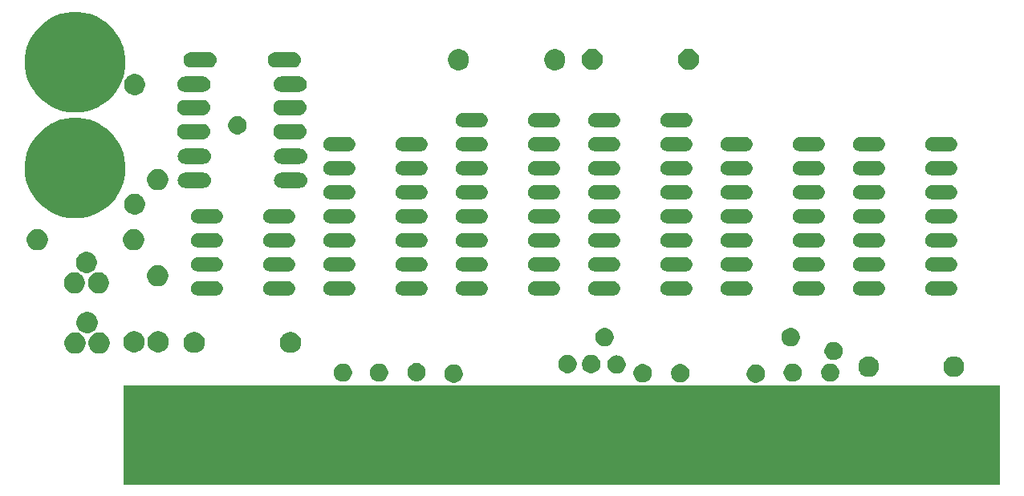
<source format=gbr>
%TF.GenerationSoftware,KiCad,Pcbnew,5.1.5-1.fc31*%
%TF.CreationDate,2020-04-09T06:31:02-07:00*%
%TF.ProjectId,cassette_interface,63617373-6574-4746-955f-696e74657266,rev?*%
%TF.SameCoordinates,PX60e4b00PY791ddc0*%
%TF.FileFunction,Soldermask,Top*%
%TF.FilePolarity,Negative*%
%FSLAX46Y46*%
G04 Gerber Fmt 4.6, Leading zero omitted, Abs format (unit mm)*
G04 Created by KiCad (PCBNEW 5.1.5-1.fc31) date 2020-04-09 06:31:02*
%MOMM*%
%LPD*%
G04 APERTURE LIST*
%ADD10C,0.100000*%
G04 APERTURE END LIST*
D10*
G36*
X103251000Y-508000D02*
G01*
X10922000Y-508000D01*
X10922000Y9906000D01*
X103251000Y9906000D01*
X103251000Y-508000D01*
G37*
X103251000Y-508000D02*
X10922000Y-508000D01*
X10922000Y9906000D01*
X103251000Y9906000D01*
X103251000Y-508000D01*
G36*
X77738682Y12081127D02*
G01*
X77878541Y12053308D01*
X78054191Y11980551D01*
X78212282Y11874918D01*
X78346718Y11740482D01*
X78452351Y11582391D01*
X78525108Y11406741D01*
X78541991Y11321863D01*
X78562200Y11220264D01*
X78562200Y11030136D01*
X78555422Y10996062D01*
X78525108Y10843659D01*
X78452351Y10668009D01*
X78346718Y10509918D01*
X78212282Y10375482D01*
X78054191Y10269849D01*
X77878541Y10197092D01*
X77738682Y10169273D01*
X77692064Y10160000D01*
X77501936Y10160000D01*
X77455318Y10169273D01*
X77315459Y10197092D01*
X77139809Y10269849D01*
X76981718Y10375482D01*
X76847282Y10509918D01*
X76741649Y10668009D01*
X76668892Y10843659D01*
X76638578Y10996062D01*
X76631800Y11030136D01*
X76631800Y11220264D01*
X76652009Y11321863D01*
X76668892Y11406741D01*
X76741649Y11582391D01*
X76847282Y11740482D01*
X76981718Y11874918D01*
X77139809Y11980551D01*
X77315459Y12053308D01*
X77455318Y12081127D01*
X77501936Y12090400D01*
X77692064Y12090400D01*
X77738682Y12081127D01*
G37*
G36*
X45861682Y12081127D02*
G01*
X46001541Y12053308D01*
X46177191Y11980551D01*
X46335282Y11874918D01*
X46469718Y11740482D01*
X46575351Y11582391D01*
X46648108Y11406741D01*
X46664991Y11321863D01*
X46685200Y11220264D01*
X46685200Y11030136D01*
X46678422Y10996062D01*
X46648108Y10843659D01*
X46575351Y10668009D01*
X46469718Y10509918D01*
X46335282Y10375482D01*
X46177191Y10269849D01*
X46001541Y10197092D01*
X45861682Y10169273D01*
X45815064Y10160000D01*
X45624936Y10160000D01*
X45578318Y10169273D01*
X45438459Y10197092D01*
X45262809Y10269849D01*
X45104718Y10375482D01*
X44970282Y10509918D01*
X44864649Y10668009D01*
X44791892Y10843659D01*
X44761578Y10996062D01*
X44754800Y11030136D01*
X44754800Y11220264D01*
X44775009Y11321863D01*
X44791892Y11406741D01*
X44864649Y11582391D01*
X44970282Y11740482D01*
X45104718Y11874918D01*
X45262809Y11980551D01*
X45438459Y12053308D01*
X45578318Y12081127D01*
X45624936Y12090400D01*
X45815064Y12090400D01*
X45861682Y12081127D01*
G37*
G36*
X65800683Y12131927D02*
G01*
X65940541Y12104108D01*
X66116191Y12031351D01*
X66274282Y11925718D01*
X66408718Y11791282D01*
X66514351Y11633191D01*
X66587108Y11457541D01*
X66624200Y11271063D01*
X66624200Y11080937D01*
X66587108Y10894459D01*
X66514351Y10718809D01*
X66408718Y10560718D01*
X66274282Y10426282D01*
X66116191Y10320649D01*
X65940541Y10247892D01*
X65800683Y10220073D01*
X65754064Y10210800D01*
X65563936Y10210800D01*
X65517317Y10220073D01*
X65377459Y10247892D01*
X65201809Y10320649D01*
X65043718Y10426282D01*
X64909282Y10560718D01*
X64803649Y10718809D01*
X64730892Y10894459D01*
X64693800Y11080937D01*
X64693800Y11271063D01*
X64730892Y11457541D01*
X64803649Y11633191D01*
X64909282Y11791282D01*
X65043718Y11925718D01*
X65201809Y12031351D01*
X65377459Y12104108D01*
X65517317Y12131927D01*
X65563936Y12141200D01*
X65754064Y12141200D01*
X65800683Y12131927D01*
G37*
G36*
X69763083Y12131927D02*
G01*
X69902941Y12104108D01*
X70078591Y12031351D01*
X70236682Y11925718D01*
X70371118Y11791282D01*
X70476751Y11633191D01*
X70549508Y11457541D01*
X70586600Y11271063D01*
X70586600Y11080937D01*
X70549508Y10894459D01*
X70476751Y10718809D01*
X70371118Y10560718D01*
X70236682Y10426282D01*
X70078591Y10320649D01*
X69902941Y10247892D01*
X69763083Y10220073D01*
X69716464Y10210800D01*
X69526336Y10210800D01*
X69479717Y10220073D01*
X69339859Y10247892D01*
X69164209Y10320649D01*
X69006118Y10426282D01*
X68871682Y10560718D01*
X68766049Y10718809D01*
X68693292Y10894459D01*
X68656200Y11080937D01*
X68656200Y11271063D01*
X68693292Y11457541D01*
X68766049Y11633191D01*
X68871682Y11791282D01*
X69006118Y11925718D01*
X69164209Y12031351D01*
X69339859Y12104108D01*
X69479717Y12131927D01*
X69526336Y12141200D01*
X69716464Y12141200D01*
X69763083Y12131927D01*
G37*
G36*
X34177683Y12182727D02*
G01*
X34317541Y12154908D01*
X34493191Y12082151D01*
X34651282Y11976518D01*
X34785718Y11842082D01*
X34891351Y11683991D01*
X34964108Y11508341D01*
X34974213Y11457538D01*
X34996708Y11344449D01*
X35001200Y11321863D01*
X35001200Y11131737D01*
X34964108Y10945259D01*
X34891351Y10769609D01*
X34785718Y10611518D01*
X34651282Y10477082D01*
X34493191Y10371449D01*
X34317541Y10298692D01*
X34177683Y10270873D01*
X34131064Y10261600D01*
X33940936Y10261600D01*
X33894317Y10270873D01*
X33754459Y10298692D01*
X33578809Y10371449D01*
X33420718Y10477082D01*
X33286282Y10611518D01*
X33180649Y10769609D01*
X33107892Y10945259D01*
X33070800Y11131737D01*
X33070800Y11321863D01*
X33075293Y11344449D01*
X33097787Y11457538D01*
X33107892Y11508341D01*
X33180649Y11683991D01*
X33286282Y11842082D01*
X33420718Y11976518D01*
X33578809Y12082151D01*
X33754459Y12154908D01*
X33894317Y12182727D01*
X33940936Y12192000D01*
X34131064Y12192000D01*
X34177683Y12182727D01*
G37*
G36*
X37987683Y12182727D02*
G01*
X38127541Y12154908D01*
X38303191Y12082151D01*
X38461282Y11976518D01*
X38595718Y11842082D01*
X38701351Y11683991D01*
X38774108Y11508341D01*
X38784213Y11457538D01*
X38806708Y11344449D01*
X38811200Y11321863D01*
X38811200Y11131737D01*
X38774108Y10945259D01*
X38701351Y10769609D01*
X38595718Y10611518D01*
X38461282Y10477082D01*
X38303191Y10371449D01*
X38127541Y10298692D01*
X37987683Y10270873D01*
X37941064Y10261600D01*
X37750936Y10261600D01*
X37704317Y10270873D01*
X37564459Y10298692D01*
X37388809Y10371449D01*
X37230718Y10477082D01*
X37096282Y10611518D01*
X36990649Y10769609D01*
X36917892Y10945259D01*
X36880800Y11131737D01*
X36880800Y11321863D01*
X36885293Y11344449D01*
X36907787Y11457538D01*
X36917892Y11508341D01*
X36990649Y11683991D01*
X37096282Y11842082D01*
X37230718Y11976518D01*
X37388809Y12082151D01*
X37564459Y12154908D01*
X37704317Y12182727D01*
X37750936Y12192000D01*
X37941064Y12192000D01*
X37987683Y12182727D01*
G37*
G36*
X85587283Y12182727D02*
G01*
X85727141Y12154908D01*
X85902791Y12082151D01*
X86060882Y11976518D01*
X86195318Y11842082D01*
X86300951Y11683991D01*
X86373708Y11508341D01*
X86383813Y11457538D01*
X86406308Y11344449D01*
X86410800Y11321863D01*
X86410800Y11131737D01*
X86373708Y10945259D01*
X86300951Y10769609D01*
X86195318Y10611518D01*
X86060882Y10477082D01*
X85902791Y10371449D01*
X85727141Y10298692D01*
X85587283Y10270873D01*
X85540664Y10261600D01*
X85350536Y10261600D01*
X85303917Y10270873D01*
X85164059Y10298692D01*
X84988409Y10371449D01*
X84830318Y10477082D01*
X84695882Y10611518D01*
X84590249Y10769609D01*
X84517492Y10945259D01*
X84480400Y11131737D01*
X84480400Y11321863D01*
X84484893Y11344449D01*
X84507387Y11457538D01*
X84517492Y11508341D01*
X84590249Y11683991D01*
X84695882Y11842082D01*
X84830318Y11976518D01*
X84988409Y12082151D01*
X85164059Y12154908D01*
X85303917Y12182727D01*
X85350536Y12192000D01*
X85540664Y12192000D01*
X85587283Y12182727D01*
G37*
G36*
X81624883Y12182727D02*
G01*
X81764741Y12154908D01*
X81940391Y12082151D01*
X82098482Y11976518D01*
X82232918Y11842082D01*
X82338551Y11683991D01*
X82411308Y11508341D01*
X82421413Y11457538D01*
X82443908Y11344449D01*
X82448400Y11321863D01*
X82448400Y11131737D01*
X82411308Y10945259D01*
X82338551Y10769609D01*
X82232918Y10611518D01*
X82098482Y10477082D01*
X81940391Y10371449D01*
X81764741Y10298692D01*
X81624883Y10270873D01*
X81578264Y10261600D01*
X81388136Y10261600D01*
X81341517Y10270873D01*
X81201659Y10298692D01*
X81026009Y10371449D01*
X80867918Y10477082D01*
X80733482Y10611518D01*
X80627849Y10769609D01*
X80555092Y10945259D01*
X80518000Y11131737D01*
X80518000Y11321863D01*
X80522493Y11344449D01*
X80544987Y11457538D01*
X80555092Y11508341D01*
X80627849Y11683991D01*
X80733482Y11842082D01*
X80867918Y11976518D01*
X81026009Y12082151D01*
X81201659Y12154908D01*
X81341517Y12182727D01*
X81388136Y12192000D01*
X81578264Y12192000D01*
X81624883Y12182727D01*
G37*
G36*
X41950082Y12233527D02*
G01*
X42089941Y12205708D01*
X42265591Y12132951D01*
X42423682Y12027318D01*
X42558118Y11892882D01*
X42663751Y11734791D01*
X42736508Y11559141D01*
X42773600Y11372663D01*
X42773600Y11182537D01*
X42736508Y10996059D01*
X42663751Y10820409D01*
X42558118Y10662318D01*
X42423682Y10527882D01*
X42265591Y10422249D01*
X42089941Y10349492D01*
X41950083Y10321673D01*
X41903464Y10312400D01*
X41713336Y10312400D01*
X41666717Y10321673D01*
X41526859Y10349492D01*
X41351209Y10422249D01*
X41193118Y10527882D01*
X41058682Y10662318D01*
X40953049Y10820409D01*
X40880292Y10996059D01*
X40843200Y11182537D01*
X40843200Y11372663D01*
X40880292Y11559141D01*
X40953049Y11734791D01*
X41058682Y11892882D01*
X41193118Y12027318D01*
X41351209Y12132951D01*
X41526859Y12205708D01*
X41666718Y12233527D01*
X41713336Y12242800D01*
X41903464Y12242800D01*
X41950082Y12233527D01*
G37*
G36*
X89828183Y12912028D02*
G01*
X89828186Y12912027D01*
X89828185Y12912027D01*
X90026950Y12829696D01*
X90026951Y12829695D01*
X90205837Y12710167D01*
X90357967Y12558037D01*
X90364945Y12547594D01*
X90477496Y12379150D01*
X90480482Y12371941D01*
X90559828Y12180383D01*
X90601800Y11969372D01*
X90601800Y11754228D01*
X90559828Y11543217D01*
X90559827Y11543215D01*
X90477496Y11344450D01*
X90438341Y11285851D01*
X90357967Y11165563D01*
X90205837Y11013433D01*
X90179835Y10996059D01*
X90026950Y10893904D01*
X89873212Y10830224D01*
X89828183Y10811572D01*
X89617172Y10769600D01*
X89402028Y10769600D01*
X89191017Y10811572D01*
X89145988Y10830224D01*
X88992250Y10893904D01*
X88839365Y10996059D01*
X88813363Y11013433D01*
X88661233Y11165563D01*
X88580859Y11285851D01*
X88541704Y11344450D01*
X88459373Y11543215D01*
X88459372Y11543217D01*
X88417400Y11754228D01*
X88417400Y11969372D01*
X88459372Y12180383D01*
X88538718Y12371941D01*
X88541704Y12379150D01*
X88654255Y12547594D01*
X88661233Y12558037D01*
X88813363Y12710167D01*
X88992249Y12829695D01*
X88992250Y12829696D01*
X89191015Y12912027D01*
X89191014Y12912027D01*
X89191017Y12912028D01*
X89402028Y12954000D01*
X89617172Y12954000D01*
X89828183Y12912028D01*
G37*
G36*
X98807083Y12924728D02*
G01*
X98807086Y12924727D01*
X98807085Y12924727D01*
X99005850Y12842396D01*
X99024858Y12829695D01*
X99184737Y12722867D01*
X99336867Y12570737D01*
X99396631Y12481294D01*
X99456396Y12391850D01*
X99518134Y12242800D01*
X99538728Y12193083D01*
X99580700Y11982072D01*
X99580700Y11766928D01*
X99538728Y11555917D01*
X99526303Y11525921D01*
X99456396Y11357150D01*
X99456395Y11357149D01*
X99336867Y11178263D01*
X99184737Y11026133D01*
X99139728Y10996059D01*
X99005850Y10906604D01*
X98853894Y10843662D01*
X98807083Y10824272D01*
X98596072Y10782300D01*
X98380928Y10782300D01*
X98169917Y10824272D01*
X98123106Y10843662D01*
X97971150Y10906604D01*
X97837272Y10996059D01*
X97792263Y11026133D01*
X97640133Y11178263D01*
X97520605Y11357149D01*
X97520604Y11357150D01*
X97450697Y11525921D01*
X97438272Y11555917D01*
X97396300Y11766928D01*
X97396300Y11982072D01*
X97438272Y12193083D01*
X97458866Y12242800D01*
X97520604Y12391850D01*
X97580369Y12481294D01*
X97640133Y12570737D01*
X97792263Y12722867D01*
X97952142Y12829695D01*
X97971150Y12842396D01*
X98169915Y12924727D01*
X98169914Y12924727D01*
X98169917Y12924728D01*
X98380928Y12966700D01*
X98596072Y12966700D01*
X98807083Y12924728D01*
G37*
G36*
X63057483Y13046327D02*
G01*
X63197341Y13018508D01*
X63372991Y12945751D01*
X63531082Y12840118D01*
X63665518Y12705682D01*
X63771151Y12547591D01*
X63843908Y12371941D01*
X63869595Y12242800D01*
X63881000Y12185464D01*
X63881000Y11995336D01*
X63878361Y11982071D01*
X63843908Y11808859D01*
X63771151Y11633209D01*
X63665518Y11475118D01*
X63531082Y11340682D01*
X63372991Y11235049D01*
X63197341Y11162292D01*
X63057483Y11134473D01*
X63010864Y11125200D01*
X62820736Y11125200D01*
X62774117Y11134473D01*
X62634259Y11162292D01*
X62458609Y11235049D01*
X62300518Y11340682D01*
X62166082Y11475118D01*
X62060449Y11633209D01*
X61987692Y11808859D01*
X61953239Y11982071D01*
X61950600Y11995336D01*
X61950600Y12185464D01*
X61962005Y12242800D01*
X61987692Y12371941D01*
X62060449Y12547591D01*
X62166082Y12705682D01*
X62300518Y12840118D01*
X62458609Y12945751D01*
X62634259Y13018508D01*
X62774117Y13046327D01*
X62820736Y13055600D01*
X63010864Y13055600D01*
X63057483Y13046327D01*
G37*
G36*
X57875883Y13097127D02*
G01*
X58015741Y13069308D01*
X58191391Y12996551D01*
X58349482Y12890918D01*
X58483918Y12756482D01*
X58589551Y12598391D01*
X58662308Y12422741D01*
X58699400Y12236263D01*
X58699400Y12046137D01*
X58662308Y11859659D01*
X58589551Y11684009D01*
X58483918Y11525918D01*
X58349482Y11391482D01*
X58191391Y11285849D01*
X58015741Y11213092D01*
X57875883Y11185273D01*
X57829264Y11176000D01*
X57639136Y11176000D01*
X57592517Y11185273D01*
X57452659Y11213092D01*
X57277009Y11285849D01*
X57118918Y11391482D01*
X56984482Y11525918D01*
X56878849Y11684009D01*
X56806092Y11859659D01*
X56769000Y12046137D01*
X56769000Y12236263D01*
X56806092Y12422741D01*
X56878849Y12598391D01*
X56984482Y12756482D01*
X57118918Y12890918D01*
X57277009Y12996551D01*
X57452659Y13069308D01*
X57592517Y13097127D01*
X57639136Y13106400D01*
X57829264Y13106400D01*
X57875883Y13097127D01*
G37*
G36*
X60365083Y13097127D02*
G01*
X60504941Y13069308D01*
X60680591Y12996551D01*
X60838682Y12890918D01*
X60973118Y12756482D01*
X61078751Y12598391D01*
X61151508Y12422741D01*
X61188600Y12236263D01*
X61188600Y12046137D01*
X61151508Y11859659D01*
X61078751Y11684009D01*
X60973118Y11525918D01*
X60838682Y11391482D01*
X60680591Y11285849D01*
X60504941Y11213092D01*
X60365083Y11185273D01*
X60318464Y11176000D01*
X60128336Y11176000D01*
X60081717Y11185273D01*
X59941859Y11213092D01*
X59766209Y11285849D01*
X59608118Y11391482D01*
X59473682Y11525918D01*
X59368049Y11684009D01*
X59295292Y11859659D01*
X59258200Y12046137D01*
X59258200Y12236263D01*
X59295292Y12422741D01*
X59368049Y12598391D01*
X59473682Y12756482D01*
X59608118Y12890918D01*
X59766209Y12996551D01*
X59941859Y13069308D01*
X60081717Y13097127D01*
X60128336Y13106400D01*
X60318464Y13106400D01*
X60365083Y13097127D01*
G37*
G36*
X85942882Y14468727D02*
G01*
X86082741Y14440908D01*
X86258391Y14368151D01*
X86416482Y14262518D01*
X86550918Y14128082D01*
X86656551Y13969991D01*
X86729308Y13794341D01*
X86757127Y13654483D01*
X86766400Y13607864D01*
X86766400Y13417736D01*
X86757127Y13371118D01*
X86729308Y13231259D01*
X86656551Y13055609D01*
X86550918Y12897518D01*
X86416482Y12763082D01*
X86258391Y12657449D01*
X86082741Y12584692D01*
X85948739Y12558038D01*
X85896264Y12547600D01*
X85706136Y12547600D01*
X85653661Y12558038D01*
X85519659Y12584692D01*
X85344009Y12657449D01*
X85185918Y12763082D01*
X85051482Y12897518D01*
X84945849Y13055609D01*
X84873092Y13231259D01*
X84845273Y13371118D01*
X84836000Y13417736D01*
X84836000Y13607864D01*
X84845273Y13654483D01*
X84873092Y13794341D01*
X84945849Y13969991D01*
X85051482Y14128082D01*
X85185918Y14262518D01*
X85344009Y14368151D01*
X85519659Y14440908D01*
X85659518Y14468727D01*
X85706136Y14478000D01*
X85896264Y14478000D01*
X85942882Y14468727D01*
G37*
G36*
X8657192Y15425652D02*
G01*
X8860582Y15341405D01*
X9043629Y15219097D01*
X9199297Y15063429D01*
X9321605Y14880382D01*
X9405852Y14676992D01*
X9448800Y14461074D01*
X9448800Y14240926D01*
X9405852Y14025008D01*
X9321605Y13821618D01*
X9199297Y13638571D01*
X9043629Y13482903D01*
X8860582Y13360595D01*
X8657192Y13276348D01*
X8441274Y13233400D01*
X8221126Y13233400D01*
X8005208Y13276348D01*
X7801818Y13360595D01*
X7618771Y13482903D01*
X7463103Y13638571D01*
X7340795Y13821618D01*
X7256548Y14025008D01*
X7213600Y14240926D01*
X7213600Y14461074D01*
X7256548Y14676992D01*
X7340795Y14880382D01*
X7463103Y15063429D01*
X7618771Y15219097D01*
X7801818Y15341405D01*
X8005208Y15425652D01*
X8221126Y15468600D01*
X8441274Y15468600D01*
X8657192Y15425652D01*
G37*
G36*
X6117192Y15425652D02*
G01*
X6320582Y15341405D01*
X6503629Y15219097D01*
X6659297Y15063429D01*
X6781605Y14880382D01*
X6865852Y14676992D01*
X6908800Y14461074D01*
X6908800Y14240926D01*
X6865852Y14025008D01*
X6781605Y13821618D01*
X6659297Y13638571D01*
X6503629Y13482903D01*
X6320582Y13360595D01*
X6117192Y13276348D01*
X5901274Y13233400D01*
X5681126Y13233400D01*
X5465208Y13276348D01*
X5261818Y13360595D01*
X5078771Y13482903D01*
X4923103Y13638571D01*
X4800795Y13821618D01*
X4716548Y14025008D01*
X4673600Y14240926D01*
X4673600Y14461074D01*
X4716548Y14676992D01*
X4800795Y14880382D01*
X4923103Y15063429D01*
X5078771Y15219097D01*
X5261818Y15341405D01*
X5465208Y15425652D01*
X5681126Y15468600D01*
X5901274Y15468600D01*
X6117192Y15425652D01*
G37*
G36*
X28824792Y15501852D02*
G01*
X29028182Y15417605D01*
X29211229Y15295297D01*
X29366897Y15139629D01*
X29489205Y14956582D01*
X29573452Y14753192D01*
X29616400Y14537274D01*
X29616400Y14317126D01*
X29573452Y14101208D01*
X29489205Y13897818D01*
X29366897Y13714771D01*
X29211229Y13559103D01*
X29028182Y13436795D01*
X28824792Y13352548D01*
X28608874Y13309600D01*
X28388726Y13309600D01*
X28172808Y13352548D01*
X27969418Y13436795D01*
X27786371Y13559103D01*
X27630703Y13714771D01*
X27508395Y13897818D01*
X27424148Y14101208D01*
X27381200Y14317126D01*
X27381200Y14537274D01*
X27424148Y14753192D01*
X27508395Y14956582D01*
X27630703Y15139629D01*
X27786371Y15295297D01*
X27969418Y15417605D01*
X28172808Y15501852D01*
X28388726Y15544800D01*
X28608874Y15544800D01*
X28824792Y15501852D01*
G37*
G36*
X18664792Y15501852D02*
G01*
X18868182Y15417605D01*
X19051229Y15295297D01*
X19206897Y15139629D01*
X19329205Y14956582D01*
X19413452Y14753192D01*
X19456400Y14537274D01*
X19456400Y14317126D01*
X19413452Y14101208D01*
X19329205Y13897818D01*
X19206897Y13714771D01*
X19051229Y13559103D01*
X18868182Y13436795D01*
X18664792Y13352548D01*
X18448874Y13309600D01*
X18228726Y13309600D01*
X18012808Y13352548D01*
X17809418Y13436795D01*
X17626371Y13559103D01*
X17470703Y13714771D01*
X17348395Y13897818D01*
X17264148Y14101208D01*
X17221200Y14317126D01*
X17221200Y14537274D01*
X17264148Y14753192D01*
X17348395Y14956582D01*
X17470703Y15139629D01*
X17626371Y15295297D01*
X17809418Y15417605D01*
X18012808Y15501852D01*
X18228726Y15544800D01*
X18448874Y15544800D01*
X18664792Y15501852D01*
G37*
G36*
X14880192Y15578052D02*
G01*
X15083582Y15493805D01*
X15266629Y15371497D01*
X15422297Y15215829D01*
X15544605Y15032782D01*
X15628852Y14829392D01*
X15671800Y14613474D01*
X15671800Y14393326D01*
X15628852Y14177408D01*
X15544605Y13974018D01*
X15422297Y13790971D01*
X15266629Y13635303D01*
X15083582Y13512995D01*
X14880192Y13428748D01*
X14664274Y13385800D01*
X14444126Y13385800D01*
X14228208Y13428748D01*
X14024818Y13512995D01*
X13841771Y13635303D01*
X13686103Y13790971D01*
X13563795Y13974018D01*
X13479548Y14177408D01*
X13436600Y14393326D01*
X13436600Y14613474D01*
X13479548Y14829392D01*
X13563795Y15032782D01*
X13686103Y15215829D01*
X13841771Y15371497D01*
X14024818Y15493805D01*
X14228208Y15578052D01*
X14444126Y15621000D01*
X14664274Y15621000D01*
X14880192Y15578052D01*
G37*
G36*
X12340192Y15578052D02*
G01*
X12543582Y15493805D01*
X12726629Y15371497D01*
X12882297Y15215829D01*
X13004605Y15032782D01*
X13088852Y14829392D01*
X13131800Y14613474D01*
X13131800Y14393326D01*
X13088852Y14177408D01*
X13004605Y13974018D01*
X12882297Y13790971D01*
X12726629Y13635303D01*
X12543582Y13512995D01*
X12340192Y13428748D01*
X12124274Y13385800D01*
X11904126Y13385800D01*
X11688208Y13428748D01*
X11484818Y13512995D01*
X11301771Y13635303D01*
X11146103Y13790971D01*
X11023795Y13974018D01*
X10939548Y14177408D01*
X10896600Y14393326D01*
X10896600Y14613474D01*
X10939548Y14829392D01*
X11023795Y15032782D01*
X11146103Y15215829D01*
X11301771Y15371497D01*
X11484818Y15493805D01*
X11688208Y15578052D01*
X11904126Y15621000D01*
X12124274Y15621000D01*
X12340192Y15578052D01*
G37*
G36*
X81421683Y15941927D02*
G01*
X81561541Y15914108D01*
X81737191Y15841351D01*
X81895282Y15735718D01*
X82029718Y15601282D01*
X82135351Y15443191D01*
X82208108Y15267541D01*
X82245200Y15081063D01*
X82245200Y14890937D01*
X82208108Y14704459D01*
X82135351Y14528809D01*
X82029718Y14370718D01*
X81895282Y14236282D01*
X81737191Y14130649D01*
X81561541Y14057892D01*
X81421683Y14030073D01*
X81375064Y14020800D01*
X81184936Y14020800D01*
X81138317Y14030073D01*
X80998459Y14057892D01*
X80822809Y14130649D01*
X80664718Y14236282D01*
X80530282Y14370718D01*
X80424649Y14528809D01*
X80351892Y14704459D01*
X80314800Y14890937D01*
X80314800Y15081063D01*
X80351892Y15267541D01*
X80424649Y15443191D01*
X80530282Y15601282D01*
X80664718Y15735718D01*
X80822809Y15841351D01*
X80998459Y15914108D01*
X81138317Y15941927D01*
X81184936Y15951200D01*
X81375064Y15951200D01*
X81421683Y15941927D01*
G37*
G36*
X61787483Y15941927D02*
G01*
X61927341Y15914108D01*
X62102991Y15841351D01*
X62261082Y15735718D01*
X62395518Y15601282D01*
X62501151Y15443191D01*
X62573908Y15267541D01*
X62611000Y15081063D01*
X62611000Y14890937D01*
X62573908Y14704459D01*
X62501151Y14528809D01*
X62395518Y14370718D01*
X62261082Y14236282D01*
X62102991Y14130649D01*
X61927341Y14057892D01*
X61787483Y14030073D01*
X61740864Y14020800D01*
X61550736Y14020800D01*
X61504117Y14030073D01*
X61364259Y14057892D01*
X61188609Y14130649D01*
X61030518Y14236282D01*
X60896082Y14370718D01*
X60790449Y14528809D01*
X60717692Y14704459D01*
X60680600Y14890937D01*
X60680600Y15081063D01*
X60717692Y15267541D01*
X60790449Y15443191D01*
X60896082Y15601282D01*
X61030518Y15735718D01*
X61188609Y15841351D01*
X61364259Y15914108D01*
X61504117Y15941927D01*
X61550736Y15951200D01*
X61740864Y15951200D01*
X61787483Y15941927D01*
G37*
G36*
X7387192Y17584652D02*
G01*
X7590582Y17500405D01*
X7773629Y17378097D01*
X7929297Y17222429D01*
X8051605Y17039382D01*
X8135852Y16835992D01*
X8178800Y16620074D01*
X8178800Y16399926D01*
X8135852Y16184008D01*
X8051605Y15980618D01*
X7929297Y15797571D01*
X7773629Y15641903D01*
X7590582Y15519595D01*
X7387192Y15435348D01*
X7171274Y15392400D01*
X6951126Y15392400D01*
X6735208Y15435348D01*
X6531818Y15519595D01*
X6348771Y15641903D01*
X6193103Y15797571D01*
X6070795Y15980618D01*
X5986548Y16184008D01*
X5943600Y16399926D01*
X5943600Y16620074D01*
X5986548Y16835992D01*
X6070795Y17039382D01*
X6193103Y17222429D01*
X6348771Y17378097D01*
X6531818Y17500405D01*
X6735208Y17584652D01*
X6951126Y17627600D01*
X7171274Y17627600D01*
X7387192Y17584652D01*
G37*
G36*
X76479393Y20904692D02*
G01*
X76479400Y20904692D01*
X76499317Y20902730D01*
X76499318Y20902730D01*
X76501732Y20902492D01*
X76511690Y20902003D01*
X76539139Y20902003D01*
X76544124Y20901512D01*
X76544131Y20901512D01*
X76564049Y20899550D01*
X76564053Y20899549D01*
X76569040Y20899058D01*
X76686222Y20875749D01*
X76691020Y20874293D01*
X76691022Y20874293D01*
X76710173Y20868484D01*
X76710181Y20868481D01*
X76714976Y20867026D01*
X76825348Y20821309D01*
X76829768Y20818947D01*
X76829779Y20818942D01*
X76847429Y20809507D01*
X76851857Y20807140D01*
X76951189Y20740768D01*
X76955066Y20737586D01*
X76955072Y20737582D01*
X76970543Y20724886D01*
X76970555Y20724874D01*
X76974426Y20721697D01*
X77058897Y20637226D01*
X77062074Y20633355D01*
X77062086Y20633343D01*
X77074782Y20617872D01*
X77074786Y20617866D01*
X77077968Y20613989D01*
X77144340Y20514657D01*
X77146706Y20510231D01*
X77146707Y20510229D01*
X77156142Y20492579D01*
X77156147Y20492568D01*
X77158509Y20488148D01*
X77204226Y20377776D01*
X77205681Y20372981D01*
X77205684Y20372973D01*
X77211493Y20353822D01*
X77212949Y20349022D01*
X77236258Y20231840D01*
X77236749Y20226853D01*
X77236750Y20226849D01*
X77238712Y20206931D01*
X77238712Y20206924D01*
X77239203Y20201939D01*
X77239203Y20082461D01*
X77238712Y20077476D01*
X77238712Y20077469D01*
X77236750Y20057551D01*
X77236258Y20052560D01*
X77212949Y19935378D01*
X77211493Y19930580D01*
X77211493Y19930578D01*
X77205684Y19911427D01*
X77205681Y19911419D01*
X77204226Y19906624D01*
X77158509Y19796252D01*
X77156147Y19791832D01*
X77156142Y19791821D01*
X77146707Y19774171D01*
X77144340Y19769743D01*
X77077968Y19670411D01*
X77074786Y19666534D01*
X77074782Y19666528D01*
X77062086Y19651057D01*
X77062074Y19651045D01*
X77058897Y19647174D01*
X76974426Y19562703D01*
X76970555Y19559526D01*
X76970543Y19559514D01*
X76955072Y19546818D01*
X76955066Y19546814D01*
X76951189Y19543632D01*
X76851857Y19477260D01*
X76847431Y19474894D01*
X76847429Y19474893D01*
X76829779Y19465458D01*
X76829768Y19465453D01*
X76825348Y19463091D01*
X76714976Y19417374D01*
X76710181Y19415919D01*
X76710173Y19415916D01*
X76691022Y19410107D01*
X76691020Y19410107D01*
X76686222Y19408651D01*
X76569040Y19385342D01*
X76564053Y19384851D01*
X76564049Y19384850D01*
X76544131Y19382888D01*
X76544124Y19382888D01*
X76539139Y19382397D01*
X76511690Y19382397D01*
X76501732Y19381908D01*
X76499318Y19381670D01*
X76499317Y19381670D01*
X76479400Y19379708D01*
X76479393Y19379708D01*
X76474407Y19379217D01*
X74655593Y19379217D01*
X74650607Y19379708D01*
X74650600Y19379708D01*
X74630683Y19381670D01*
X74630682Y19381670D01*
X74628268Y19381908D01*
X74618310Y19382397D01*
X74590861Y19382397D01*
X74585876Y19382888D01*
X74585869Y19382888D01*
X74565951Y19384850D01*
X74565947Y19384851D01*
X74560960Y19385342D01*
X74443778Y19408651D01*
X74438980Y19410107D01*
X74438978Y19410107D01*
X74419827Y19415916D01*
X74419819Y19415919D01*
X74415024Y19417374D01*
X74304652Y19463091D01*
X74300232Y19465453D01*
X74300221Y19465458D01*
X74282571Y19474893D01*
X74282569Y19474894D01*
X74278143Y19477260D01*
X74178811Y19543632D01*
X74174934Y19546814D01*
X74174928Y19546818D01*
X74159457Y19559514D01*
X74159445Y19559526D01*
X74155574Y19562703D01*
X74071103Y19647174D01*
X74067926Y19651045D01*
X74067914Y19651057D01*
X74055218Y19666528D01*
X74055214Y19666534D01*
X74052032Y19670411D01*
X73985660Y19769743D01*
X73983293Y19774171D01*
X73973858Y19791821D01*
X73973853Y19791832D01*
X73971491Y19796252D01*
X73925774Y19906624D01*
X73924319Y19911419D01*
X73924316Y19911427D01*
X73918507Y19930578D01*
X73918507Y19930580D01*
X73917051Y19935378D01*
X73893742Y20052560D01*
X73893250Y20057551D01*
X73891288Y20077469D01*
X73891288Y20077476D01*
X73890797Y20082461D01*
X73890797Y20201939D01*
X73891288Y20206924D01*
X73891288Y20206931D01*
X73893250Y20226849D01*
X73893251Y20226853D01*
X73893742Y20231840D01*
X73917051Y20349022D01*
X73918507Y20353822D01*
X73924316Y20372973D01*
X73924319Y20372981D01*
X73925774Y20377776D01*
X73971491Y20488148D01*
X73973853Y20492568D01*
X73973858Y20492579D01*
X73983293Y20510229D01*
X73983294Y20510231D01*
X73985660Y20514657D01*
X74052032Y20613989D01*
X74055214Y20617866D01*
X74055218Y20617872D01*
X74067914Y20633343D01*
X74067926Y20633355D01*
X74071103Y20637226D01*
X74155574Y20721697D01*
X74159445Y20724874D01*
X74159457Y20724886D01*
X74174928Y20737582D01*
X74174934Y20737586D01*
X74178811Y20740768D01*
X74278143Y20807140D01*
X74282571Y20809507D01*
X74300221Y20818942D01*
X74300232Y20818947D01*
X74304652Y20821309D01*
X74415024Y20867026D01*
X74419819Y20868481D01*
X74419827Y20868484D01*
X74438978Y20874293D01*
X74438980Y20874293D01*
X74443778Y20875749D01*
X74560960Y20899058D01*
X74565947Y20899549D01*
X74565951Y20899550D01*
X74585869Y20901512D01*
X74585876Y20901512D01*
X74590861Y20902003D01*
X74618310Y20902003D01*
X74628268Y20902492D01*
X74630682Y20902730D01*
X74630683Y20902730D01*
X74650600Y20904692D01*
X74650607Y20904692D01*
X74655593Y20905183D01*
X76474407Y20905183D01*
X76479393Y20904692D01*
G37*
G36*
X20599393Y20904692D02*
G01*
X20599400Y20904692D01*
X20619317Y20902730D01*
X20619318Y20902730D01*
X20621732Y20902492D01*
X20631690Y20902003D01*
X20659139Y20902003D01*
X20664124Y20901512D01*
X20664131Y20901512D01*
X20684049Y20899550D01*
X20684053Y20899549D01*
X20689040Y20899058D01*
X20806222Y20875749D01*
X20811020Y20874293D01*
X20811022Y20874293D01*
X20830173Y20868484D01*
X20830181Y20868481D01*
X20834976Y20867026D01*
X20945348Y20821309D01*
X20949768Y20818947D01*
X20949779Y20818942D01*
X20967429Y20809507D01*
X20971857Y20807140D01*
X21071189Y20740768D01*
X21075066Y20737586D01*
X21075072Y20737582D01*
X21090543Y20724886D01*
X21090555Y20724874D01*
X21094426Y20721697D01*
X21178897Y20637226D01*
X21182074Y20633355D01*
X21182086Y20633343D01*
X21194782Y20617872D01*
X21194786Y20617866D01*
X21197968Y20613989D01*
X21264340Y20514657D01*
X21266706Y20510231D01*
X21266707Y20510229D01*
X21276142Y20492579D01*
X21276147Y20492568D01*
X21278509Y20488148D01*
X21324226Y20377776D01*
X21325681Y20372981D01*
X21325684Y20372973D01*
X21331493Y20353822D01*
X21332949Y20349022D01*
X21356258Y20231840D01*
X21356749Y20226853D01*
X21356750Y20226849D01*
X21358712Y20206931D01*
X21358712Y20206924D01*
X21359203Y20201939D01*
X21359203Y20082461D01*
X21358712Y20077476D01*
X21358712Y20077469D01*
X21356750Y20057551D01*
X21356258Y20052560D01*
X21332949Y19935378D01*
X21331493Y19930580D01*
X21331493Y19930578D01*
X21325684Y19911427D01*
X21325681Y19911419D01*
X21324226Y19906624D01*
X21278509Y19796252D01*
X21276147Y19791832D01*
X21276142Y19791821D01*
X21266707Y19774171D01*
X21264340Y19769743D01*
X21197968Y19670411D01*
X21194786Y19666534D01*
X21194782Y19666528D01*
X21182086Y19651057D01*
X21182074Y19651045D01*
X21178897Y19647174D01*
X21094426Y19562703D01*
X21090555Y19559526D01*
X21090543Y19559514D01*
X21075072Y19546818D01*
X21075066Y19546814D01*
X21071189Y19543632D01*
X20971857Y19477260D01*
X20967431Y19474894D01*
X20967429Y19474893D01*
X20949779Y19465458D01*
X20949768Y19465453D01*
X20945348Y19463091D01*
X20834976Y19417374D01*
X20830181Y19415919D01*
X20830173Y19415916D01*
X20811022Y19410107D01*
X20811020Y19410107D01*
X20806222Y19408651D01*
X20689040Y19385342D01*
X20684053Y19384851D01*
X20684049Y19384850D01*
X20664131Y19382888D01*
X20664124Y19382888D01*
X20659139Y19382397D01*
X20631690Y19382397D01*
X20621732Y19381908D01*
X20619318Y19381670D01*
X20619317Y19381670D01*
X20599400Y19379708D01*
X20599393Y19379708D01*
X20594407Y19379217D01*
X18775593Y19379217D01*
X18770607Y19379708D01*
X18770600Y19379708D01*
X18750683Y19381670D01*
X18750682Y19381670D01*
X18748268Y19381908D01*
X18738310Y19382397D01*
X18710861Y19382397D01*
X18705876Y19382888D01*
X18705869Y19382888D01*
X18685951Y19384850D01*
X18685947Y19384851D01*
X18680960Y19385342D01*
X18563778Y19408651D01*
X18558980Y19410107D01*
X18558978Y19410107D01*
X18539827Y19415916D01*
X18539819Y19415919D01*
X18535024Y19417374D01*
X18424652Y19463091D01*
X18420232Y19465453D01*
X18420221Y19465458D01*
X18402571Y19474893D01*
X18402569Y19474894D01*
X18398143Y19477260D01*
X18298811Y19543632D01*
X18294934Y19546814D01*
X18294928Y19546818D01*
X18279457Y19559514D01*
X18279445Y19559526D01*
X18275574Y19562703D01*
X18191103Y19647174D01*
X18187926Y19651045D01*
X18187914Y19651057D01*
X18175218Y19666528D01*
X18175214Y19666534D01*
X18172032Y19670411D01*
X18105660Y19769743D01*
X18103293Y19774171D01*
X18093858Y19791821D01*
X18093853Y19791832D01*
X18091491Y19796252D01*
X18045774Y19906624D01*
X18044319Y19911419D01*
X18044316Y19911427D01*
X18038507Y19930578D01*
X18038507Y19930580D01*
X18037051Y19935378D01*
X18013742Y20052560D01*
X18013250Y20057551D01*
X18011288Y20077469D01*
X18011288Y20077476D01*
X18010797Y20082461D01*
X18010797Y20201939D01*
X18011288Y20206924D01*
X18011288Y20206931D01*
X18013250Y20226849D01*
X18013251Y20226853D01*
X18013742Y20231840D01*
X18037051Y20349022D01*
X18038507Y20353822D01*
X18044316Y20372973D01*
X18044319Y20372981D01*
X18045774Y20377776D01*
X18091491Y20488148D01*
X18093853Y20492568D01*
X18093858Y20492579D01*
X18103293Y20510229D01*
X18103294Y20510231D01*
X18105660Y20514657D01*
X18172032Y20613989D01*
X18175214Y20617866D01*
X18175218Y20617872D01*
X18187914Y20633343D01*
X18187926Y20633355D01*
X18191103Y20637226D01*
X18275574Y20721697D01*
X18279445Y20724874D01*
X18279457Y20724886D01*
X18294928Y20737582D01*
X18294934Y20737586D01*
X18298811Y20740768D01*
X18398143Y20807140D01*
X18402571Y20809507D01*
X18420221Y20818942D01*
X18420232Y20818947D01*
X18424652Y20821309D01*
X18535024Y20867026D01*
X18539819Y20868481D01*
X18539827Y20868484D01*
X18558978Y20874293D01*
X18558980Y20874293D01*
X18563778Y20875749D01*
X18680960Y20899058D01*
X18685947Y20899549D01*
X18685951Y20899550D01*
X18705869Y20901512D01*
X18705876Y20901512D01*
X18710861Y20902003D01*
X18738310Y20902003D01*
X18748268Y20902492D01*
X18750682Y20902730D01*
X18750683Y20902730D01*
X18770600Y20904692D01*
X18770607Y20904692D01*
X18775593Y20905183D01*
X20594407Y20905183D01*
X20599393Y20904692D01*
G37*
G36*
X28219393Y20904692D02*
G01*
X28219400Y20904692D01*
X28239317Y20902730D01*
X28239318Y20902730D01*
X28241732Y20902492D01*
X28251690Y20902003D01*
X28279139Y20902003D01*
X28284124Y20901512D01*
X28284131Y20901512D01*
X28304049Y20899550D01*
X28304053Y20899549D01*
X28309040Y20899058D01*
X28426222Y20875749D01*
X28431020Y20874293D01*
X28431022Y20874293D01*
X28450173Y20868484D01*
X28450181Y20868481D01*
X28454976Y20867026D01*
X28565348Y20821309D01*
X28569768Y20818947D01*
X28569779Y20818942D01*
X28587429Y20809507D01*
X28591857Y20807140D01*
X28691189Y20740768D01*
X28695066Y20737586D01*
X28695072Y20737582D01*
X28710543Y20724886D01*
X28710555Y20724874D01*
X28714426Y20721697D01*
X28798897Y20637226D01*
X28802074Y20633355D01*
X28802086Y20633343D01*
X28814782Y20617872D01*
X28814786Y20617866D01*
X28817968Y20613989D01*
X28884340Y20514657D01*
X28886706Y20510231D01*
X28886707Y20510229D01*
X28896142Y20492579D01*
X28896147Y20492568D01*
X28898509Y20488148D01*
X28944226Y20377776D01*
X28945681Y20372981D01*
X28945684Y20372973D01*
X28951493Y20353822D01*
X28952949Y20349022D01*
X28976258Y20231840D01*
X28976749Y20226853D01*
X28976750Y20226849D01*
X28978712Y20206931D01*
X28978712Y20206924D01*
X28979203Y20201939D01*
X28979203Y20082461D01*
X28978712Y20077476D01*
X28978712Y20077469D01*
X28976750Y20057551D01*
X28976258Y20052560D01*
X28952949Y19935378D01*
X28951493Y19930580D01*
X28951493Y19930578D01*
X28945684Y19911427D01*
X28945681Y19911419D01*
X28944226Y19906624D01*
X28898509Y19796252D01*
X28896147Y19791832D01*
X28896142Y19791821D01*
X28886707Y19774171D01*
X28884340Y19769743D01*
X28817968Y19670411D01*
X28814786Y19666534D01*
X28814782Y19666528D01*
X28802086Y19651057D01*
X28802074Y19651045D01*
X28798897Y19647174D01*
X28714426Y19562703D01*
X28710555Y19559526D01*
X28710543Y19559514D01*
X28695072Y19546818D01*
X28695066Y19546814D01*
X28691189Y19543632D01*
X28591857Y19477260D01*
X28587431Y19474894D01*
X28587429Y19474893D01*
X28569779Y19465458D01*
X28569768Y19465453D01*
X28565348Y19463091D01*
X28454976Y19417374D01*
X28450181Y19415919D01*
X28450173Y19415916D01*
X28431022Y19410107D01*
X28431020Y19410107D01*
X28426222Y19408651D01*
X28309040Y19385342D01*
X28304053Y19384851D01*
X28304049Y19384850D01*
X28284131Y19382888D01*
X28284124Y19382888D01*
X28279139Y19382397D01*
X28251690Y19382397D01*
X28241732Y19381908D01*
X28239318Y19381670D01*
X28239317Y19381670D01*
X28219400Y19379708D01*
X28219393Y19379708D01*
X28214407Y19379217D01*
X26395593Y19379217D01*
X26390607Y19379708D01*
X26390600Y19379708D01*
X26370683Y19381670D01*
X26370682Y19381670D01*
X26368268Y19381908D01*
X26358310Y19382397D01*
X26330861Y19382397D01*
X26325876Y19382888D01*
X26325869Y19382888D01*
X26305951Y19384850D01*
X26305947Y19384851D01*
X26300960Y19385342D01*
X26183778Y19408651D01*
X26178980Y19410107D01*
X26178978Y19410107D01*
X26159827Y19415916D01*
X26159819Y19415919D01*
X26155024Y19417374D01*
X26044652Y19463091D01*
X26040232Y19465453D01*
X26040221Y19465458D01*
X26022571Y19474893D01*
X26022569Y19474894D01*
X26018143Y19477260D01*
X25918811Y19543632D01*
X25914934Y19546814D01*
X25914928Y19546818D01*
X25899457Y19559514D01*
X25899445Y19559526D01*
X25895574Y19562703D01*
X25811103Y19647174D01*
X25807926Y19651045D01*
X25807914Y19651057D01*
X25795218Y19666528D01*
X25795214Y19666534D01*
X25792032Y19670411D01*
X25725660Y19769743D01*
X25723293Y19774171D01*
X25713858Y19791821D01*
X25713853Y19791832D01*
X25711491Y19796252D01*
X25665774Y19906624D01*
X25664319Y19911419D01*
X25664316Y19911427D01*
X25658507Y19930578D01*
X25658507Y19930580D01*
X25657051Y19935378D01*
X25633742Y20052560D01*
X25633250Y20057551D01*
X25631288Y20077469D01*
X25631288Y20077476D01*
X25630797Y20082461D01*
X25630797Y20201939D01*
X25631288Y20206924D01*
X25631288Y20206931D01*
X25633250Y20226849D01*
X25633251Y20226853D01*
X25633742Y20231840D01*
X25657051Y20349022D01*
X25658507Y20353822D01*
X25664316Y20372973D01*
X25664319Y20372981D01*
X25665774Y20377776D01*
X25711491Y20488148D01*
X25713853Y20492568D01*
X25713858Y20492579D01*
X25723293Y20510229D01*
X25723294Y20510231D01*
X25725660Y20514657D01*
X25792032Y20613989D01*
X25795214Y20617866D01*
X25795218Y20617872D01*
X25807914Y20633343D01*
X25807926Y20633355D01*
X25811103Y20637226D01*
X25895574Y20721697D01*
X25899445Y20724874D01*
X25899457Y20724886D01*
X25914928Y20737582D01*
X25914934Y20737586D01*
X25918811Y20740768D01*
X26018143Y20807140D01*
X26022571Y20809507D01*
X26040221Y20818942D01*
X26040232Y20818947D01*
X26044652Y20821309D01*
X26155024Y20867026D01*
X26159819Y20868481D01*
X26159827Y20868484D01*
X26178978Y20874293D01*
X26178980Y20874293D01*
X26183778Y20875749D01*
X26300960Y20899058D01*
X26305947Y20899549D01*
X26305951Y20899550D01*
X26325869Y20901512D01*
X26325876Y20901512D01*
X26330861Y20902003D01*
X26358310Y20902003D01*
X26368268Y20902492D01*
X26370682Y20902730D01*
X26370683Y20902730D01*
X26390600Y20904692D01*
X26390607Y20904692D01*
X26395593Y20905183D01*
X28214407Y20905183D01*
X28219393Y20904692D01*
G37*
G36*
X34569393Y20904692D02*
G01*
X34569400Y20904692D01*
X34589317Y20902730D01*
X34589318Y20902730D01*
X34591732Y20902492D01*
X34601690Y20902003D01*
X34629139Y20902003D01*
X34634124Y20901512D01*
X34634131Y20901512D01*
X34654049Y20899550D01*
X34654053Y20899549D01*
X34659040Y20899058D01*
X34776222Y20875749D01*
X34781020Y20874293D01*
X34781022Y20874293D01*
X34800173Y20868484D01*
X34800181Y20868481D01*
X34804976Y20867026D01*
X34915348Y20821309D01*
X34919768Y20818947D01*
X34919779Y20818942D01*
X34937429Y20809507D01*
X34941857Y20807140D01*
X35041189Y20740768D01*
X35045066Y20737586D01*
X35045072Y20737582D01*
X35060543Y20724886D01*
X35060555Y20724874D01*
X35064426Y20721697D01*
X35148897Y20637226D01*
X35152074Y20633355D01*
X35152086Y20633343D01*
X35164782Y20617872D01*
X35164786Y20617866D01*
X35167968Y20613989D01*
X35234340Y20514657D01*
X35236706Y20510231D01*
X35236707Y20510229D01*
X35246142Y20492579D01*
X35246147Y20492568D01*
X35248509Y20488148D01*
X35294226Y20377776D01*
X35295681Y20372981D01*
X35295684Y20372973D01*
X35301493Y20353822D01*
X35302949Y20349022D01*
X35326258Y20231840D01*
X35326749Y20226853D01*
X35326750Y20226849D01*
X35328712Y20206931D01*
X35328712Y20206924D01*
X35329203Y20201939D01*
X35329203Y20082461D01*
X35328712Y20077476D01*
X35328712Y20077469D01*
X35326750Y20057551D01*
X35326258Y20052560D01*
X35302949Y19935378D01*
X35301493Y19930580D01*
X35301493Y19930578D01*
X35295684Y19911427D01*
X35295681Y19911419D01*
X35294226Y19906624D01*
X35248509Y19796252D01*
X35246147Y19791832D01*
X35246142Y19791821D01*
X35236707Y19774171D01*
X35234340Y19769743D01*
X35167968Y19670411D01*
X35164786Y19666534D01*
X35164782Y19666528D01*
X35152086Y19651057D01*
X35152074Y19651045D01*
X35148897Y19647174D01*
X35064426Y19562703D01*
X35060555Y19559526D01*
X35060543Y19559514D01*
X35045072Y19546818D01*
X35045066Y19546814D01*
X35041189Y19543632D01*
X34941857Y19477260D01*
X34937431Y19474894D01*
X34937429Y19474893D01*
X34919779Y19465458D01*
X34919768Y19465453D01*
X34915348Y19463091D01*
X34804976Y19417374D01*
X34800181Y19415919D01*
X34800173Y19415916D01*
X34781022Y19410107D01*
X34781020Y19410107D01*
X34776222Y19408651D01*
X34659040Y19385342D01*
X34654053Y19384851D01*
X34654049Y19384850D01*
X34634131Y19382888D01*
X34634124Y19382888D01*
X34629139Y19382397D01*
X34601690Y19382397D01*
X34591732Y19381908D01*
X34589318Y19381670D01*
X34589317Y19381670D01*
X34569400Y19379708D01*
X34569393Y19379708D01*
X34564407Y19379217D01*
X32745593Y19379217D01*
X32740607Y19379708D01*
X32740600Y19379708D01*
X32720683Y19381670D01*
X32720682Y19381670D01*
X32718268Y19381908D01*
X32708310Y19382397D01*
X32680861Y19382397D01*
X32675876Y19382888D01*
X32675869Y19382888D01*
X32655951Y19384850D01*
X32655947Y19384851D01*
X32650960Y19385342D01*
X32533778Y19408651D01*
X32528980Y19410107D01*
X32528978Y19410107D01*
X32509827Y19415916D01*
X32509819Y19415919D01*
X32505024Y19417374D01*
X32394652Y19463091D01*
X32390232Y19465453D01*
X32390221Y19465458D01*
X32372571Y19474893D01*
X32372569Y19474894D01*
X32368143Y19477260D01*
X32268811Y19543632D01*
X32264934Y19546814D01*
X32264928Y19546818D01*
X32249457Y19559514D01*
X32249445Y19559526D01*
X32245574Y19562703D01*
X32161103Y19647174D01*
X32157926Y19651045D01*
X32157914Y19651057D01*
X32145218Y19666528D01*
X32145214Y19666534D01*
X32142032Y19670411D01*
X32075660Y19769743D01*
X32073293Y19774171D01*
X32063858Y19791821D01*
X32063853Y19791832D01*
X32061491Y19796252D01*
X32015774Y19906624D01*
X32014319Y19911419D01*
X32014316Y19911427D01*
X32008507Y19930578D01*
X32008507Y19930580D01*
X32007051Y19935378D01*
X31983742Y20052560D01*
X31983250Y20057551D01*
X31981288Y20077469D01*
X31981288Y20077476D01*
X31980797Y20082461D01*
X31980797Y20201939D01*
X31981288Y20206924D01*
X31981288Y20206931D01*
X31983250Y20226849D01*
X31983251Y20226853D01*
X31983742Y20231840D01*
X32007051Y20349022D01*
X32008507Y20353822D01*
X32014316Y20372973D01*
X32014319Y20372981D01*
X32015774Y20377776D01*
X32061491Y20488148D01*
X32063853Y20492568D01*
X32063858Y20492579D01*
X32073293Y20510229D01*
X32073294Y20510231D01*
X32075660Y20514657D01*
X32142032Y20613989D01*
X32145214Y20617866D01*
X32145218Y20617872D01*
X32157914Y20633343D01*
X32157926Y20633355D01*
X32161103Y20637226D01*
X32245574Y20721697D01*
X32249445Y20724874D01*
X32249457Y20724886D01*
X32264928Y20737582D01*
X32264934Y20737586D01*
X32268811Y20740768D01*
X32368143Y20807140D01*
X32372571Y20809507D01*
X32390221Y20818942D01*
X32390232Y20818947D01*
X32394652Y20821309D01*
X32505024Y20867026D01*
X32509819Y20868481D01*
X32509827Y20868484D01*
X32528978Y20874293D01*
X32528980Y20874293D01*
X32533778Y20875749D01*
X32650960Y20899058D01*
X32655947Y20899549D01*
X32655951Y20899550D01*
X32675869Y20901512D01*
X32675876Y20901512D01*
X32680861Y20902003D01*
X32708310Y20902003D01*
X32718268Y20902492D01*
X32720682Y20902730D01*
X32720683Y20902730D01*
X32740600Y20904692D01*
X32740607Y20904692D01*
X32745593Y20905183D01*
X34564407Y20905183D01*
X34569393Y20904692D01*
G37*
G36*
X42189393Y20904692D02*
G01*
X42189400Y20904692D01*
X42209317Y20902730D01*
X42209318Y20902730D01*
X42211732Y20902492D01*
X42221690Y20902003D01*
X42249139Y20902003D01*
X42254124Y20901512D01*
X42254131Y20901512D01*
X42274049Y20899550D01*
X42274053Y20899549D01*
X42279040Y20899058D01*
X42396222Y20875749D01*
X42401020Y20874293D01*
X42401022Y20874293D01*
X42420173Y20868484D01*
X42420181Y20868481D01*
X42424976Y20867026D01*
X42535348Y20821309D01*
X42539768Y20818947D01*
X42539779Y20818942D01*
X42557429Y20809507D01*
X42561857Y20807140D01*
X42661189Y20740768D01*
X42665066Y20737586D01*
X42665072Y20737582D01*
X42680543Y20724886D01*
X42680555Y20724874D01*
X42684426Y20721697D01*
X42768897Y20637226D01*
X42772074Y20633355D01*
X42772086Y20633343D01*
X42784782Y20617872D01*
X42784786Y20617866D01*
X42787968Y20613989D01*
X42854340Y20514657D01*
X42856706Y20510231D01*
X42856707Y20510229D01*
X42866142Y20492579D01*
X42866147Y20492568D01*
X42868509Y20488148D01*
X42914226Y20377776D01*
X42915681Y20372981D01*
X42915684Y20372973D01*
X42921493Y20353822D01*
X42922949Y20349022D01*
X42946258Y20231840D01*
X42946749Y20226853D01*
X42946750Y20226849D01*
X42948712Y20206931D01*
X42948712Y20206924D01*
X42949203Y20201939D01*
X42949203Y20082461D01*
X42948712Y20077476D01*
X42948712Y20077469D01*
X42946750Y20057551D01*
X42946258Y20052560D01*
X42922949Y19935378D01*
X42921493Y19930580D01*
X42921493Y19930578D01*
X42915684Y19911427D01*
X42915681Y19911419D01*
X42914226Y19906624D01*
X42868509Y19796252D01*
X42866147Y19791832D01*
X42866142Y19791821D01*
X42856707Y19774171D01*
X42854340Y19769743D01*
X42787968Y19670411D01*
X42784786Y19666534D01*
X42784782Y19666528D01*
X42772086Y19651057D01*
X42772074Y19651045D01*
X42768897Y19647174D01*
X42684426Y19562703D01*
X42680555Y19559526D01*
X42680543Y19559514D01*
X42665072Y19546818D01*
X42665066Y19546814D01*
X42661189Y19543632D01*
X42561857Y19477260D01*
X42557431Y19474894D01*
X42557429Y19474893D01*
X42539779Y19465458D01*
X42539768Y19465453D01*
X42535348Y19463091D01*
X42424976Y19417374D01*
X42420181Y19415919D01*
X42420173Y19415916D01*
X42401022Y19410107D01*
X42401020Y19410107D01*
X42396222Y19408651D01*
X42279040Y19385342D01*
X42274053Y19384851D01*
X42274049Y19384850D01*
X42254131Y19382888D01*
X42254124Y19382888D01*
X42249139Y19382397D01*
X42221690Y19382397D01*
X42211732Y19381908D01*
X42209318Y19381670D01*
X42209317Y19381670D01*
X42189400Y19379708D01*
X42189393Y19379708D01*
X42184407Y19379217D01*
X40365593Y19379217D01*
X40360607Y19379708D01*
X40360600Y19379708D01*
X40340683Y19381670D01*
X40340682Y19381670D01*
X40338268Y19381908D01*
X40328310Y19382397D01*
X40300861Y19382397D01*
X40295876Y19382888D01*
X40295869Y19382888D01*
X40275951Y19384850D01*
X40275947Y19384851D01*
X40270960Y19385342D01*
X40153778Y19408651D01*
X40148980Y19410107D01*
X40148978Y19410107D01*
X40129827Y19415916D01*
X40129819Y19415919D01*
X40125024Y19417374D01*
X40014652Y19463091D01*
X40010232Y19465453D01*
X40010221Y19465458D01*
X39992571Y19474893D01*
X39992569Y19474894D01*
X39988143Y19477260D01*
X39888811Y19543632D01*
X39884934Y19546814D01*
X39884928Y19546818D01*
X39869457Y19559514D01*
X39869445Y19559526D01*
X39865574Y19562703D01*
X39781103Y19647174D01*
X39777926Y19651045D01*
X39777914Y19651057D01*
X39765218Y19666528D01*
X39765214Y19666534D01*
X39762032Y19670411D01*
X39695660Y19769743D01*
X39693293Y19774171D01*
X39683858Y19791821D01*
X39683853Y19791832D01*
X39681491Y19796252D01*
X39635774Y19906624D01*
X39634319Y19911419D01*
X39634316Y19911427D01*
X39628507Y19930578D01*
X39628507Y19930580D01*
X39627051Y19935378D01*
X39603742Y20052560D01*
X39603250Y20057551D01*
X39601288Y20077469D01*
X39601288Y20077476D01*
X39600797Y20082461D01*
X39600797Y20201939D01*
X39601288Y20206924D01*
X39601288Y20206931D01*
X39603250Y20226849D01*
X39603251Y20226853D01*
X39603742Y20231840D01*
X39627051Y20349022D01*
X39628507Y20353822D01*
X39634316Y20372973D01*
X39634319Y20372981D01*
X39635774Y20377776D01*
X39681491Y20488148D01*
X39683853Y20492568D01*
X39683858Y20492579D01*
X39693293Y20510229D01*
X39693294Y20510231D01*
X39695660Y20514657D01*
X39762032Y20613989D01*
X39765214Y20617866D01*
X39765218Y20617872D01*
X39777914Y20633343D01*
X39777926Y20633355D01*
X39781103Y20637226D01*
X39865574Y20721697D01*
X39869445Y20724874D01*
X39869457Y20724886D01*
X39884928Y20737582D01*
X39884934Y20737586D01*
X39888811Y20740768D01*
X39988143Y20807140D01*
X39992571Y20809507D01*
X40010221Y20818942D01*
X40010232Y20818947D01*
X40014652Y20821309D01*
X40125024Y20867026D01*
X40129819Y20868481D01*
X40129827Y20868484D01*
X40148978Y20874293D01*
X40148980Y20874293D01*
X40153778Y20875749D01*
X40270960Y20899058D01*
X40275947Y20899549D01*
X40275951Y20899550D01*
X40295869Y20901512D01*
X40295876Y20901512D01*
X40300861Y20902003D01*
X40328310Y20902003D01*
X40338268Y20902492D01*
X40340682Y20902730D01*
X40340683Y20902730D01*
X40360600Y20904692D01*
X40360607Y20904692D01*
X40365593Y20905183D01*
X42184407Y20905183D01*
X42189393Y20904692D01*
G37*
G36*
X48539393Y20904692D02*
G01*
X48539400Y20904692D01*
X48559317Y20902730D01*
X48559318Y20902730D01*
X48561732Y20902492D01*
X48571690Y20902003D01*
X48599139Y20902003D01*
X48604124Y20901512D01*
X48604131Y20901512D01*
X48624049Y20899550D01*
X48624053Y20899549D01*
X48629040Y20899058D01*
X48746222Y20875749D01*
X48751020Y20874293D01*
X48751022Y20874293D01*
X48770173Y20868484D01*
X48770181Y20868481D01*
X48774976Y20867026D01*
X48885348Y20821309D01*
X48889768Y20818947D01*
X48889779Y20818942D01*
X48907429Y20809507D01*
X48911857Y20807140D01*
X49011189Y20740768D01*
X49015066Y20737586D01*
X49015072Y20737582D01*
X49030543Y20724886D01*
X49030555Y20724874D01*
X49034426Y20721697D01*
X49118897Y20637226D01*
X49122074Y20633355D01*
X49122086Y20633343D01*
X49134782Y20617872D01*
X49134786Y20617866D01*
X49137968Y20613989D01*
X49204340Y20514657D01*
X49206706Y20510231D01*
X49206707Y20510229D01*
X49216142Y20492579D01*
X49216147Y20492568D01*
X49218509Y20488148D01*
X49264226Y20377776D01*
X49265681Y20372981D01*
X49265684Y20372973D01*
X49271493Y20353822D01*
X49272949Y20349022D01*
X49296258Y20231840D01*
X49296749Y20226853D01*
X49296750Y20226849D01*
X49298712Y20206931D01*
X49298712Y20206924D01*
X49299203Y20201939D01*
X49299203Y20082461D01*
X49298712Y20077476D01*
X49298712Y20077469D01*
X49296750Y20057551D01*
X49296258Y20052560D01*
X49272949Y19935378D01*
X49271493Y19930580D01*
X49271493Y19930578D01*
X49265684Y19911427D01*
X49265681Y19911419D01*
X49264226Y19906624D01*
X49218509Y19796252D01*
X49216147Y19791832D01*
X49216142Y19791821D01*
X49206707Y19774171D01*
X49204340Y19769743D01*
X49137968Y19670411D01*
X49134786Y19666534D01*
X49134782Y19666528D01*
X49122086Y19651057D01*
X49122074Y19651045D01*
X49118897Y19647174D01*
X49034426Y19562703D01*
X49030555Y19559526D01*
X49030543Y19559514D01*
X49015072Y19546818D01*
X49015066Y19546814D01*
X49011189Y19543632D01*
X48911857Y19477260D01*
X48907431Y19474894D01*
X48907429Y19474893D01*
X48889779Y19465458D01*
X48889768Y19465453D01*
X48885348Y19463091D01*
X48774976Y19417374D01*
X48770181Y19415919D01*
X48770173Y19415916D01*
X48751022Y19410107D01*
X48751020Y19410107D01*
X48746222Y19408651D01*
X48629040Y19385342D01*
X48624053Y19384851D01*
X48624049Y19384850D01*
X48604131Y19382888D01*
X48604124Y19382888D01*
X48599139Y19382397D01*
X48571690Y19382397D01*
X48561732Y19381908D01*
X48559318Y19381670D01*
X48559317Y19381670D01*
X48539400Y19379708D01*
X48539393Y19379708D01*
X48534407Y19379217D01*
X46715593Y19379217D01*
X46710607Y19379708D01*
X46710600Y19379708D01*
X46690683Y19381670D01*
X46690682Y19381670D01*
X46688268Y19381908D01*
X46678310Y19382397D01*
X46650861Y19382397D01*
X46645876Y19382888D01*
X46645869Y19382888D01*
X46625951Y19384850D01*
X46625947Y19384851D01*
X46620960Y19385342D01*
X46503778Y19408651D01*
X46498980Y19410107D01*
X46498978Y19410107D01*
X46479827Y19415916D01*
X46479819Y19415919D01*
X46475024Y19417374D01*
X46364652Y19463091D01*
X46360232Y19465453D01*
X46360221Y19465458D01*
X46342571Y19474893D01*
X46342569Y19474894D01*
X46338143Y19477260D01*
X46238811Y19543632D01*
X46234934Y19546814D01*
X46234928Y19546818D01*
X46219457Y19559514D01*
X46219445Y19559526D01*
X46215574Y19562703D01*
X46131103Y19647174D01*
X46127926Y19651045D01*
X46127914Y19651057D01*
X46115218Y19666528D01*
X46115214Y19666534D01*
X46112032Y19670411D01*
X46045660Y19769743D01*
X46043293Y19774171D01*
X46033858Y19791821D01*
X46033853Y19791832D01*
X46031491Y19796252D01*
X45985774Y19906624D01*
X45984319Y19911419D01*
X45984316Y19911427D01*
X45978507Y19930578D01*
X45978507Y19930580D01*
X45977051Y19935378D01*
X45953742Y20052560D01*
X45953250Y20057551D01*
X45951288Y20077469D01*
X45951288Y20077476D01*
X45950797Y20082461D01*
X45950797Y20201939D01*
X45951288Y20206924D01*
X45951288Y20206931D01*
X45953250Y20226849D01*
X45953251Y20226853D01*
X45953742Y20231840D01*
X45977051Y20349022D01*
X45978507Y20353822D01*
X45984316Y20372973D01*
X45984319Y20372981D01*
X45985774Y20377776D01*
X46031491Y20488148D01*
X46033853Y20492568D01*
X46033858Y20492579D01*
X46043293Y20510229D01*
X46043294Y20510231D01*
X46045660Y20514657D01*
X46112032Y20613989D01*
X46115214Y20617866D01*
X46115218Y20617872D01*
X46127914Y20633343D01*
X46127926Y20633355D01*
X46131103Y20637226D01*
X46215574Y20721697D01*
X46219445Y20724874D01*
X46219457Y20724886D01*
X46234928Y20737582D01*
X46234934Y20737586D01*
X46238811Y20740768D01*
X46338143Y20807140D01*
X46342571Y20809507D01*
X46360221Y20818942D01*
X46360232Y20818947D01*
X46364652Y20821309D01*
X46475024Y20867026D01*
X46479819Y20868481D01*
X46479827Y20868484D01*
X46498978Y20874293D01*
X46498980Y20874293D01*
X46503778Y20875749D01*
X46620960Y20899058D01*
X46625947Y20899549D01*
X46625951Y20899550D01*
X46645869Y20901512D01*
X46645876Y20901512D01*
X46650861Y20902003D01*
X46678310Y20902003D01*
X46688268Y20902492D01*
X46690682Y20902730D01*
X46690683Y20902730D01*
X46710600Y20904692D01*
X46710607Y20904692D01*
X46715593Y20905183D01*
X48534407Y20905183D01*
X48539393Y20904692D01*
G37*
G36*
X56159393Y20904692D02*
G01*
X56159400Y20904692D01*
X56179317Y20902730D01*
X56179318Y20902730D01*
X56181732Y20902492D01*
X56191690Y20902003D01*
X56219139Y20902003D01*
X56224124Y20901512D01*
X56224131Y20901512D01*
X56244049Y20899550D01*
X56244053Y20899549D01*
X56249040Y20899058D01*
X56366222Y20875749D01*
X56371020Y20874293D01*
X56371022Y20874293D01*
X56390173Y20868484D01*
X56390181Y20868481D01*
X56394976Y20867026D01*
X56505348Y20821309D01*
X56509768Y20818947D01*
X56509779Y20818942D01*
X56527429Y20809507D01*
X56531857Y20807140D01*
X56631189Y20740768D01*
X56635066Y20737586D01*
X56635072Y20737582D01*
X56650543Y20724886D01*
X56650555Y20724874D01*
X56654426Y20721697D01*
X56738897Y20637226D01*
X56742074Y20633355D01*
X56742086Y20633343D01*
X56754782Y20617872D01*
X56754786Y20617866D01*
X56757968Y20613989D01*
X56824340Y20514657D01*
X56826706Y20510231D01*
X56826707Y20510229D01*
X56836142Y20492579D01*
X56836147Y20492568D01*
X56838509Y20488148D01*
X56884226Y20377776D01*
X56885681Y20372981D01*
X56885684Y20372973D01*
X56891493Y20353822D01*
X56892949Y20349022D01*
X56916258Y20231840D01*
X56916749Y20226853D01*
X56916750Y20226849D01*
X56918712Y20206931D01*
X56918712Y20206924D01*
X56919203Y20201939D01*
X56919203Y20082461D01*
X56918712Y20077476D01*
X56918712Y20077469D01*
X56916750Y20057551D01*
X56916258Y20052560D01*
X56892949Y19935378D01*
X56891493Y19930580D01*
X56891493Y19930578D01*
X56885684Y19911427D01*
X56885681Y19911419D01*
X56884226Y19906624D01*
X56838509Y19796252D01*
X56836147Y19791832D01*
X56836142Y19791821D01*
X56826707Y19774171D01*
X56824340Y19769743D01*
X56757968Y19670411D01*
X56754786Y19666534D01*
X56754782Y19666528D01*
X56742086Y19651057D01*
X56742074Y19651045D01*
X56738897Y19647174D01*
X56654426Y19562703D01*
X56650555Y19559526D01*
X56650543Y19559514D01*
X56635072Y19546818D01*
X56635066Y19546814D01*
X56631189Y19543632D01*
X56531857Y19477260D01*
X56527431Y19474894D01*
X56527429Y19474893D01*
X56509779Y19465458D01*
X56509768Y19465453D01*
X56505348Y19463091D01*
X56394976Y19417374D01*
X56390181Y19415919D01*
X56390173Y19415916D01*
X56371022Y19410107D01*
X56371020Y19410107D01*
X56366222Y19408651D01*
X56249040Y19385342D01*
X56244053Y19384851D01*
X56244049Y19384850D01*
X56224131Y19382888D01*
X56224124Y19382888D01*
X56219139Y19382397D01*
X56191690Y19382397D01*
X56181732Y19381908D01*
X56179318Y19381670D01*
X56179317Y19381670D01*
X56159400Y19379708D01*
X56159393Y19379708D01*
X56154407Y19379217D01*
X54335593Y19379217D01*
X54330607Y19379708D01*
X54330600Y19379708D01*
X54310683Y19381670D01*
X54310682Y19381670D01*
X54308268Y19381908D01*
X54298310Y19382397D01*
X54270861Y19382397D01*
X54265876Y19382888D01*
X54265869Y19382888D01*
X54245951Y19384850D01*
X54245947Y19384851D01*
X54240960Y19385342D01*
X54123778Y19408651D01*
X54118980Y19410107D01*
X54118978Y19410107D01*
X54099827Y19415916D01*
X54099819Y19415919D01*
X54095024Y19417374D01*
X53984652Y19463091D01*
X53980232Y19465453D01*
X53980221Y19465458D01*
X53962571Y19474893D01*
X53962569Y19474894D01*
X53958143Y19477260D01*
X53858811Y19543632D01*
X53854934Y19546814D01*
X53854928Y19546818D01*
X53839457Y19559514D01*
X53839445Y19559526D01*
X53835574Y19562703D01*
X53751103Y19647174D01*
X53747926Y19651045D01*
X53747914Y19651057D01*
X53735218Y19666528D01*
X53735214Y19666534D01*
X53732032Y19670411D01*
X53665660Y19769743D01*
X53663293Y19774171D01*
X53653858Y19791821D01*
X53653853Y19791832D01*
X53651491Y19796252D01*
X53605774Y19906624D01*
X53604319Y19911419D01*
X53604316Y19911427D01*
X53598507Y19930578D01*
X53598507Y19930580D01*
X53597051Y19935378D01*
X53573742Y20052560D01*
X53573250Y20057551D01*
X53571288Y20077469D01*
X53571288Y20077476D01*
X53570797Y20082461D01*
X53570797Y20201939D01*
X53571288Y20206924D01*
X53571288Y20206931D01*
X53573250Y20226849D01*
X53573251Y20226853D01*
X53573742Y20231840D01*
X53597051Y20349022D01*
X53598507Y20353822D01*
X53604316Y20372973D01*
X53604319Y20372981D01*
X53605774Y20377776D01*
X53651491Y20488148D01*
X53653853Y20492568D01*
X53653858Y20492579D01*
X53663293Y20510229D01*
X53663294Y20510231D01*
X53665660Y20514657D01*
X53732032Y20613989D01*
X53735214Y20617866D01*
X53735218Y20617872D01*
X53747914Y20633343D01*
X53747926Y20633355D01*
X53751103Y20637226D01*
X53835574Y20721697D01*
X53839445Y20724874D01*
X53839457Y20724886D01*
X53854928Y20737582D01*
X53854934Y20737586D01*
X53858811Y20740768D01*
X53958143Y20807140D01*
X53962571Y20809507D01*
X53980221Y20818942D01*
X53980232Y20818947D01*
X53984652Y20821309D01*
X54095024Y20867026D01*
X54099819Y20868481D01*
X54099827Y20868484D01*
X54118978Y20874293D01*
X54118980Y20874293D01*
X54123778Y20875749D01*
X54240960Y20899058D01*
X54245947Y20899549D01*
X54245951Y20899550D01*
X54265869Y20901512D01*
X54265876Y20901512D01*
X54270861Y20902003D01*
X54298310Y20902003D01*
X54308268Y20902492D01*
X54310682Y20902730D01*
X54310683Y20902730D01*
X54330600Y20904692D01*
X54330607Y20904692D01*
X54335593Y20905183D01*
X56154407Y20905183D01*
X56159393Y20904692D01*
G37*
G36*
X62509393Y20904692D02*
G01*
X62509400Y20904692D01*
X62529317Y20902730D01*
X62529318Y20902730D01*
X62531732Y20902492D01*
X62541690Y20902003D01*
X62569139Y20902003D01*
X62574124Y20901512D01*
X62574131Y20901512D01*
X62594049Y20899550D01*
X62594053Y20899549D01*
X62599040Y20899058D01*
X62716222Y20875749D01*
X62721020Y20874293D01*
X62721022Y20874293D01*
X62740173Y20868484D01*
X62740181Y20868481D01*
X62744976Y20867026D01*
X62855348Y20821309D01*
X62859768Y20818947D01*
X62859779Y20818942D01*
X62877429Y20809507D01*
X62881857Y20807140D01*
X62981189Y20740768D01*
X62985066Y20737586D01*
X62985072Y20737582D01*
X63000543Y20724886D01*
X63000555Y20724874D01*
X63004426Y20721697D01*
X63088897Y20637226D01*
X63092074Y20633355D01*
X63092086Y20633343D01*
X63104782Y20617872D01*
X63104786Y20617866D01*
X63107968Y20613989D01*
X63174340Y20514657D01*
X63176706Y20510231D01*
X63176707Y20510229D01*
X63186142Y20492579D01*
X63186147Y20492568D01*
X63188509Y20488148D01*
X63234226Y20377776D01*
X63235681Y20372981D01*
X63235684Y20372973D01*
X63241493Y20353822D01*
X63242949Y20349022D01*
X63266258Y20231840D01*
X63266749Y20226853D01*
X63266750Y20226849D01*
X63268712Y20206931D01*
X63268712Y20206924D01*
X63269203Y20201939D01*
X63269203Y20082461D01*
X63268712Y20077476D01*
X63268712Y20077469D01*
X63266750Y20057551D01*
X63266258Y20052560D01*
X63242949Y19935378D01*
X63241493Y19930580D01*
X63241493Y19930578D01*
X63235684Y19911427D01*
X63235681Y19911419D01*
X63234226Y19906624D01*
X63188509Y19796252D01*
X63186147Y19791832D01*
X63186142Y19791821D01*
X63176707Y19774171D01*
X63174340Y19769743D01*
X63107968Y19670411D01*
X63104786Y19666534D01*
X63104782Y19666528D01*
X63092086Y19651057D01*
X63092074Y19651045D01*
X63088897Y19647174D01*
X63004426Y19562703D01*
X63000555Y19559526D01*
X63000543Y19559514D01*
X62985072Y19546818D01*
X62985066Y19546814D01*
X62981189Y19543632D01*
X62881857Y19477260D01*
X62877431Y19474894D01*
X62877429Y19474893D01*
X62859779Y19465458D01*
X62859768Y19465453D01*
X62855348Y19463091D01*
X62744976Y19417374D01*
X62740181Y19415919D01*
X62740173Y19415916D01*
X62721022Y19410107D01*
X62721020Y19410107D01*
X62716222Y19408651D01*
X62599040Y19385342D01*
X62594053Y19384851D01*
X62594049Y19384850D01*
X62574131Y19382888D01*
X62574124Y19382888D01*
X62569139Y19382397D01*
X62541690Y19382397D01*
X62531732Y19381908D01*
X62529318Y19381670D01*
X62529317Y19381670D01*
X62509400Y19379708D01*
X62509393Y19379708D01*
X62504407Y19379217D01*
X60685593Y19379217D01*
X60680607Y19379708D01*
X60680600Y19379708D01*
X60660683Y19381670D01*
X60660682Y19381670D01*
X60658268Y19381908D01*
X60648310Y19382397D01*
X60620861Y19382397D01*
X60615876Y19382888D01*
X60615869Y19382888D01*
X60595951Y19384850D01*
X60595947Y19384851D01*
X60590960Y19385342D01*
X60473778Y19408651D01*
X60468980Y19410107D01*
X60468978Y19410107D01*
X60449827Y19415916D01*
X60449819Y19415919D01*
X60445024Y19417374D01*
X60334652Y19463091D01*
X60330232Y19465453D01*
X60330221Y19465458D01*
X60312571Y19474893D01*
X60312569Y19474894D01*
X60308143Y19477260D01*
X60208811Y19543632D01*
X60204934Y19546814D01*
X60204928Y19546818D01*
X60189457Y19559514D01*
X60189445Y19559526D01*
X60185574Y19562703D01*
X60101103Y19647174D01*
X60097926Y19651045D01*
X60097914Y19651057D01*
X60085218Y19666528D01*
X60085214Y19666534D01*
X60082032Y19670411D01*
X60015660Y19769743D01*
X60013293Y19774171D01*
X60003858Y19791821D01*
X60003853Y19791832D01*
X60001491Y19796252D01*
X59955774Y19906624D01*
X59954319Y19911419D01*
X59954316Y19911427D01*
X59948507Y19930578D01*
X59948507Y19930580D01*
X59947051Y19935378D01*
X59923742Y20052560D01*
X59923250Y20057551D01*
X59921288Y20077469D01*
X59921288Y20077476D01*
X59920797Y20082461D01*
X59920797Y20201939D01*
X59921288Y20206924D01*
X59921288Y20206931D01*
X59923250Y20226849D01*
X59923251Y20226853D01*
X59923742Y20231840D01*
X59947051Y20349022D01*
X59948507Y20353822D01*
X59954316Y20372973D01*
X59954319Y20372981D01*
X59955774Y20377776D01*
X60001491Y20488148D01*
X60003853Y20492568D01*
X60003858Y20492579D01*
X60013293Y20510229D01*
X60013294Y20510231D01*
X60015660Y20514657D01*
X60082032Y20613989D01*
X60085214Y20617866D01*
X60085218Y20617872D01*
X60097914Y20633343D01*
X60097926Y20633355D01*
X60101103Y20637226D01*
X60185574Y20721697D01*
X60189445Y20724874D01*
X60189457Y20724886D01*
X60204928Y20737582D01*
X60204934Y20737586D01*
X60208811Y20740768D01*
X60308143Y20807140D01*
X60312571Y20809507D01*
X60330221Y20818942D01*
X60330232Y20818947D01*
X60334652Y20821309D01*
X60445024Y20867026D01*
X60449819Y20868481D01*
X60449827Y20868484D01*
X60468978Y20874293D01*
X60468980Y20874293D01*
X60473778Y20875749D01*
X60590960Y20899058D01*
X60595947Y20899549D01*
X60595951Y20899550D01*
X60615869Y20901512D01*
X60615876Y20901512D01*
X60620861Y20902003D01*
X60648310Y20902003D01*
X60658268Y20902492D01*
X60660682Y20902730D01*
X60660683Y20902730D01*
X60680600Y20904692D01*
X60680607Y20904692D01*
X60685593Y20905183D01*
X62504407Y20905183D01*
X62509393Y20904692D01*
G37*
G36*
X70129393Y20904692D02*
G01*
X70129400Y20904692D01*
X70149317Y20902730D01*
X70149318Y20902730D01*
X70151732Y20902492D01*
X70161690Y20902003D01*
X70189139Y20902003D01*
X70194124Y20901512D01*
X70194131Y20901512D01*
X70214049Y20899550D01*
X70214053Y20899549D01*
X70219040Y20899058D01*
X70336222Y20875749D01*
X70341020Y20874293D01*
X70341022Y20874293D01*
X70360173Y20868484D01*
X70360181Y20868481D01*
X70364976Y20867026D01*
X70475348Y20821309D01*
X70479768Y20818947D01*
X70479779Y20818942D01*
X70497429Y20809507D01*
X70501857Y20807140D01*
X70601189Y20740768D01*
X70605066Y20737586D01*
X70605072Y20737582D01*
X70620543Y20724886D01*
X70620555Y20724874D01*
X70624426Y20721697D01*
X70708897Y20637226D01*
X70712074Y20633355D01*
X70712086Y20633343D01*
X70724782Y20617872D01*
X70724786Y20617866D01*
X70727968Y20613989D01*
X70794340Y20514657D01*
X70796706Y20510231D01*
X70796707Y20510229D01*
X70806142Y20492579D01*
X70806147Y20492568D01*
X70808509Y20488148D01*
X70854226Y20377776D01*
X70855681Y20372981D01*
X70855684Y20372973D01*
X70861493Y20353822D01*
X70862949Y20349022D01*
X70886258Y20231840D01*
X70886749Y20226853D01*
X70886750Y20226849D01*
X70888712Y20206931D01*
X70888712Y20206924D01*
X70889203Y20201939D01*
X70889203Y20082461D01*
X70888712Y20077476D01*
X70888712Y20077469D01*
X70886750Y20057551D01*
X70886258Y20052560D01*
X70862949Y19935378D01*
X70861493Y19930580D01*
X70861493Y19930578D01*
X70855684Y19911427D01*
X70855681Y19911419D01*
X70854226Y19906624D01*
X70808509Y19796252D01*
X70806147Y19791832D01*
X70806142Y19791821D01*
X70796707Y19774171D01*
X70794340Y19769743D01*
X70727968Y19670411D01*
X70724786Y19666534D01*
X70724782Y19666528D01*
X70712086Y19651057D01*
X70712074Y19651045D01*
X70708897Y19647174D01*
X70624426Y19562703D01*
X70620555Y19559526D01*
X70620543Y19559514D01*
X70605072Y19546818D01*
X70605066Y19546814D01*
X70601189Y19543632D01*
X70501857Y19477260D01*
X70497431Y19474894D01*
X70497429Y19474893D01*
X70479779Y19465458D01*
X70479768Y19465453D01*
X70475348Y19463091D01*
X70364976Y19417374D01*
X70360181Y19415919D01*
X70360173Y19415916D01*
X70341022Y19410107D01*
X70341020Y19410107D01*
X70336222Y19408651D01*
X70219040Y19385342D01*
X70214053Y19384851D01*
X70214049Y19384850D01*
X70194131Y19382888D01*
X70194124Y19382888D01*
X70189139Y19382397D01*
X70161690Y19382397D01*
X70151732Y19381908D01*
X70149318Y19381670D01*
X70149317Y19381670D01*
X70129400Y19379708D01*
X70129393Y19379708D01*
X70124407Y19379217D01*
X68305593Y19379217D01*
X68300607Y19379708D01*
X68300600Y19379708D01*
X68280683Y19381670D01*
X68280682Y19381670D01*
X68278268Y19381908D01*
X68268310Y19382397D01*
X68240861Y19382397D01*
X68235876Y19382888D01*
X68235869Y19382888D01*
X68215951Y19384850D01*
X68215947Y19384851D01*
X68210960Y19385342D01*
X68093778Y19408651D01*
X68088980Y19410107D01*
X68088978Y19410107D01*
X68069827Y19415916D01*
X68069819Y19415919D01*
X68065024Y19417374D01*
X67954652Y19463091D01*
X67950232Y19465453D01*
X67950221Y19465458D01*
X67932571Y19474893D01*
X67932569Y19474894D01*
X67928143Y19477260D01*
X67828811Y19543632D01*
X67824934Y19546814D01*
X67824928Y19546818D01*
X67809457Y19559514D01*
X67809445Y19559526D01*
X67805574Y19562703D01*
X67721103Y19647174D01*
X67717926Y19651045D01*
X67717914Y19651057D01*
X67705218Y19666528D01*
X67705214Y19666534D01*
X67702032Y19670411D01*
X67635660Y19769743D01*
X67633293Y19774171D01*
X67623858Y19791821D01*
X67623853Y19791832D01*
X67621491Y19796252D01*
X67575774Y19906624D01*
X67574319Y19911419D01*
X67574316Y19911427D01*
X67568507Y19930578D01*
X67568507Y19930580D01*
X67567051Y19935378D01*
X67543742Y20052560D01*
X67543250Y20057551D01*
X67541288Y20077469D01*
X67541288Y20077476D01*
X67540797Y20082461D01*
X67540797Y20201939D01*
X67541288Y20206924D01*
X67541288Y20206931D01*
X67543250Y20226849D01*
X67543251Y20226853D01*
X67543742Y20231840D01*
X67567051Y20349022D01*
X67568507Y20353822D01*
X67574316Y20372973D01*
X67574319Y20372981D01*
X67575774Y20377776D01*
X67621491Y20488148D01*
X67623853Y20492568D01*
X67623858Y20492579D01*
X67633293Y20510229D01*
X67633294Y20510231D01*
X67635660Y20514657D01*
X67702032Y20613989D01*
X67705214Y20617866D01*
X67705218Y20617872D01*
X67717914Y20633343D01*
X67717926Y20633355D01*
X67721103Y20637226D01*
X67805574Y20721697D01*
X67809445Y20724874D01*
X67809457Y20724886D01*
X67824928Y20737582D01*
X67824934Y20737586D01*
X67828811Y20740768D01*
X67928143Y20807140D01*
X67932571Y20809507D01*
X67950221Y20818942D01*
X67950232Y20818947D01*
X67954652Y20821309D01*
X68065024Y20867026D01*
X68069819Y20868481D01*
X68069827Y20868484D01*
X68088978Y20874293D01*
X68088980Y20874293D01*
X68093778Y20875749D01*
X68210960Y20899058D01*
X68215947Y20899549D01*
X68215951Y20899550D01*
X68235869Y20901512D01*
X68235876Y20901512D01*
X68240861Y20902003D01*
X68268310Y20902003D01*
X68278268Y20902492D01*
X68280682Y20902730D01*
X68280683Y20902730D01*
X68300600Y20904692D01*
X68300607Y20904692D01*
X68305593Y20905183D01*
X70124407Y20905183D01*
X70129393Y20904692D01*
G37*
G36*
X84099393Y20904692D02*
G01*
X84099400Y20904692D01*
X84119317Y20902730D01*
X84119318Y20902730D01*
X84121732Y20902492D01*
X84131690Y20902003D01*
X84159139Y20902003D01*
X84164124Y20901512D01*
X84164131Y20901512D01*
X84184049Y20899550D01*
X84184053Y20899549D01*
X84189040Y20899058D01*
X84306222Y20875749D01*
X84311020Y20874293D01*
X84311022Y20874293D01*
X84330173Y20868484D01*
X84330181Y20868481D01*
X84334976Y20867026D01*
X84445348Y20821309D01*
X84449768Y20818947D01*
X84449779Y20818942D01*
X84467429Y20809507D01*
X84471857Y20807140D01*
X84571189Y20740768D01*
X84575066Y20737586D01*
X84575072Y20737582D01*
X84590543Y20724886D01*
X84590555Y20724874D01*
X84594426Y20721697D01*
X84678897Y20637226D01*
X84682074Y20633355D01*
X84682086Y20633343D01*
X84694782Y20617872D01*
X84694786Y20617866D01*
X84697968Y20613989D01*
X84764340Y20514657D01*
X84766706Y20510231D01*
X84766707Y20510229D01*
X84776142Y20492579D01*
X84776147Y20492568D01*
X84778509Y20488148D01*
X84824226Y20377776D01*
X84825681Y20372981D01*
X84825684Y20372973D01*
X84831493Y20353822D01*
X84832949Y20349022D01*
X84856258Y20231840D01*
X84856749Y20226853D01*
X84856750Y20226849D01*
X84858712Y20206931D01*
X84858712Y20206924D01*
X84859203Y20201939D01*
X84859203Y20082461D01*
X84858712Y20077476D01*
X84858712Y20077469D01*
X84856750Y20057551D01*
X84856258Y20052560D01*
X84832949Y19935378D01*
X84831493Y19930580D01*
X84831493Y19930578D01*
X84825684Y19911427D01*
X84825681Y19911419D01*
X84824226Y19906624D01*
X84778509Y19796252D01*
X84776147Y19791832D01*
X84776142Y19791821D01*
X84766707Y19774171D01*
X84764340Y19769743D01*
X84697968Y19670411D01*
X84694786Y19666534D01*
X84694782Y19666528D01*
X84682086Y19651057D01*
X84682074Y19651045D01*
X84678897Y19647174D01*
X84594426Y19562703D01*
X84590555Y19559526D01*
X84590543Y19559514D01*
X84575072Y19546818D01*
X84575066Y19546814D01*
X84571189Y19543632D01*
X84471857Y19477260D01*
X84467431Y19474894D01*
X84467429Y19474893D01*
X84449779Y19465458D01*
X84449768Y19465453D01*
X84445348Y19463091D01*
X84334976Y19417374D01*
X84330181Y19415919D01*
X84330173Y19415916D01*
X84311022Y19410107D01*
X84311020Y19410107D01*
X84306222Y19408651D01*
X84189040Y19385342D01*
X84184053Y19384851D01*
X84184049Y19384850D01*
X84164131Y19382888D01*
X84164124Y19382888D01*
X84159139Y19382397D01*
X84131690Y19382397D01*
X84121732Y19381908D01*
X84119318Y19381670D01*
X84119317Y19381670D01*
X84099400Y19379708D01*
X84099393Y19379708D01*
X84094407Y19379217D01*
X82275593Y19379217D01*
X82270607Y19379708D01*
X82270600Y19379708D01*
X82250683Y19381670D01*
X82250682Y19381670D01*
X82248268Y19381908D01*
X82238310Y19382397D01*
X82210861Y19382397D01*
X82205876Y19382888D01*
X82205869Y19382888D01*
X82185951Y19384850D01*
X82185947Y19384851D01*
X82180960Y19385342D01*
X82063778Y19408651D01*
X82058980Y19410107D01*
X82058978Y19410107D01*
X82039827Y19415916D01*
X82039819Y19415919D01*
X82035024Y19417374D01*
X81924652Y19463091D01*
X81920232Y19465453D01*
X81920221Y19465458D01*
X81902571Y19474893D01*
X81902569Y19474894D01*
X81898143Y19477260D01*
X81798811Y19543632D01*
X81794934Y19546814D01*
X81794928Y19546818D01*
X81779457Y19559514D01*
X81779445Y19559526D01*
X81775574Y19562703D01*
X81691103Y19647174D01*
X81687926Y19651045D01*
X81687914Y19651057D01*
X81675218Y19666528D01*
X81675214Y19666534D01*
X81672032Y19670411D01*
X81605660Y19769743D01*
X81603293Y19774171D01*
X81593858Y19791821D01*
X81593853Y19791832D01*
X81591491Y19796252D01*
X81545774Y19906624D01*
X81544319Y19911419D01*
X81544316Y19911427D01*
X81538507Y19930578D01*
X81538507Y19930580D01*
X81537051Y19935378D01*
X81513742Y20052560D01*
X81513250Y20057551D01*
X81511288Y20077469D01*
X81511288Y20077476D01*
X81510797Y20082461D01*
X81510797Y20201939D01*
X81511288Y20206924D01*
X81511288Y20206931D01*
X81513250Y20226849D01*
X81513251Y20226853D01*
X81513742Y20231840D01*
X81537051Y20349022D01*
X81538507Y20353822D01*
X81544316Y20372973D01*
X81544319Y20372981D01*
X81545774Y20377776D01*
X81591491Y20488148D01*
X81593853Y20492568D01*
X81593858Y20492579D01*
X81603293Y20510229D01*
X81603294Y20510231D01*
X81605660Y20514657D01*
X81672032Y20613989D01*
X81675214Y20617866D01*
X81675218Y20617872D01*
X81687914Y20633343D01*
X81687926Y20633355D01*
X81691103Y20637226D01*
X81775574Y20721697D01*
X81779445Y20724874D01*
X81779457Y20724886D01*
X81794928Y20737582D01*
X81794934Y20737586D01*
X81798811Y20740768D01*
X81898143Y20807140D01*
X81902571Y20809507D01*
X81920221Y20818942D01*
X81920232Y20818947D01*
X81924652Y20821309D01*
X82035024Y20867026D01*
X82039819Y20868481D01*
X82039827Y20868484D01*
X82058978Y20874293D01*
X82058980Y20874293D01*
X82063778Y20875749D01*
X82180960Y20899058D01*
X82185947Y20899549D01*
X82185951Y20899550D01*
X82205869Y20901512D01*
X82205876Y20901512D01*
X82210861Y20902003D01*
X82238310Y20902003D01*
X82248268Y20902492D01*
X82250682Y20902730D01*
X82250683Y20902730D01*
X82270600Y20904692D01*
X82270607Y20904692D01*
X82275593Y20905183D01*
X84094407Y20905183D01*
X84099393Y20904692D01*
G37*
G36*
X90449393Y20904692D02*
G01*
X90449400Y20904692D01*
X90469317Y20902730D01*
X90469318Y20902730D01*
X90471732Y20902492D01*
X90481690Y20902003D01*
X90509139Y20902003D01*
X90514124Y20901512D01*
X90514131Y20901512D01*
X90534049Y20899550D01*
X90534053Y20899549D01*
X90539040Y20899058D01*
X90656222Y20875749D01*
X90661020Y20874293D01*
X90661022Y20874293D01*
X90680173Y20868484D01*
X90680181Y20868481D01*
X90684976Y20867026D01*
X90795348Y20821309D01*
X90799768Y20818947D01*
X90799779Y20818942D01*
X90817429Y20809507D01*
X90821857Y20807140D01*
X90921189Y20740768D01*
X90925066Y20737586D01*
X90925072Y20737582D01*
X90940543Y20724886D01*
X90940555Y20724874D01*
X90944426Y20721697D01*
X91028897Y20637226D01*
X91032074Y20633355D01*
X91032086Y20633343D01*
X91044782Y20617872D01*
X91044786Y20617866D01*
X91047968Y20613989D01*
X91114340Y20514657D01*
X91116706Y20510231D01*
X91116707Y20510229D01*
X91126142Y20492579D01*
X91126147Y20492568D01*
X91128509Y20488148D01*
X91174226Y20377776D01*
X91175681Y20372981D01*
X91175684Y20372973D01*
X91181493Y20353822D01*
X91182949Y20349022D01*
X91206258Y20231840D01*
X91206749Y20226853D01*
X91206750Y20226849D01*
X91208712Y20206931D01*
X91208712Y20206924D01*
X91209203Y20201939D01*
X91209203Y20082461D01*
X91208712Y20077476D01*
X91208712Y20077469D01*
X91206750Y20057551D01*
X91206258Y20052560D01*
X91182949Y19935378D01*
X91181493Y19930580D01*
X91181493Y19930578D01*
X91175684Y19911427D01*
X91175681Y19911419D01*
X91174226Y19906624D01*
X91128509Y19796252D01*
X91126147Y19791832D01*
X91126142Y19791821D01*
X91116707Y19774171D01*
X91114340Y19769743D01*
X91047968Y19670411D01*
X91044786Y19666534D01*
X91044782Y19666528D01*
X91032086Y19651057D01*
X91032074Y19651045D01*
X91028897Y19647174D01*
X90944426Y19562703D01*
X90940555Y19559526D01*
X90940543Y19559514D01*
X90925072Y19546818D01*
X90925066Y19546814D01*
X90921189Y19543632D01*
X90821857Y19477260D01*
X90817431Y19474894D01*
X90817429Y19474893D01*
X90799779Y19465458D01*
X90799768Y19465453D01*
X90795348Y19463091D01*
X90684976Y19417374D01*
X90680181Y19415919D01*
X90680173Y19415916D01*
X90661022Y19410107D01*
X90661020Y19410107D01*
X90656222Y19408651D01*
X90539040Y19385342D01*
X90534053Y19384851D01*
X90534049Y19384850D01*
X90514131Y19382888D01*
X90514124Y19382888D01*
X90509139Y19382397D01*
X90481690Y19382397D01*
X90471732Y19381908D01*
X90469318Y19381670D01*
X90469317Y19381670D01*
X90449400Y19379708D01*
X90449393Y19379708D01*
X90444407Y19379217D01*
X88625593Y19379217D01*
X88620607Y19379708D01*
X88620600Y19379708D01*
X88600683Y19381670D01*
X88600682Y19381670D01*
X88598268Y19381908D01*
X88588310Y19382397D01*
X88560861Y19382397D01*
X88555876Y19382888D01*
X88555869Y19382888D01*
X88535951Y19384850D01*
X88535947Y19384851D01*
X88530960Y19385342D01*
X88413778Y19408651D01*
X88408980Y19410107D01*
X88408978Y19410107D01*
X88389827Y19415916D01*
X88389819Y19415919D01*
X88385024Y19417374D01*
X88274652Y19463091D01*
X88270232Y19465453D01*
X88270221Y19465458D01*
X88252571Y19474893D01*
X88252569Y19474894D01*
X88248143Y19477260D01*
X88148811Y19543632D01*
X88144934Y19546814D01*
X88144928Y19546818D01*
X88129457Y19559514D01*
X88129445Y19559526D01*
X88125574Y19562703D01*
X88041103Y19647174D01*
X88037926Y19651045D01*
X88037914Y19651057D01*
X88025218Y19666528D01*
X88025214Y19666534D01*
X88022032Y19670411D01*
X87955660Y19769743D01*
X87953293Y19774171D01*
X87943858Y19791821D01*
X87943853Y19791832D01*
X87941491Y19796252D01*
X87895774Y19906624D01*
X87894319Y19911419D01*
X87894316Y19911427D01*
X87888507Y19930578D01*
X87888507Y19930580D01*
X87887051Y19935378D01*
X87863742Y20052560D01*
X87863250Y20057551D01*
X87861288Y20077469D01*
X87861288Y20077476D01*
X87860797Y20082461D01*
X87860797Y20201939D01*
X87861288Y20206924D01*
X87861288Y20206931D01*
X87863250Y20226849D01*
X87863251Y20226853D01*
X87863742Y20231840D01*
X87887051Y20349022D01*
X87888507Y20353822D01*
X87894316Y20372973D01*
X87894319Y20372981D01*
X87895774Y20377776D01*
X87941491Y20488148D01*
X87943853Y20492568D01*
X87943858Y20492579D01*
X87953293Y20510229D01*
X87953294Y20510231D01*
X87955660Y20514657D01*
X88022032Y20613989D01*
X88025214Y20617866D01*
X88025218Y20617872D01*
X88037914Y20633343D01*
X88037926Y20633355D01*
X88041103Y20637226D01*
X88125574Y20721697D01*
X88129445Y20724874D01*
X88129457Y20724886D01*
X88144928Y20737582D01*
X88144934Y20737586D01*
X88148811Y20740768D01*
X88248143Y20807140D01*
X88252571Y20809507D01*
X88270221Y20818942D01*
X88270232Y20818947D01*
X88274652Y20821309D01*
X88385024Y20867026D01*
X88389819Y20868481D01*
X88389827Y20868484D01*
X88408978Y20874293D01*
X88408980Y20874293D01*
X88413778Y20875749D01*
X88530960Y20899058D01*
X88535947Y20899549D01*
X88535951Y20899550D01*
X88555869Y20901512D01*
X88555876Y20901512D01*
X88560861Y20902003D01*
X88588310Y20902003D01*
X88598268Y20902492D01*
X88600682Y20902730D01*
X88600683Y20902730D01*
X88620600Y20904692D01*
X88620607Y20904692D01*
X88625593Y20905183D01*
X90444407Y20905183D01*
X90449393Y20904692D01*
G37*
G36*
X98069393Y20904692D02*
G01*
X98069400Y20904692D01*
X98089317Y20902730D01*
X98089318Y20902730D01*
X98091732Y20902492D01*
X98101690Y20902003D01*
X98129139Y20902003D01*
X98134124Y20901512D01*
X98134131Y20901512D01*
X98154049Y20899550D01*
X98154053Y20899549D01*
X98159040Y20899058D01*
X98276222Y20875749D01*
X98281020Y20874293D01*
X98281022Y20874293D01*
X98300173Y20868484D01*
X98300181Y20868481D01*
X98304976Y20867026D01*
X98415348Y20821309D01*
X98419768Y20818947D01*
X98419779Y20818942D01*
X98437429Y20809507D01*
X98441857Y20807140D01*
X98541189Y20740768D01*
X98545066Y20737586D01*
X98545072Y20737582D01*
X98560543Y20724886D01*
X98560555Y20724874D01*
X98564426Y20721697D01*
X98648897Y20637226D01*
X98652074Y20633355D01*
X98652086Y20633343D01*
X98664782Y20617872D01*
X98664786Y20617866D01*
X98667968Y20613989D01*
X98734340Y20514657D01*
X98736706Y20510231D01*
X98736707Y20510229D01*
X98746142Y20492579D01*
X98746147Y20492568D01*
X98748509Y20488148D01*
X98794226Y20377776D01*
X98795681Y20372981D01*
X98795684Y20372973D01*
X98801493Y20353822D01*
X98802949Y20349022D01*
X98826258Y20231840D01*
X98826749Y20226853D01*
X98826750Y20226849D01*
X98828712Y20206931D01*
X98828712Y20206924D01*
X98829203Y20201939D01*
X98829203Y20082461D01*
X98828712Y20077476D01*
X98828712Y20077469D01*
X98826750Y20057551D01*
X98826258Y20052560D01*
X98802949Y19935378D01*
X98801493Y19930580D01*
X98801493Y19930578D01*
X98795684Y19911427D01*
X98795681Y19911419D01*
X98794226Y19906624D01*
X98748509Y19796252D01*
X98746147Y19791832D01*
X98746142Y19791821D01*
X98736707Y19774171D01*
X98734340Y19769743D01*
X98667968Y19670411D01*
X98664786Y19666534D01*
X98664782Y19666528D01*
X98652086Y19651057D01*
X98652074Y19651045D01*
X98648897Y19647174D01*
X98564426Y19562703D01*
X98560555Y19559526D01*
X98560543Y19559514D01*
X98545072Y19546818D01*
X98545066Y19546814D01*
X98541189Y19543632D01*
X98441857Y19477260D01*
X98437431Y19474894D01*
X98437429Y19474893D01*
X98419779Y19465458D01*
X98419768Y19465453D01*
X98415348Y19463091D01*
X98304976Y19417374D01*
X98300181Y19415919D01*
X98300173Y19415916D01*
X98281022Y19410107D01*
X98281020Y19410107D01*
X98276222Y19408651D01*
X98159040Y19385342D01*
X98154053Y19384851D01*
X98154049Y19384850D01*
X98134131Y19382888D01*
X98134124Y19382888D01*
X98129139Y19382397D01*
X98101690Y19382397D01*
X98091732Y19381908D01*
X98089318Y19381670D01*
X98089317Y19381670D01*
X98069400Y19379708D01*
X98069393Y19379708D01*
X98064407Y19379217D01*
X96245593Y19379217D01*
X96240607Y19379708D01*
X96240600Y19379708D01*
X96220683Y19381670D01*
X96220682Y19381670D01*
X96218268Y19381908D01*
X96208310Y19382397D01*
X96180861Y19382397D01*
X96175876Y19382888D01*
X96175869Y19382888D01*
X96155951Y19384850D01*
X96155947Y19384851D01*
X96150960Y19385342D01*
X96033778Y19408651D01*
X96028980Y19410107D01*
X96028978Y19410107D01*
X96009827Y19415916D01*
X96009819Y19415919D01*
X96005024Y19417374D01*
X95894652Y19463091D01*
X95890232Y19465453D01*
X95890221Y19465458D01*
X95872571Y19474893D01*
X95872569Y19474894D01*
X95868143Y19477260D01*
X95768811Y19543632D01*
X95764934Y19546814D01*
X95764928Y19546818D01*
X95749457Y19559514D01*
X95749445Y19559526D01*
X95745574Y19562703D01*
X95661103Y19647174D01*
X95657926Y19651045D01*
X95657914Y19651057D01*
X95645218Y19666528D01*
X95645214Y19666534D01*
X95642032Y19670411D01*
X95575660Y19769743D01*
X95573293Y19774171D01*
X95563858Y19791821D01*
X95563853Y19791832D01*
X95561491Y19796252D01*
X95515774Y19906624D01*
X95514319Y19911419D01*
X95514316Y19911427D01*
X95508507Y19930578D01*
X95508507Y19930580D01*
X95507051Y19935378D01*
X95483742Y20052560D01*
X95483250Y20057551D01*
X95481288Y20077469D01*
X95481288Y20077476D01*
X95480797Y20082461D01*
X95480797Y20201939D01*
X95481288Y20206924D01*
X95481288Y20206931D01*
X95483250Y20226849D01*
X95483251Y20226853D01*
X95483742Y20231840D01*
X95507051Y20349022D01*
X95508507Y20353822D01*
X95514316Y20372973D01*
X95514319Y20372981D01*
X95515774Y20377776D01*
X95561491Y20488148D01*
X95563853Y20492568D01*
X95563858Y20492579D01*
X95573293Y20510229D01*
X95573294Y20510231D01*
X95575660Y20514657D01*
X95642032Y20613989D01*
X95645214Y20617866D01*
X95645218Y20617872D01*
X95657914Y20633343D01*
X95657926Y20633355D01*
X95661103Y20637226D01*
X95745574Y20721697D01*
X95749445Y20724874D01*
X95749457Y20724886D01*
X95764928Y20737582D01*
X95764934Y20737586D01*
X95768811Y20740768D01*
X95868143Y20807140D01*
X95872571Y20809507D01*
X95890221Y20818942D01*
X95890232Y20818947D01*
X95894652Y20821309D01*
X96005024Y20867026D01*
X96009819Y20868481D01*
X96009827Y20868484D01*
X96028978Y20874293D01*
X96028980Y20874293D01*
X96033778Y20875749D01*
X96150960Y20899058D01*
X96155947Y20899549D01*
X96155951Y20899550D01*
X96175869Y20901512D01*
X96175876Y20901512D01*
X96180861Y20902003D01*
X96208310Y20902003D01*
X96218268Y20902492D01*
X96220682Y20902730D01*
X96220683Y20902730D01*
X96240600Y20904692D01*
X96240607Y20904692D01*
X96245593Y20905183D01*
X98064407Y20905183D01*
X98069393Y20904692D01*
G37*
G36*
X8580992Y21801052D02*
G01*
X8784382Y21716805D01*
X8967429Y21594497D01*
X9123097Y21438829D01*
X9245405Y21255782D01*
X9329652Y21052392D01*
X9372600Y20836474D01*
X9372600Y20616326D01*
X9329652Y20400408D01*
X9245405Y20197018D01*
X9123097Y20013971D01*
X8967429Y19858303D01*
X8784382Y19735995D01*
X8580992Y19651748D01*
X8365074Y19608800D01*
X8144926Y19608800D01*
X7929008Y19651748D01*
X7725618Y19735995D01*
X7542571Y19858303D01*
X7386903Y20013971D01*
X7264595Y20197018D01*
X7180348Y20400408D01*
X7137400Y20616326D01*
X7137400Y20836474D01*
X7180348Y21052392D01*
X7264595Y21255782D01*
X7386903Y21438829D01*
X7542571Y21594497D01*
X7725618Y21716805D01*
X7929008Y21801052D01*
X8144926Y21844000D01*
X8365074Y21844000D01*
X8580992Y21801052D01*
G37*
G36*
X6040992Y21801052D02*
G01*
X6244382Y21716805D01*
X6427429Y21594497D01*
X6583097Y21438829D01*
X6705405Y21255782D01*
X6789652Y21052392D01*
X6832600Y20836474D01*
X6832600Y20616326D01*
X6789652Y20400408D01*
X6705405Y20197018D01*
X6583097Y20013971D01*
X6427429Y19858303D01*
X6244382Y19735995D01*
X6040992Y19651748D01*
X5825074Y19608800D01*
X5604926Y19608800D01*
X5389008Y19651748D01*
X5185618Y19735995D01*
X5002571Y19858303D01*
X4846903Y20013971D01*
X4724595Y20197018D01*
X4640348Y20400408D01*
X4597400Y20616326D01*
X4597400Y20836474D01*
X4640348Y21052392D01*
X4724595Y21255782D01*
X4846903Y21438829D01*
X5002571Y21594497D01*
X5185618Y21716805D01*
X5389008Y21801052D01*
X5604926Y21844000D01*
X5825074Y21844000D01*
X6040992Y21801052D01*
G37*
G36*
X14829392Y22537652D02*
G01*
X15032782Y22453405D01*
X15215829Y22331097D01*
X15371497Y22175429D01*
X15493805Y21992382D01*
X15578052Y21788992D01*
X15621000Y21573074D01*
X15621000Y21352926D01*
X15578052Y21137008D01*
X15493805Y20933618D01*
X15371497Y20750571D01*
X15215829Y20594903D01*
X15032782Y20472595D01*
X14829392Y20388348D01*
X14613474Y20345400D01*
X14393326Y20345400D01*
X14177408Y20388348D01*
X13974018Y20472595D01*
X13790971Y20594903D01*
X13635303Y20750571D01*
X13512995Y20933618D01*
X13428748Y21137008D01*
X13385800Y21352926D01*
X13385800Y21573074D01*
X13428748Y21788992D01*
X13512995Y21992382D01*
X13635303Y22175429D01*
X13790971Y22331097D01*
X13974018Y22453405D01*
X14177408Y22537652D01*
X14393326Y22580600D01*
X14613474Y22580600D01*
X14829392Y22537652D01*
G37*
G36*
X7310992Y23960052D02*
G01*
X7514382Y23875805D01*
X7697429Y23753497D01*
X7853097Y23597829D01*
X7975405Y23414782D01*
X8059652Y23211392D01*
X8102600Y22995474D01*
X8102600Y22775326D01*
X8059652Y22559408D01*
X7975405Y22356018D01*
X7853097Y22172971D01*
X7697429Y22017303D01*
X7514382Y21894995D01*
X7310992Y21810748D01*
X7095074Y21767800D01*
X6874926Y21767800D01*
X6659008Y21810748D01*
X6455618Y21894995D01*
X6272571Y22017303D01*
X6116903Y22172971D01*
X5994595Y22356018D01*
X5910348Y22559408D01*
X5867400Y22775326D01*
X5867400Y22995474D01*
X5910348Y23211392D01*
X5994595Y23414782D01*
X6116903Y23597829D01*
X6272571Y23753497D01*
X6455618Y23875805D01*
X6659008Y23960052D01*
X6874926Y24003000D01*
X7095074Y24003000D01*
X7310992Y23960052D01*
G37*
G36*
X34569393Y23444692D02*
G01*
X34569400Y23444692D01*
X34589317Y23442730D01*
X34589318Y23442730D01*
X34591732Y23442492D01*
X34601690Y23442003D01*
X34629139Y23442003D01*
X34634124Y23441512D01*
X34634131Y23441512D01*
X34654049Y23439550D01*
X34654053Y23439549D01*
X34659040Y23439058D01*
X34776222Y23415749D01*
X34781020Y23414293D01*
X34781022Y23414293D01*
X34800173Y23408484D01*
X34800181Y23408481D01*
X34804976Y23407026D01*
X34915348Y23361309D01*
X34919768Y23358947D01*
X34919779Y23358942D01*
X34937429Y23349507D01*
X34941857Y23347140D01*
X35041189Y23280768D01*
X35045066Y23277586D01*
X35045072Y23277582D01*
X35060543Y23264886D01*
X35060555Y23264874D01*
X35064426Y23261697D01*
X35148897Y23177226D01*
X35152074Y23173355D01*
X35152086Y23173343D01*
X35164782Y23157872D01*
X35164786Y23157866D01*
X35167968Y23153989D01*
X35234340Y23054657D01*
X35236706Y23050231D01*
X35236707Y23050229D01*
X35246142Y23032579D01*
X35246147Y23032568D01*
X35248509Y23028148D01*
X35294226Y22917776D01*
X35295681Y22912981D01*
X35295684Y22912973D01*
X35301493Y22893822D01*
X35302949Y22889022D01*
X35326258Y22771840D01*
X35326749Y22766853D01*
X35326750Y22766849D01*
X35328712Y22746931D01*
X35328712Y22746924D01*
X35329203Y22741939D01*
X35329203Y22622461D01*
X35328712Y22617476D01*
X35328712Y22617469D01*
X35326750Y22597551D01*
X35326258Y22592560D01*
X35302949Y22475378D01*
X35301493Y22470580D01*
X35301493Y22470578D01*
X35295684Y22451427D01*
X35295681Y22451419D01*
X35294226Y22446624D01*
X35248509Y22336252D01*
X35246147Y22331832D01*
X35246142Y22331821D01*
X35236707Y22314171D01*
X35234340Y22309743D01*
X35167968Y22210411D01*
X35164786Y22206534D01*
X35164782Y22206528D01*
X35152086Y22191057D01*
X35152074Y22191045D01*
X35148897Y22187174D01*
X35064426Y22102703D01*
X35060555Y22099526D01*
X35060543Y22099514D01*
X35045072Y22086818D01*
X35045066Y22086814D01*
X35041189Y22083632D01*
X34941857Y22017260D01*
X34937431Y22014894D01*
X34937429Y22014893D01*
X34919779Y22005458D01*
X34919768Y22005453D01*
X34915348Y22003091D01*
X34804976Y21957374D01*
X34800181Y21955919D01*
X34800173Y21955916D01*
X34781022Y21950107D01*
X34781020Y21950107D01*
X34776222Y21948651D01*
X34659040Y21925342D01*
X34654053Y21924851D01*
X34654049Y21924850D01*
X34634131Y21922888D01*
X34634124Y21922888D01*
X34629139Y21922397D01*
X34601690Y21922397D01*
X34591732Y21921908D01*
X34589318Y21921670D01*
X34589317Y21921670D01*
X34569400Y21919708D01*
X34569393Y21919708D01*
X34564407Y21919217D01*
X32745593Y21919217D01*
X32740607Y21919708D01*
X32740600Y21919708D01*
X32720683Y21921670D01*
X32720682Y21921670D01*
X32718268Y21921908D01*
X32708310Y21922397D01*
X32680861Y21922397D01*
X32675876Y21922888D01*
X32675869Y21922888D01*
X32655951Y21924850D01*
X32655947Y21924851D01*
X32650960Y21925342D01*
X32533778Y21948651D01*
X32528980Y21950107D01*
X32528978Y21950107D01*
X32509827Y21955916D01*
X32509819Y21955919D01*
X32505024Y21957374D01*
X32394652Y22003091D01*
X32390232Y22005453D01*
X32390221Y22005458D01*
X32372571Y22014893D01*
X32372569Y22014894D01*
X32368143Y22017260D01*
X32268811Y22083632D01*
X32264934Y22086814D01*
X32264928Y22086818D01*
X32249457Y22099514D01*
X32249445Y22099526D01*
X32245574Y22102703D01*
X32161103Y22187174D01*
X32157926Y22191045D01*
X32157914Y22191057D01*
X32145218Y22206528D01*
X32145214Y22206534D01*
X32142032Y22210411D01*
X32075660Y22309743D01*
X32073293Y22314171D01*
X32063858Y22331821D01*
X32063853Y22331832D01*
X32061491Y22336252D01*
X32015774Y22446624D01*
X32014319Y22451419D01*
X32014316Y22451427D01*
X32008507Y22470578D01*
X32008507Y22470580D01*
X32007051Y22475378D01*
X31983742Y22592560D01*
X31983250Y22597551D01*
X31981288Y22617469D01*
X31981288Y22617476D01*
X31980797Y22622461D01*
X31980797Y22741939D01*
X31981288Y22746924D01*
X31981288Y22746931D01*
X31983250Y22766849D01*
X31983251Y22766853D01*
X31983742Y22771840D01*
X32007051Y22889022D01*
X32008507Y22893822D01*
X32014316Y22912973D01*
X32014319Y22912981D01*
X32015774Y22917776D01*
X32061491Y23028148D01*
X32063853Y23032568D01*
X32063858Y23032579D01*
X32073293Y23050229D01*
X32073294Y23050231D01*
X32075660Y23054657D01*
X32142032Y23153989D01*
X32145214Y23157866D01*
X32145218Y23157872D01*
X32157914Y23173343D01*
X32157926Y23173355D01*
X32161103Y23177226D01*
X32245574Y23261697D01*
X32249445Y23264874D01*
X32249457Y23264886D01*
X32264928Y23277582D01*
X32264934Y23277586D01*
X32268811Y23280768D01*
X32368143Y23347140D01*
X32372571Y23349507D01*
X32390221Y23358942D01*
X32390232Y23358947D01*
X32394652Y23361309D01*
X32505024Y23407026D01*
X32509819Y23408481D01*
X32509827Y23408484D01*
X32528978Y23414293D01*
X32528980Y23414293D01*
X32533778Y23415749D01*
X32650960Y23439058D01*
X32655947Y23439549D01*
X32655951Y23439550D01*
X32675869Y23441512D01*
X32675876Y23441512D01*
X32680861Y23442003D01*
X32708310Y23442003D01*
X32718268Y23442492D01*
X32720682Y23442730D01*
X32720683Y23442730D01*
X32740600Y23444692D01*
X32740607Y23444692D01*
X32745593Y23445183D01*
X34564407Y23445183D01*
X34569393Y23444692D01*
G37*
G36*
X56159393Y23444692D02*
G01*
X56159400Y23444692D01*
X56179317Y23442730D01*
X56179318Y23442730D01*
X56181732Y23442492D01*
X56191690Y23442003D01*
X56219139Y23442003D01*
X56224124Y23441512D01*
X56224131Y23441512D01*
X56244049Y23439550D01*
X56244053Y23439549D01*
X56249040Y23439058D01*
X56366222Y23415749D01*
X56371020Y23414293D01*
X56371022Y23414293D01*
X56390173Y23408484D01*
X56390181Y23408481D01*
X56394976Y23407026D01*
X56505348Y23361309D01*
X56509768Y23358947D01*
X56509779Y23358942D01*
X56527429Y23349507D01*
X56531857Y23347140D01*
X56631189Y23280768D01*
X56635066Y23277586D01*
X56635072Y23277582D01*
X56650543Y23264886D01*
X56650555Y23264874D01*
X56654426Y23261697D01*
X56738897Y23177226D01*
X56742074Y23173355D01*
X56742086Y23173343D01*
X56754782Y23157872D01*
X56754786Y23157866D01*
X56757968Y23153989D01*
X56824340Y23054657D01*
X56826706Y23050231D01*
X56826707Y23050229D01*
X56836142Y23032579D01*
X56836147Y23032568D01*
X56838509Y23028148D01*
X56884226Y22917776D01*
X56885681Y22912981D01*
X56885684Y22912973D01*
X56891493Y22893822D01*
X56892949Y22889022D01*
X56916258Y22771840D01*
X56916749Y22766853D01*
X56916750Y22766849D01*
X56918712Y22746931D01*
X56918712Y22746924D01*
X56919203Y22741939D01*
X56919203Y22622461D01*
X56918712Y22617476D01*
X56918712Y22617469D01*
X56916750Y22597551D01*
X56916258Y22592560D01*
X56892949Y22475378D01*
X56891493Y22470580D01*
X56891493Y22470578D01*
X56885684Y22451427D01*
X56885681Y22451419D01*
X56884226Y22446624D01*
X56838509Y22336252D01*
X56836147Y22331832D01*
X56836142Y22331821D01*
X56826707Y22314171D01*
X56824340Y22309743D01*
X56757968Y22210411D01*
X56754786Y22206534D01*
X56754782Y22206528D01*
X56742086Y22191057D01*
X56742074Y22191045D01*
X56738897Y22187174D01*
X56654426Y22102703D01*
X56650555Y22099526D01*
X56650543Y22099514D01*
X56635072Y22086818D01*
X56635066Y22086814D01*
X56631189Y22083632D01*
X56531857Y22017260D01*
X56527431Y22014894D01*
X56527429Y22014893D01*
X56509779Y22005458D01*
X56509768Y22005453D01*
X56505348Y22003091D01*
X56394976Y21957374D01*
X56390181Y21955919D01*
X56390173Y21955916D01*
X56371022Y21950107D01*
X56371020Y21950107D01*
X56366222Y21948651D01*
X56249040Y21925342D01*
X56244053Y21924851D01*
X56244049Y21924850D01*
X56224131Y21922888D01*
X56224124Y21922888D01*
X56219139Y21922397D01*
X56191690Y21922397D01*
X56181732Y21921908D01*
X56179318Y21921670D01*
X56179317Y21921670D01*
X56159400Y21919708D01*
X56159393Y21919708D01*
X56154407Y21919217D01*
X54335593Y21919217D01*
X54330607Y21919708D01*
X54330600Y21919708D01*
X54310683Y21921670D01*
X54310682Y21921670D01*
X54308268Y21921908D01*
X54298310Y21922397D01*
X54270861Y21922397D01*
X54265876Y21922888D01*
X54265869Y21922888D01*
X54245951Y21924850D01*
X54245947Y21924851D01*
X54240960Y21925342D01*
X54123778Y21948651D01*
X54118980Y21950107D01*
X54118978Y21950107D01*
X54099827Y21955916D01*
X54099819Y21955919D01*
X54095024Y21957374D01*
X53984652Y22003091D01*
X53980232Y22005453D01*
X53980221Y22005458D01*
X53962571Y22014893D01*
X53962569Y22014894D01*
X53958143Y22017260D01*
X53858811Y22083632D01*
X53854934Y22086814D01*
X53854928Y22086818D01*
X53839457Y22099514D01*
X53839445Y22099526D01*
X53835574Y22102703D01*
X53751103Y22187174D01*
X53747926Y22191045D01*
X53747914Y22191057D01*
X53735218Y22206528D01*
X53735214Y22206534D01*
X53732032Y22210411D01*
X53665660Y22309743D01*
X53663293Y22314171D01*
X53653858Y22331821D01*
X53653853Y22331832D01*
X53651491Y22336252D01*
X53605774Y22446624D01*
X53604319Y22451419D01*
X53604316Y22451427D01*
X53598507Y22470578D01*
X53598507Y22470580D01*
X53597051Y22475378D01*
X53573742Y22592560D01*
X53573250Y22597551D01*
X53571288Y22617469D01*
X53571288Y22617476D01*
X53570797Y22622461D01*
X53570797Y22741939D01*
X53571288Y22746924D01*
X53571288Y22746931D01*
X53573250Y22766849D01*
X53573251Y22766853D01*
X53573742Y22771840D01*
X53597051Y22889022D01*
X53598507Y22893822D01*
X53604316Y22912973D01*
X53604319Y22912981D01*
X53605774Y22917776D01*
X53651491Y23028148D01*
X53653853Y23032568D01*
X53653858Y23032579D01*
X53663293Y23050229D01*
X53663294Y23050231D01*
X53665660Y23054657D01*
X53732032Y23153989D01*
X53735214Y23157866D01*
X53735218Y23157872D01*
X53747914Y23173343D01*
X53747926Y23173355D01*
X53751103Y23177226D01*
X53835574Y23261697D01*
X53839445Y23264874D01*
X53839457Y23264886D01*
X53854928Y23277582D01*
X53854934Y23277586D01*
X53858811Y23280768D01*
X53958143Y23347140D01*
X53962571Y23349507D01*
X53980221Y23358942D01*
X53980232Y23358947D01*
X53984652Y23361309D01*
X54095024Y23407026D01*
X54099819Y23408481D01*
X54099827Y23408484D01*
X54118978Y23414293D01*
X54118980Y23414293D01*
X54123778Y23415749D01*
X54240960Y23439058D01*
X54245947Y23439549D01*
X54245951Y23439550D01*
X54265869Y23441512D01*
X54265876Y23441512D01*
X54270861Y23442003D01*
X54298310Y23442003D01*
X54308268Y23442492D01*
X54310682Y23442730D01*
X54310683Y23442730D01*
X54330600Y23444692D01*
X54330607Y23444692D01*
X54335593Y23445183D01*
X56154407Y23445183D01*
X56159393Y23444692D01*
G37*
G36*
X48539393Y23444692D02*
G01*
X48539400Y23444692D01*
X48559317Y23442730D01*
X48559318Y23442730D01*
X48561732Y23442492D01*
X48571690Y23442003D01*
X48599139Y23442003D01*
X48604124Y23441512D01*
X48604131Y23441512D01*
X48624049Y23439550D01*
X48624053Y23439549D01*
X48629040Y23439058D01*
X48746222Y23415749D01*
X48751020Y23414293D01*
X48751022Y23414293D01*
X48770173Y23408484D01*
X48770181Y23408481D01*
X48774976Y23407026D01*
X48885348Y23361309D01*
X48889768Y23358947D01*
X48889779Y23358942D01*
X48907429Y23349507D01*
X48911857Y23347140D01*
X49011189Y23280768D01*
X49015066Y23277586D01*
X49015072Y23277582D01*
X49030543Y23264886D01*
X49030555Y23264874D01*
X49034426Y23261697D01*
X49118897Y23177226D01*
X49122074Y23173355D01*
X49122086Y23173343D01*
X49134782Y23157872D01*
X49134786Y23157866D01*
X49137968Y23153989D01*
X49204340Y23054657D01*
X49206706Y23050231D01*
X49206707Y23050229D01*
X49216142Y23032579D01*
X49216147Y23032568D01*
X49218509Y23028148D01*
X49264226Y22917776D01*
X49265681Y22912981D01*
X49265684Y22912973D01*
X49271493Y22893822D01*
X49272949Y22889022D01*
X49296258Y22771840D01*
X49296749Y22766853D01*
X49296750Y22766849D01*
X49298712Y22746931D01*
X49298712Y22746924D01*
X49299203Y22741939D01*
X49299203Y22622461D01*
X49298712Y22617476D01*
X49298712Y22617469D01*
X49296750Y22597551D01*
X49296258Y22592560D01*
X49272949Y22475378D01*
X49271493Y22470580D01*
X49271493Y22470578D01*
X49265684Y22451427D01*
X49265681Y22451419D01*
X49264226Y22446624D01*
X49218509Y22336252D01*
X49216147Y22331832D01*
X49216142Y22331821D01*
X49206707Y22314171D01*
X49204340Y22309743D01*
X49137968Y22210411D01*
X49134786Y22206534D01*
X49134782Y22206528D01*
X49122086Y22191057D01*
X49122074Y22191045D01*
X49118897Y22187174D01*
X49034426Y22102703D01*
X49030555Y22099526D01*
X49030543Y22099514D01*
X49015072Y22086818D01*
X49015066Y22086814D01*
X49011189Y22083632D01*
X48911857Y22017260D01*
X48907431Y22014894D01*
X48907429Y22014893D01*
X48889779Y22005458D01*
X48889768Y22005453D01*
X48885348Y22003091D01*
X48774976Y21957374D01*
X48770181Y21955919D01*
X48770173Y21955916D01*
X48751022Y21950107D01*
X48751020Y21950107D01*
X48746222Y21948651D01*
X48629040Y21925342D01*
X48624053Y21924851D01*
X48624049Y21924850D01*
X48604131Y21922888D01*
X48604124Y21922888D01*
X48599139Y21922397D01*
X48571690Y21922397D01*
X48561732Y21921908D01*
X48559318Y21921670D01*
X48559317Y21921670D01*
X48539400Y21919708D01*
X48539393Y21919708D01*
X48534407Y21919217D01*
X46715593Y21919217D01*
X46710607Y21919708D01*
X46710600Y21919708D01*
X46690683Y21921670D01*
X46690682Y21921670D01*
X46688268Y21921908D01*
X46678310Y21922397D01*
X46650861Y21922397D01*
X46645876Y21922888D01*
X46645869Y21922888D01*
X46625951Y21924850D01*
X46625947Y21924851D01*
X46620960Y21925342D01*
X46503778Y21948651D01*
X46498980Y21950107D01*
X46498978Y21950107D01*
X46479827Y21955916D01*
X46479819Y21955919D01*
X46475024Y21957374D01*
X46364652Y22003091D01*
X46360232Y22005453D01*
X46360221Y22005458D01*
X46342571Y22014893D01*
X46342569Y22014894D01*
X46338143Y22017260D01*
X46238811Y22083632D01*
X46234934Y22086814D01*
X46234928Y22086818D01*
X46219457Y22099514D01*
X46219445Y22099526D01*
X46215574Y22102703D01*
X46131103Y22187174D01*
X46127926Y22191045D01*
X46127914Y22191057D01*
X46115218Y22206528D01*
X46115214Y22206534D01*
X46112032Y22210411D01*
X46045660Y22309743D01*
X46043293Y22314171D01*
X46033858Y22331821D01*
X46033853Y22331832D01*
X46031491Y22336252D01*
X45985774Y22446624D01*
X45984319Y22451419D01*
X45984316Y22451427D01*
X45978507Y22470578D01*
X45978507Y22470580D01*
X45977051Y22475378D01*
X45953742Y22592560D01*
X45953250Y22597551D01*
X45951288Y22617469D01*
X45951288Y22617476D01*
X45950797Y22622461D01*
X45950797Y22741939D01*
X45951288Y22746924D01*
X45951288Y22746931D01*
X45953250Y22766849D01*
X45953251Y22766853D01*
X45953742Y22771840D01*
X45977051Y22889022D01*
X45978507Y22893822D01*
X45984316Y22912973D01*
X45984319Y22912981D01*
X45985774Y22917776D01*
X46031491Y23028148D01*
X46033853Y23032568D01*
X46033858Y23032579D01*
X46043293Y23050229D01*
X46043294Y23050231D01*
X46045660Y23054657D01*
X46112032Y23153989D01*
X46115214Y23157866D01*
X46115218Y23157872D01*
X46127914Y23173343D01*
X46127926Y23173355D01*
X46131103Y23177226D01*
X46215574Y23261697D01*
X46219445Y23264874D01*
X46219457Y23264886D01*
X46234928Y23277582D01*
X46234934Y23277586D01*
X46238811Y23280768D01*
X46338143Y23347140D01*
X46342571Y23349507D01*
X46360221Y23358942D01*
X46360232Y23358947D01*
X46364652Y23361309D01*
X46475024Y23407026D01*
X46479819Y23408481D01*
X46479827Y23408484D01*
X46498978Y23414293D01*
X46498980Y23414293D01*
X46503778Y23415749D01*
X46620960Y23439058D01*
X46625947Y23439549D01*
X46625951Y23439550D01*
X46645869Y23441512D01*
X46645876Y23441512D01*
X46650861Y23442003D01*
X46678310Y23442003D01*
X46688268Y23442492D01*
X46690682Y23442730D01*
X46690683Y23442730D01*
X46710600Y23444692D01*
X46710607Y23444692D01*
X46715593Y23445183D01*
X48534407Y23445183D01*
X48539393Y23444692D01*
G37*
G36*
X42189393Y23444692D02*
G01*
X42189400Y23444692D01*
X42209317Y23442730D01*
X42209318Y23442730D01*
X42211732Y23442492D01*
X42221690Y23442003D01*
X42249139Y23442003D01*
X42254124Y23441512D01*
X42254131Y23441512D01*
X42274049Y23439550D01*
X42274053Y23439549D01*
X42279040Y23439058D01*
X42396222Y23415749D01*
X42401020Y23414293D01*
X42401022Y23414293D01*
X42420173Y23408484D01*
X42420181Y23408481D01*
X42424976Y23407026D01*
X42535348Y23361309D01*
X42539768Y23358947D01*
X42539779Y23358942D01*
X42557429Y23349507D01*
X42561857Y23347140D01*
X42661189Y23280768D01*
X42665066Y23277586D01*
X42665072Y23277582D01*
X42680543Y23264886D01*
X42680555Y23264874D01*
X42684426Y23261697D01*
X42768897Y23177226D01*
X42772074Y23173355D01*
X42772086Y23173343D01*
X42784782Y23157872D01*
X42784786Y23157866D01*
X42787968Y23153989D01*
X42854340Y23054657D01*
X42856706Y23050231D01*
X42856707Y23050229D01*
X42866142Y23032579D01*
X42866147Y23032568D01*
X42868509Y23028148D01*
X42914226Y22917776D01*
X42915681Y22912981D01*
X42915684Y22912973D01*
X42921493Y22893822D01*
X42922949Y22889022D01*
X42946258Y22771840D01*
X42946749Y22766853D01*
X42946750Y22766849D01*
X42948712Y22746931D01*
X42948712Y22746924D01*
X42949203Y22741939D01*
X42949203Y22622461D01*
X42948712Y22617476D01*
X42948712Y22617469D01*
X42946750Y22597551D01*
X42946258Y22592560D01*
X42922949Y22475378D01*
X42921493Y22470580D01*
X42921493Y22470578D01*
X42915684Y22451427D01*
X42915681Y22451419D01*
X42914226Y22446624D01*
X42868509Y22336252D01*
X42866147Y22331832D01*
X42866142Y22331821D01*
X42856707Y22314171D01*
X42854340Y22309743D01*
X42787968Y22210411D01*
X42784786Y22206534D01*
X42784782Y22206528D01*
X42772086Y22191057D01*
X42772074Y22191045D01*
X42768897Y22187174D01*
X42684426Y22102703D01*
X42680555Y22099526D01*
X42680543Y22099514D01*
X42665072Y22086818D01*
X42665066Y22086814D01*
X42661189Y22083632D01*
X42561857Y22017260D01*
X42557431Y22014894D01*
X42557429Y22014893D01*
X42539779Y22005458D01*
X42539768Y22005453D01*
X42535348Y22003091D01*
X42424976Y21957374D01*
X42420181Y21955919D01*
X42420173Y21955916D01*
X42401022Y21950107D01*
X42401020Y21950107D01*
X42396222Y21948651D01*
X42279040Y21925342D01*
X42274053Y21924851D01*
X42274049Y21924850D01*
X42254131Y21922888D01*
X42254124Y21922888D01*
X42249139Y21922397D01*
X42221690Y21922397D01*
X42211732Y21921908D01*
X42209318Y21921670D01*
X42209317Y21921670D01*
X42189400Y21919708D01*
X42189393Y21919708D01*
X42184407Y21919217D01*
X40365593Y21919217D01*
X40360607Y21919708D01*
X40360600Y21919708D01*
X40340683Y21921670D01*
X40340682Y21921670D01*
X40338268Y21921908D01*
X40328310Y21922397D01*
X40300861Y21922397D01*
X40295876Y21922888D01*
X40295869Y21922888D01*
X40275951Y21924850D01*
X40275947Y21924851D01*
X40270960Y21925342D01*
X40153778Y21948651D01*
X40148980Y21950107D01*
X40148978Y21950107D01*
X40129827Y21955916D01*
X40129819Y21955919D01*
X40125024Y21957374D01*
X40014652Y22003091D01*
X40010232Y22005453D01*
X40010221Y22005458D01*
X39992571Y22014893D01*
X39992569Y22014894D01*
X39988143Y22017260D01*
X39888811Y22083632D01*
X39884934Y22086814D01*
X39884928Y22086818D01*
X39869457Y22099514D01*
X39869445Y22099526D01*
X39865574Y22102703D01*
X39781103Y22187174D01*
X39777926Y22191045D01*
X39777914Y22191057D01*
X39765218Y22206528D01*
X39765214Y22206534D01*
X39762032Y22210411D01*
X39695660Y22309743D01*
X39693293Y22314171D01*
X39683858Y22331821D01*
X39683853Y22331832D01*
X39681491Y22336252D01*
X39635774Y22446624D01*
X39634319Y22451419D01*
X39634316Y22451427D01*
X39628507Y22470578D01*
X39628507Y22470580D01*
X39627051Y22475378D01*
X39603742Y22592560D01*
X39603250Y22597551D01*
X39601288Y22617469D01*
X39601288Y22617476D01*
X39600797Y22622461D01*
X39600797Y22741939D01*
X39601288Y22746924D01*
X39601288Y22746931D01*
X39603250Y22766849D01*
X39603251Y22766853D01*
X39603742Y22771840D01*
X39627051Y22889022D01*
X39628507Y22893822D01*
X39634316Y22912973D01*
X39634319Y22912981D01*
X39635774Y22917776D01*
X39681491Y23028148D01*
X39683853Y23032568D01*
X39683858Y23032579D01*
X39693293Y23050229D01*
X39693294Y23050231D01*
X39695660Y23054657D01*
X39762032Y23153989D01*
X39765214Y23157866D01*
X39765218Y23157872D01*
X39777914Y23173343D01*
X39777926Y23173355D01*
X39781103Y23177226D01*
X39865574Y23261697D01*
X39869445Y23264874D01*
X39869457Y23264886D01*
X39884928Y23277582D01*
X39884934Y23277586D01*
X39888811Y23280768D01*
X39988143Y23347140D01*
X39992571Y23349507D01*
X40010221Y23358942D01*
X40010232Y23358947D01*
X40014652Y23361309D01*
X40125024Y23407026D01*
X40129819Y23408481D01*
X40129827Y23408484D01*
X40148978Y23414293D01*
X40148980Y23414293D01*
X40153778Y23415749D01*
X40270960Y23439058D01*
X40275947Y23439549D01*
X40275951Y23439550D01*
X40295869Y23441512D01*
X40295876Y23441512D01*
X40300861Y23442003D01*
X40328310Y23442003D01*
X40338268Y23442492D01*
X40340682Y23442730D01*
X40340683Y23442730D01*
X40360600Y23444692D01*
X40360607Y23444692D01*
X40365593Y23445183D01*
X42184407Y23445183D01*
X42189393Y23444692D01*
G37*
G36*
X28219393Y23444692D02*
G01*
X28219400Y23444692D01*
X28239317Y23442730D01*
X28239318Y23442730D01*
X28241732Y23442492D01*
X28251690Y23442003D01*
X28279139Y23442003D01*
X28284124Y23441512D01*
X28284131Y23441512D01*
X28304049Y23439550D01*
X28304053Y23439549D01*
X28309040Y23439058D01*
X28426222Y23415749D01*
X28431020Y23414293D01*
X28431022Y23414293D01*
X28450173Y23408484D01*
X28450181Y23408481D01*
X28454976Y23407026D01*
X28565348Y23361309D01*
X28569768Y23358947D01*
X28569779Y23358942D01*
X28587429Y23349507D01*
X28591857Y23347140D01*
X28691189Y23280768D01*
X28695066Y23277586D01*
X28695072Y23277582D01*
X28710543Y23264886D01*
X28710555Y23264874D01*
X28714426Y23261697D01*
X28798897Y23177226D01*
X28802074Y23173355D01*
X28802086Y23173343D01*
X28814782Y23157872D01*
X28814786Y23157866D01*
X28817968Y23153989D01*
X28884340Y23054657D01*
X28886706Y23050231D01*
X28886707Y23050229D01*
X28896142Y23032579D01*
X28896147Y23032568D01*
X28898509Y23028148D01*
X28944226Y22917776D01*
X28945681Y22912981D01*
X28945684Y22912973D01*
X28951493Y22893822D01*
X28952949Y22889022D01*
X28976258Y22771840D01*
X28976749Y22766853D01*
X28976750Y22766849D01*
X28978712Y22746931D01*
X28978712Y22746924D01*
X28979203Y22741939D01*
X28979203Y22622461D01*
X28978712Y22617476D01*
X28978712Y22617469D01*
X28976750Y22597551D01*
X28976258Y22592560D01*
X28952949Y22475378D01*
X28951493Y22470580D01*
X28951493Y22470578D01*
X28945684Y22451427D01*
X28945681Y22451419D01*
X28944226Y22446624D01*
X28898509Y22336252D01*
X28896147Y22331832D01*
X28896142Y22331821D01*
X28886707Y22314171D01*
X28884340Y22309743D01*
X28817968Y22210411D01*
X28814786Y22206534D01*
X28814782Y22206528D01*
X28802086Y22191057D01*
X28802074Y22191045D01*
X28798897Y22187174D01*
X28714426Y22102703D01*
X28710555Y22099526D01*
X28710543Y22099514D01*
X28695072Y22086818D01*
X28695066Y22086814D01*
X28691189Y22083632D01*
X28591857Y22017260D01*
X28587431Y22014894D01*
X28587429Y22014893D01*
X28569779Y22005458D01*
X28569768Y22005453D01*
X28565348Y22003091D01*
X28454976Y21957374D01*
X28450181Y21955919D01*
X28450173Y21955916D01*
X28431022Y21950107D01*
X28431020Y21950107D01*
X28426222Y21948651D01*
X28309040Y21925342D01*
X28304053Y21924851D01*
X28304049Y21924850D01*
X28284131Y21922888D01*
X28284124Y21922888D01*
X28279139Y21922397D01*
X28251690Y21922397D01*
X28241732Y21921908D01*
X28239318Y21921670D01*
X28239317Y21921670D01*
X28219400Y21919708D01*
X28219393Y21919708D01*
X28214407Y21919217D01*
X26395593Y21919217D01*
X26390607Y21919708D01*
X26390600Y21919708D01*
X26370683Y21921670D01*
X26370682Y21921670D01*
X26368268Y21921908D01*
X26358310Y21922397D01*
X26330861Y21922397D01*
X26325876Y21922888D01*
X26325869Y21922888D01*
X26305951Y21924850D01*
X26305947Y21924851D01*
X26300960Y21925342D01*
X26183778Y21948651D01*
X26178980Y21950107D01*
X26178978Y21950107D01*
X26159827Y21955916D01*
X26159819Y21955919D01*
X26155024Y21957374D01*
X26044652Y22003091D01*
X26040232Y22005453D01*
X26040221Y22005458D01*
X26022571Y22014893D01*
X26022569Y22014894D01*
X26018143Y22017260D01*
X25918811Y22083632D01*
X25914934Y22086814D01*
X25914928Y22086818D01*
X25899457Y22099514D01*
X25899445Y22099526D01*
X25895574Y22102703D01*
X25811103Y22187174D01*
X25807926Y22191045D01*
X25807914Y22191057D01*
X25795218Y22206528D01*
X25795214Y22206534D01*
X25792032Y22210411D01*
X25725660Y22309743D01*
X25723293Y22314171D01*
X25713858Y22331821D01*
X25713853Y22331832D01*
X25711491Y22336252D01*
X25665774Y22446624D01*
X25664319Y22451419D01*
X25664316Y22451427D01*
X25658507Y22470578D01*
X25658507Y22470580D01*
X25657051Y22475378D01*
X25633742Y22592560D01*
X25633250Y22597551D01*
X25631288Y22617469D01*
X25631288Y22617476D01*
X25630797Y22622461D01*
X25630797Y22741939D01*
X25631288Y22746924D01*
X25631288Y22746931D01*
X25633250Y22766849D01*
X25633251Y22766853D01*
X25633742Y22771840D01*
X25657051Y22889022D01*
X25658507Y22893822D01*
X25664316Y22912973D01*
X25664319Y22912981D01*
X25665774Y22917776D01*
X25711491Y23028148D01*
X25713853Y23032568D01*
X25713858Y23032579D01*
X25723293Y23050229D01*
X25723294Y23050231D01*
X25725660Y23054657D01*
X25792032Y23153989D01*
X25795214Y23157866D01*
X25795218Y23157872D01*
X25807914Y23173343D01*
X25807926Y23173355D01*
X25811103Y23177226D01*
X25895574Y23261697D01*
X25899445Y23264874D01*
X25899457Y23264886D01*
X25914928Y23277582D01*
X25914934Y23277586D01*
X25918811Y23280768D01*
X26018143Y23347140D01*
X26022571Y23349507D01*
X26040221Y23358942D01*
X26040232Y23358947D01*
X26044652Y23361309D01*
X26155024Y23407026D01*
X26159819Y23408481D01*
X26159827Y23408484D01*
X26178978Y23414293D01*
X26178980Y23414293D01*
X26183778Y23415749D01*
X26300960Y23439058D01*
X26305947Y23439549D01*
X26305951Y23439550D01*
X26325869Y23441512D01*
X26325876Y23441512D01*
X26330861Y23442003D01*
X26358310Y23442003D01*
X26368268Y23442492D01*
X26370682Y23442730D01*
X26370683Y23442730D01*
X26390600Y23444692D01*
X26390607Y23444692D01*
X26395593Y23445183D01*
X28214407Y23445183D01*
X28219393Y23444692D01*
G37*
G36*
X20599393Y23444692D02*
G01*
X20599400Y23444692D01*
X20619317Y23442730D01*
X20619318Y23442730D01*
X20621732Y23442492D01*
X20631690Y23442003D01*
X20659139Y23442003D01*
X20664124Y23441512D01*
X20664131Y23441512D01*
X20684049Y23439550D01*
X20684053Y23439549D01*
X20689040Y23439058D01*
X20806222Y23415749D01*
X20811020Y23414293D01*
X20811022Y23414293D01*
X20830173Y23408484D01*
X20830181Y23408481D01*
X20834976Y23407026D01*
X20945348Y23361309D01*
X20949768Y23358947D01*
X20949779Y23358942D01*
X20967429Y23349507D01*
X20971857Y23347140D01*
X21071189Y23280768D01*
X21075066Y23277586D01*
X21075072Y23277582D01*
X21090543Y23264886D01*
X21090555Y23264874D01*
X21094426Y23261697D01*
X21178897Y23177226D01*
X21182074Y23173355D01*
X21182086Y23173343D01*
X21194782Y23157872D01*
X21194786Y23157866D01*
X21197968Y23153989D01*
X21264340Y23054657D01*
X21266706Y23050231D01*
X21266707Y23050229D01*
X21276142Y23032579D01*
X21276147Y23032568D01*
X21278509Y23028148D01*
X21324226Y22917776D01*
X21325681Y22912981D01*
X21325684Y22912973D01*
X21331493Y22893822D01*
X21332949Y22889022D01*
X21356258Y22771840D01*
X21356749Y22766853D01*
X21356750Y22766849D01*
X21358712Y22746931D01*
X21358712Y22746924D01*
X21359203Y22741939D01*
X21359203Y22622461D01*
X21358712Y22617476D01*
X21358712Y22617469D01*
X21356750Y22597551D01*
X21356258Y22592560D01*
X21332949Y22475378D01*
X21331493Y22470580D01*
X21331493Y22470578D01*
X21325684Y22451427D01*
X21325681Y22451419D01*
X21324226Y22446624D01*
X21278509Y22336252D01*
X21276147Y22331832D01*
X21276142Y22331821D01*
X21266707Y22314171D01*
X21264340Y22309743D01*
X21197968Y22210411D01*
X21194786Y22206534D01*
X21194782Y22206528D01*
X21182086Y22191057D01*
X21182074Y22191045D01*
X21178897Y22187174D01*
X21094426Y22102703D01*
X21090555Y22099526D01*
X21090543Y22099514D01*
X21075072Y22086818D01*
X21075066Y22086814D01*
X21071189Y22083632D01*
X20971857Y22017260D01*
X20967431Y22014894D01*
X20967429Y22014893D01*
X20949779Y22005458D01*
X20949768Y22005453D01*
X20945348Y22003091D01*
X20834976Y21957374D01*
X20830181Y21955919D01*
X20830173Y21955916D01*
X20811022Y21950107D01*
X20811020Y21950107D01*
X20806222Y21948651D01*
X20689040Y21925342D01*
X20684053Y21924851D01*
X20684049Y21924850D01*
X20664131Y21922888D01*
X20664124Y21922888D01*
X20659139Y21922397D01*
X20631690Y21922397D01*
X20621732Y21921908D01*
X20619318Y21921670D01*
X20619317Y21921670D01*
X20599400Y21919708D01*
X20599393Y21919708D01*
X20594407Y21919217D01*
X18775593Y21919217D01*
X18770607Y21919708D01*
X18770600Y21919708D01*
X18750683Y21921670D01*
X18750682Y21921670D01*
X18748268Y21921908D01*
X18738310Y21922397D01*
X18710861Y21922397D01*
X18705876Y21922888D01*
X18705869Y21922888D01*
X18685951Y21924850D01*
X18685947Y21924851D01*
X18680960Y21925342D01*
X18563778Y21948651D01*
X18558980Y21950107D01*
X18558978Y21950107D01*
X18539827Y21955916D01*
X18539819Y21955919D01*
X18535024Y21957374D01*
X18424652Y22003091D01*
X18420232Y22005453D01*
X18420221Y22005458D01*
X18402571Y22014893D01*
X18402569Y22014894D01*
X18398143Y22017260D01*
X18298811Y22083632D01*
X18294934Y22086814D01*
X18294928Y22086818D01*
X18279457Y22099514D01*
X18279445Y22099526D01*
X18275574Y22102703D01*
X18191103Y22187174D01*
X18187926Y22191045D01*
X18187914Y22191057D01*
X18175218Y22206528D01*
X18175214Y22206534D01*
X18172032Y22210411D01*
X18105660Y22309743D01*
X18103293Y22314171D01*
X18093858Y22331821D01*
X18093853Y22331832D01*
X18091491Y22336252D01*
X18045774Y22446624D01*
X18044319Y22451419D01*
X18044316Y22451427D01*
X18038507Y22470578D01*
X18038507Y22470580D01*
X18037051Y22475378D01*
X18013742Y22592560D01*
X18013250Y22597551D01*
X18011288Y22617469D01*
X18011288Y22617476D01*
X18010797Y22622461D01*
X18010797Y22741939D01*
X18011288Y22746924D01*
X18011288Y22746931D01*
X18013250Y22766849D01*
X18013251Y22766853D01*
X18013742Y22771840D01*
X18037051Y22889022D01*
X18038507Y22893822D01*
X18044316Y22912973D01*
X18044319Y22912981D01*
X18045774Y22917776D01*
X18091491Y23028148D01*
X18093853Y23032568D01*
X18093858Y23032579D01*
X18103293Y23050229D01*
X18103294Y23050231D01*
X18105660Y23054657D01*
X18172032Y23153989D01*
X18175214Y23157866D01*
X18175218Y23157872D01*
X18187914Y23173343D01*
X18187926Y23173355D01*
X18191103Y23177226D01*
X18275574Y23261697D01*
X18279445Y23264874D01*
X18279457Y23264886D01*
X18294928Y23277582D01*
X18294934Y23277586D01*
X18298811Y23280768D01*
X18398143Y23347140D01*
X18402571Y23349507D01*
X18420221Y23358942D01*
X18420232Y23358947D01*
X18424652Y23361309D01*
X18535024Y23407026D01*
X18539819Y23408481D01*
X18539827Y23408484D01*
X18558978Y23414293D01*
X18558980Y23414293D01*
X18563778Y23415749D01*
X18680960Y23439058D01*
X18685947Y23439549D01*
X18685951Y23439550D01*
X18705869Y23441512D01*
X18705876Y23441512D01*
X18710861Y23442003D01*
X18738310Y23442003D01*
X18748268Y23442492D01*
X18750682Y23442730D01*
X18750683Y23442730D01*
X18770600Y23444692D01*
X18770607Y23444692D01*
X18775593Y23445183D01*
X20594407Y23445183D01*
X20599393Y23444692D01*
G37*
G36*
X62509393Y23444692D02*
G01*
X62509400Y23444692D01*
X62529317Y23442730D01*
X62529318Y23442730D01*
X62531732Y23442492D01*
X62541690Y23442003D01*
X62569139Y23442003D01*
X62574124Y23441512D01*
X62574131Y23441512D01*
X62594049Y23439550D01*
X62594053Y23439549D01*
X62599040Y23439058D01*
X62716222Y23415749D01*
X62721020Y23414293D01*
X62721022Y23414293D01*
X62740173Y23408484D01*
X62740181Y23408481D01*
X62744976Y23407026D01*
X62855348Y23361309D01*
X62859768Y23358947D01*
X62859779Y23358942D01*
X62877429Y23349507D01*
X62881857Y23347140D01*
X62981189Y23280768D01*
X62985066Y23277586D01*
X62985072Y23277582D01*
X63000543Y23264886D01*
X63000555Y23264874D01*
X63004426Y23261697D01*
X63088897Y23177226D01*
X63092074Y23173355D01*
X63092086Y23173343D01*
X63104782Y23157872D01*
X63104786Y23157866D01*
X63107968Y23153989D01*
X63174340Y23054657D01*
X63176706Y23050231D01*
X63176707Y23050229D01*
X63186142Y23032579D01*
X63186147Y23032568D01*
X63188509Y23028148D01*
X63234226Y22917776D01*
X63235681Y22912981D01*
X63235684Y22912973D01*
X63241493Y22893822D01*
X63242949Y22889022D01*
X63266258Y22771840D01*
X63266749Y22766853D01*
X63266750Y22766849D01*
X63268712Y22746931D01*
X63268712Y22746924D01*
X63269203Y22741939D01*
X63269203Y22622461D01*
X63268712Y22617476D01*
X63268712Y22617469D01*
X63266750Y22597551D01*
X63266258Y22592560D01*
X63242949Y22475378D01*
X63241493Y22470580D01*
X63241493Y22470578D01*
X63235684Y22451427D01*
X63235681Y22451419D01*
X63234226Y22446624D01*
X63188509Y22336252D01*
X63186147Y22331832D01*
X63186142Y22331821D01*
X63176707Y22314171D01*
X63174340Y22309743D01*
X63107968Y22210411D01*
X63104786Y22206534D01*
X63104782Y22206528D01*
X63092086Y22191057D01*
X63092074Y22191045D01*
X63088897Y22187174D01*
X63004426Y22102703D01*
X63000555Y22099526D01*
X63000543Y22099514D01*
X62985072Y22086818D01*
X62985066Y22086814D01*
X62981189Y22083632D01*
X62881857Y22017260D01*
X62877431Y22014894D01*
X62877429Y22014893D01*
X62859779Y22005458D01*
X62859768Y22005453D01*
X62855348Y22003091D01*
X62744976Y21957374D01*
X62740181Y21955919D01*
X62740173Y21955916D01*
X62721022Y21950107D01*
X62721020Y21950107D01*
X62716222Y21948651D01*
X62599040Y21925342D01*
X62594053Y21924851D01*
X62594049Y21924850D01*
X62574131Y21922888D01*
X62574124Y21922888D01*
X62569139Y21922397D01*
X62541690Y21922397D01*
X62531732Y21921908D01*
X62529318Y21921670D01*
X62529317Y21921670D01*
X62509400Y21919708D01*
X62509393Y21919708D01*
X62504407Y21919217D01*
X60685593Y21919217D01*
X60680607Y21919708D01*
X60680600Y21919708D01*
X60660683Y21921670D01*
X60660682Y21921670D01*
X60658268Y21921908D01*
X60648310Y21922397D01*
X60620861Y21922397D01*
X60615876Y21922888D01*
X60615869Y21922888D01*
X60595951Y21924850D01*
X60595947Y21924851D01*
X60590960Y21925342D01*
X60473778Y21948651D01*
X60468980Y21950107D01*
X60468978Y21950107D01*
X60449827Y21955916D01*
X60449819Y21955919D01*
X60445024Y21957374D01*
X60334652Y22003091D01*
X60330232Y22005453D01*
X60330221Y22005458D01*
X60312571Y22014893D01*
X60312569Y22014894D01*
X60308143Y22017260D01*
X60208811Y22083632D01*
X60204934Y22086814D01*
X60204928Y22086818D01*
X60189457Y22099514D01*
X60189445Y22099526D01*
X60185574Y22102703D01*
X60101103Y22187174D01*
X60097926Y22191045D01*
X60097914Y22191057D01*
X60085218Y22206528D01*
X60085214Y22206534D01*
X60082032Y22210411D01*
X60015660Y22309743D01*
X60013293Y22314171D01*
X60003858Y22331821D01*
X60003853Y22331832D01*
X60001491Y22336252D01*
X59955774Y22446624D01*
X59954319Y22451419D01*
X59954316Y22451427D01*
X59948507Y22470578D01*
X59948507Y22470580D01*
X59947051Y22475378D01*
X59923742Y22592560D01*
X59923250Y22597551D01*
X59921288Y22617469D01*
X59921288Y22617476D01*
X59920797Y22622461D01*
X59920797Y22741939D01*
X59921288Y22746924D01*
X59921288Y22746931D01*
X59923250Y22766849D01*
X59923251Y22766853D01*
X59923742Y22771840D01*
X59947051Y22889022D01*
X59948507Y22893822D01*
X59954316Y22912973D01*
X59954319Y22912981D01*
X59955774Y22917776D01*
X60001491Y23028148D01*
X60003853Y23032568D01*
X60003858Y23032579D01*
X60013293Y23050229D01*
X60013294Y23050231D01*
X60015660Y23054657D01*
X60082032Y23153989D01*
X60085214Y23157866D01*
X60085218Y23157872D01*
X60097914Y23173343D01*
X60097926Y23173355D01*
X60101103Y23177226D01*
X60185574Y23261697D01*
X60189445Y23264874D01*
X60189457Y23264886D01*
X60204928Y23277582D01*
X60204934Y23277586D01*
X60208811Y23280768D01*
X60308143Y23347140D01*
X60312571Y23349507D01*
X60330221Y23358942D01*
X60330232Y23358947D01*
X60334652Y23361309D01*
X60445024Y23407026D01*
X60449819Y23408481D01*
X60449827Y23408484D01*
X60468978Y23414293D01*
X60468980Y23414293D01*
X60473778Y23415749D01*
X60590960Y23439058D01*
X60595947Y23439549D01*
X60595951Y23439550D01*
X60615869Y23441512D01*
X60615876Y23441512D01*
X60620861Y23442003D01*
X60648310Y23442003D01*
X60658268Y23442492D01*
X60660682Y23442730D01*
X60660683Y23442730D01*
X60680600Y23444692D01*
X60680607Y23444692D01*
X60685593Y23445183D01*
X62504407Y23445183D01*
X62509393Y23444692D01*
G37*
G36*
X70129393Y23444692D02*
G01*
X70129400Y23444692D01*
X70149317Y23442730D01*
X70149318Y23442730D01*
X70151732Y23442492D01*
X70161690Y23442003D01*
X70189139Y23442003D01*
X70194124Y23441512D01*
X70194131Y23441512D01*
X70214049Y23439550D01*
X70214053Y23439549D01*
X70219040Y23439058D01*
X70336222Y23415749D01*
X70341020Y23414293D01*
X70341022Y23414293D01*
X70360173Y23408484D01*
X70360181Y23408481D01*
X70364976Y23407026D01*
X70475348Y23361309D01*
X70479768Y23358947D01*
X70479779Y23358942D01*
X70497429Y23349507D01*
X70501857Y23347140D01*
X70601189Y23280768D01*
X70605066Y23277586D01*
X70605072Y23277582D01*
X70620543Y23264886D01*
X70620555Y23264874D01*
X70624426Y23261697D01*
X70708897Y23177226D01*
X70712074Y23173355D01*
X70712086Y23173343D01*
X70724782Y23157872D01*
X70724786Y23157866D01*
X70727968Y23153989D01*
X70794340Y23054657D01*
X70796706Y23050231D01*
X70796707Y23050229D01*
X70806142Y23032579D01*
X70806147Y23032568D01*
X70808509Y23028148D01*
X70854226Y22917776D01*
X70855681Y22912981D01*
X70855684Y22912973D01*
X70861493Y22893822D01*
X70862949Y22889022D01*
X70886258Y22771840D01*
X70886749Y22766853D01*
X70886750Y22766849D01*
X70888712Y22746931D01*
X70888712Y22746924D01*
X70889203Y22741939D01*
X70889203Y22622461D01*
X70888712Y22617476D01*
X70888712Y22617469D01*
X70886750Y22597551D01*
X70886258Y22592560D01*
X70862949Y22475378D01*
X70861493Y22470580D01*
X70861493Y22470578D01*
X70855684Y22451427D01*
X70855681Y22451419D01*
X70854226Y22446624D01*
X70808509Y22336252D01*
X70806147Y22331832D01*
X70806142Y22331821D01*
X70796707Y22314171D01*
X70794340Y22309743D01*
X70727968Y22210411D01*
X70724786Y22206534D01*
X70724782Y22206528D01*
X70712086Y22191057D01*
X70712074Y22191045D01*
X70708897Y22187174D01*
X70624426Y22102703D01*
X70620555Y22099526D01*
X70620543Y22099514D01*
X70605072Y22086818D01*
X70605066Y22086814D01*
X70601189Y22083632D01*
X70501857Y22017260D01*
X70497431Y22014894D01*
X70497429Y22014893D01*
X70479779Y22005458D01*
X70479768Y22005453D01*
X70475348Y22003091D01*
X70364976Y21957374D01*
X70360181Y21955919D01*
X70360173Y21955916D01*
X70341022Y21950107D01*
X70341020Y21950107D01*
X70336222Y21948651D01*
X70219040Y21925342D01*
X70214053Y21924851D01*
X70214049Y21924850D01*
X70194131Y21922888D01*
X70194124Y21922888D01*
X70189139Y21922397D01*
X70161690Y21922397D01*
X70151732Y21921908D01*
X70149318Y21921670D01*
X70149317Y21921670D01*
X70129400Y21919708D01*
X70129393Y21919708D01*
X70124407Y21919217D01*
X68305593Y21919217D01*
X68300607Y21919708D01*
X68300600Y21919708D01*
X68280683Y21921670D01*
X68280682Y21921670D01*
X68278268Y21921908D01*
X68268310Y21922397D01*
X68240861Y21922397D01*
X68235876Y21922888D01*
X68235869Y21922888D01*
X68215951Y21924850D01*
X68215947Y21924851D01*
X68210960Y21925342D01*
X68093778Y21948651D01*
X68088980Y21950107D01*
X68088978Y21950107D01*
X68069827Y21955916D01*
X68069819Y21955919D01*
X68065024Y21957374D01*
X67954652Y22003091D01*
X67950232Y22005453D01*
X67950221Y22005458D01*
X67932571Y22014893D01*
X67932569Y22014894D01*
X67928143Y22017260D01*
X67828811Y22083632D01*
X67824934Y22086814D01*
X67824928Y22086818D01*
X67809457Y22099514D01*
X67809445Y22099526D01*
X67805574Y22102703D01*
X67721103Y22187174D01*
X67717926Y22191045D01*
X67717914Y22191057D01*
X67705218Y22206528D01*
X67705214Y22206534D01*
X67702032Y22210411D01*
X67635660Y22309743D01*
X67633293Y22314171D01*
X67623858Y22331821D01*
X67623853Y22331832D01*
X67621491Y22336252D01*
X67575774Y22446624D01*
X67574319Y22451419D01*
X67574316Y22451427D01*
X67568507Y22470578D01*
X67568507Y22470580D01*
X67567051Y22475378D01*
X67543742Y22592560D01*
X67543250Y22597551D01*
X67541288Y22617469D01*
X67541288Y22617476D01*
X67540797Y22622461D01*
X67540797Y22741939D01*
X67541288Y22746924D01*
X67541288Y22746931D01*
X67543250Y22766849D01*
X67543251Y22766853D01*
X67543742Y22771840D01*
X67567051Y22889022D01*
X67568507Y22893822D01*
X67574316Y22912973D01*
X67574319Y22912981D01*
X67575774Y22917776D01*
X67621491Y23028148D01*
X67623853Y23032568D01*
X67623858Y23032579D01*
X67633293Y23050229D01*
X67633294Y23050231D01*
X67635660Y23054657D01*
X67702032Y23153989D01*
X67705214Y23157866D01*
X67705218Y23157872D01*
X67717914Y23173343D01*
X67717926Y23173355D01*
X67721103Y23177226D01*
X67805574Y23261697D01*
X67809445Y23264874D01*
X67809457Y23264886D01*
X67824928Y23277582D01*
X67824934Y23277586D01*
X67828811Y23280768D01*
X67928143Y23347140D01*
X67932571Y23349507D01*
X67950221Y23358942D01*
X67950232Y23358947D01*
X67954652Y23361309D01*
X68065024Y23407026D01*
X68069819Y23408481D01*
X68069827Y23408484D01*
X68088978Y23414293D01*
X68088980Y23414293D01*
X68093778Y23415749D01*
X68210960Y23439058D01*
X68215947Y23439549D01*
X68215951Y23439550D01*
X68235869Y23441512D01*
X68235876Y23441512D01*
X68240861Y23442003D01*
X68268310Y23442003D01*
X68278268Y23442492D01*
X68280682Y23442730D01*
X68280683Y23442730D01*
X68300600Y23444692D01*
X68300607Y23444692D01*
X68305593Y23445183D01*
X70124407Y23445183D01*
X70129393Y23444692D01*
G37*
G36*
X76479393Y23444692D02*
G01*
X76479400Y23444692D01*
X76499317Y23442730D01*
X76499318Y23442730D01*
X76501732Y23442492D01*
X76511690Y23442003D01*
X76539139Y23442003D01*
X76544124Y23441512D01*
X76544131Y23441512D01*
X76564049Y23439550D01*
X76564053Y23439549D01*
X76569040Y23439058D01*
X76686222Y23415749D01*
X76691020Y23414293D01*
X76691022Y23414293D01*
X76710173Y23408484D01*
X76710181Y23408481D01*
X76714976Y23407026D01*
X76825348Y23361309D01*
X76829768Y23358947D01*
X76829779Y23358942D01*
X76847429Y23349507D01*
X76851857Y23347140D01*
X76951189Y23280768D01*
X76955066Y23277586D01*
X76955072Y23277582D01*
X76970543Y23264886D01*
X76970555Y23264874D01*
X76974426Y23261697D01*
X77058897Y23177226D01*
X77062074Y23173355D01*
X77062086Y23173343D01*
X77074782Y23157872D01*
X77074786Y23157866D01*
X77077968Y23153989D01*
X77144340Y23054657D01*
X77146706Y23050231D01*
X77146707Y23050229D01*
X77156142Y23032579D01*
X77156147Y23032568D01*
X77158509Y23028148D01*
X77204226Y22917776D01*
X77205681Y22912981D01*
X77205684Y22912973D01*
X77211493Y22893822D01*
X77212949Y22889022D01*
X77236258Y22771840D01*
X77236749Y22766853D01*
X77236750Y22766849D01*
X77238712Y22746931D01*
X77238712Y22746924D01*
X77239203Y22741939D01*
X77239203Y22622461D01*
X77238712Y22617476D01*
X77238712Y22617469D01*
X77236750Y22597551D01*
X77236258Y22592560D01*
X77212949Y22475378D01*
X77211493Y22470580D01*
X77211493Y22470578D01*
X77205684Y22451427D01*
X77205681Y22451419D01*
X77204226Y22446624D01*
X77158509Y22336252D01*
X77156147Y22331832D01*
X77156142Y22331821D01*
X77146707Y22314171D01*
X77144340Y22309743D01*
X77077968Y22210411D01*
X77074786Y22206534D01*
X77074782Y22206528D01*
X77062086Y22191057D01*
X77062074Y22191045D01*
X77058897Y22187174D01*
X76974426Y22102703D01*
X76970555Y22099526D01*
X76970543Y22099514D01*
X76955072Y22086818D01*
X76955066Y22086814D01*
X76951189Y22083632D01*
X76851857Y22017260D01*
X76847431Y22014894D01*
X76847429Y22014893D01*
X76829779Y22005458D01*
X76829768Y22005453D01*
X76825348Y22003091D01*
X76714976Y21957374D01*
X76710181Y21955919D01*
X76710173Y21955916D01*
X76691022Y21950107D01*
X76691020Y21950107D01*
X76686222Y21948651D01*
X76569040Y21925342D01*
X76564053Y21924851D01*
X76564049Y21924850D01*
X76544131Y21922888D01*
X76544124Y21922888D01*
X76539139Y21922397D01*
X76511690Y21922397D01*
X76501732Y21921908D01*
X76499318Y21921670D01*
X76499317Y21921670D01*
X76479400Y21919708D01*
X76479393Y21919708D01*
X76474407Y21919217D01*
X74655593Y21919217D01*
X74650607Y21919708D01*
X74650600Y21919708D01*
X74630683Y21921670D01*
X74630682Y21921670D01*
X74628268Y21921908D01*
X74618310Y21922397D01*
X74590861Y21922397D01*
X74585876Y21922888D01*
X74585869Y21922888D01*
X74565951Y21924850D01*
X74565947Y21924851D01*
X74560960Y21925342D01*
X74443778Y21948651D01*
X74438980Y21950107D01*
X74438978Y21950107D01*
X74419827Y21955916D01*
X74419819Y21955919D01*
X74415024Y21957374D01*
X74304652Y22003091D01*
X74300232Y22005453D01*
X74300221Y22005458D01*
X74282571Y22014893D01*
X74282569Y22014894D01*
X74278143Y22017260D01*
X74178811Y22083632D01*
X74174934Y22086814D01*
X74174928Y22086818D01*
X74159457Y22099514D01*
X74159445Y22099526D01*
X74155574Y22102703D01*
X74071103Y22187174D01*
X74067926Y22191045D01*
X74067914Y22191057D01*
X74055218Y22206528D01*
X74055214Y22206534D01*
X74052032Y22210411D01*
X73985660Y22309743D01*
X73983293Y22314171D01*
X73973858Y22331821D01*
X73973853Y22331832D01*
X73971491Y22336252D01*
X73925774Y22446624D01*
X73924319Y22451419D01*
X73924316Y22451427D01*
X73918507Y22470578D01*
X73918507Y22470580D01*
X73917051Y22475378D01*
X73893742Y22592560D01*
X73893250Y22597551D01*
X73891288Y22617469D01*
X73891288Y22617476D01*
X73890797Y22622461D01*
X73890797Y22741939D01*
X73891288Y22746924D01*
X73891288Y22746931D01*
X73893250Y22766849D01*
X73893251Y22766853D01*
X73893742Y22771840D01*
X73917051Y22889022D01*
X73918507Y22893822D01*
X73924316Y22912973D01*
X73924319Y22912981D01*
X73925774Y22917776D01*
X73971491Y23028148D01*
X73973853Y23032568D01*
X73973858Y23032579D01*
X73983293Y23050229D01*
X73983294Y23050231D01*
X73985660Y23054657D01*
X74052032Y23153989D01*
X74055214Y23157866D01*
X74055218Y23157872D01*
X74067914Y23173343D01*
X74067926Y23173355D01*
X74071103Y23177226D01*
X74155574Y23261697D01*
X74159445Y23264874D01*
X74159457Y23264886D01*
X74174928Y23277582D01*
X74174934Y23277586D01*
X74178811Y23280768D01*
X74278143Y23347140D01*
X74282571Y23349507D01*
X74300221Y23358942D01*
X74300232Y23358947D01*
X74304652Y23361309D01*
X74415024Y23407026D01*
X74419819Y23408481D01*
X74419827Y23408484D01*
X74438978Y23414293D01*
X74438980Y23414293D01*
X74443778Y23415749D01*
X74560960Y23439058D01*
X74565947Y23439549D01*
X74565951Y23439550D01*
X74585869Y23441512D01*
X74585876Y23441512D01*
X74590861Y23442003D01*
X74618310Y23442003D01*
X74628268Y23442492D01*
X74630682Y23442730D01*
X74630683Y23442730D01*
X74650600Y23444692D01*
X74650607Y23444692D01*
X74655593Y23445183D01*
X76474407Y23445183D01*
X76479393Y23444692D01*
G37*
G36*
X84099393Y23444692D02*
G01*
X84099400Y23444692D01*
X84119317Y23442730D01*
X84119318Y23442730D01*
X84121732Y23442492D01*
X84131690Y23442003D01*
X84159139Y23442003D01*
X84164124Y23441512D01*
X84164131Y23441512D01*
X84184049Y23439550D01*
X84184053Y23439549D01*
X84189040Y23439058D01*
X84306222Y23415749D01*
X84311020Y23414293D01*
X84311022Y23414293D01*
X84330173Y23408484D01*
X84330181Y23408481D01*
X84334976Y23407026D01*
X84445348Y23361309D01*
X84449768Y23358947D01*
X84449779Y23358942D01*
X84467429Y23349507D01*
X84471857Y23347140D01*
X84571189Y23280768D01*
X84575066Y23277586D01*
X84575072Y23277582D01*
X84590543Y23264886D01*
X84590555Y23264874D01*
X84594426Y23261697D01*
X84678897Y23177226D01*
X84682074Y23173355D01*
X84682086Y23173343D01*
X84694782Y23157872D01*
X84694786Y23157866D01*
X84697968Y23153989D01*
X84764340Y23054657D01*
X84766706Y23050231D01*
X84766707Y23050229D01*
X84776142Y23032579D01*
X84776147Y23032568D01*
X84778509Y23028148D01*
X84824226Y22917776D01*
X84825681Y22912981D01*
X84825684Y22912973D01*
X84831493Y22893822D01*
X84832949Y22889022D01*
X84856258Y22771840D01*
X84856749Y22766853D01*
X84856750Y22766849D01*
X84858712Y22746931D01*
X84858712Y22746924D01*
X84859203Y22741939D01*
X84859203Y22622461D01*
X84858712Y22617476D01*
X84858712Y22617469D01*
X84856750Y22597551D01*
X84856258Y22592560D01*
X84832949Y22475378D01*
X84831493Y22470580D01*
X84831493Y22470578D01*
X84825684Y22451427D01*
X84825681Y22451419D01*
X84824226Y22446624D01*
X84778509Y22336252D01*
X84776147Y22331832D01*
X84776142Y22331821D01*
X84766707Y22314171D01*
X84764340Y22309743D01*
X84697968Y22210411D01*
X84694786Y22206534D01*
X84694782Y22206528D01*
X84682086Y22191057D01*
X84682074Y22191045D01*
X84678897Y22187174D01*
X84594426Y22102703D01*
X84590555Y22099526D01*
X84590543Y22099514D01*
X84575072Y22086818D01*
X84575066Y22086814D01*
X84571189Y22083632D01*
X84471857Y22017260D01*
X84467431Y22014894D01*
X84467429Y22014893D01*
X84449779Y22005458D01*
X84449768Y22005453D01*
X84445348Y22003091D01*
X84334976Y21957374D01*
X84330181Y21955919D01*
X84330173Y21955916D01*
X84311022Y21950107D01*
X84311020Y21950107D01*
X84306222Y21948651D01*
X84189040Y21925342D01*
X84184053Y21924851D01*
X84184049Y21924850D01*
X84164131Y21922888D01*
X84164124Y21922888D01*
X84159139Y21922397D01*
X84131690Y21922397D01*
X84121732Y21921908D01*
X84119318Y21921670D01*
X84119317Y21921670D01*
X84099400Y21919708D01*
X84099393Y21919708D01*
X84094407Y21919217D01*
X82275593Y21919217D01*
X82270607Y21919708D01*
X82270600Y21919708D01*
X82250683Y21921670D01*
X82250682Y21921670D01*
X82248268Y21921908D01*
X82238310Y21922397D01*
X82210861Y21922397D01*
X82205876Y21922888D01*
X82205869Y21922888D01*
X82185951Y21924850D01*
X82185947Y21924851D01*
X82180960Y21925342D01*
X82063778Y21948651D01*
X82058980Y21950107D01*
X82058978Y21950107D01*
X82039827Y21955916D01*
X82039819Y21955919D01*
X82035024Y21957374D01*
X81924652Y22003091D01*
X81920232Y22005453D01*
X81920221Y22005458D01*
X81902571Y22014893D01*
X81902569Y22014894D01*
X81898143Y22017260D01*
X81798811Y22083632D01*
X81794934Y22086814D01*
X81794928Y22086818D01*
X81779457Y22099514D01*
X81779445Y22099526D01*
X81775574Y22102703D01*
X81691103Y22187174D01*
X81687926Y22191045D01*
X81687914Y22191057D01*
X81675218Y22206528D01*
X81675214Y22206534D01*
X81672032Y22210411D01*
X81605660Y22309743D01*
X81603293Y22314171D01*
X81593858Y22331821D01*
X81593853Y22331832D01*
X81591491Y22336252D01*
X81545774Y22446624D01*
X81544319Y22451419D01*
X81544316Y22451427D01*
X81538507Y22470578D01*
X81538507Y22470580D01*
X81537051Y22475378D01*
X81513742Y22592560D01*
X81513250Y22597551D01*
X81511288Y22617469D01*
X81511288Y22617476D01*
X81510797Y22622461D01*
X81510797Y22741939D01*
X81511288Y22746924D01*
X81511288Y22746931D01*
X81513250Y22766849D01*
X81513251Y22766853D01*
X81513742Y22771840D01*
X81537051Y22889022D01*
X81538507Y22893822D01*
X81544316Y22912973D01*
X81544319Y22912981D01*
X81545774Y22917776D01*
X81591491Y23028148D01*
X81593853Y23032568D01*
X81593858Y23032579D01*
X81603293Y23050229D01*
X81603294Y23050231D01*
X81605660Y23054657D01*
X81672032Y23153989D01*
X81675214Y23157866D01*
X81675218Y23157872D01*
X81687914Y23173343D01*
X81687926Y23173355D01*
X81691103Y23177226D01*
X81775574Y23261697D01*
X81779445Y23264874D01*
X81779457Y23264886D01*
X81794928Y23277582D01*
X81794934Y23277586D01*
X81798811Y23280768D01*
X81898143Y23347140D01*
X81902571Y23349507D01*
X81920221Y23358942D01*
X81920232Y23358947D01*
X81924652Y23361309D01*
X82035024Y23407026D01*
X82039819Y23408481D01*
X82039827Y23408484D01*
X82058978Y23414293D01*
X82058980Y23414293D01*
X82063778Y23415749D01*
X82180960Y23439058D01*
X82185947Y23439549D01*
X82185951Y23439550D01*
X82205869Y23441512D01*
X82205876Y23441512D01*
X82210861Y23442003D01*
X82238310Y23442003D01*
X82248268Y23442492D01*
X82250682Y23442730D01*
X82250683Y23442730D01*
X82270600Y23444692D01*
X82270607Y23444692D01*
X82275593Y23445183D01*
X84094407Y23445183D01*
X84099393Y23444692D01*
G37*
G36*
X90449393Y23444692D02*
G01*
X90449400Y23444692D01*
X90469317Y23442730D01*
X90469318Y23442730D01*
X90471732Y23442492D01*
X90481690Y23442003D01*
X90509139Y23442003D01*
X90514124Y23441512D01*
X90514131Y23441512D01*
X90534049Y23439550D01*
X90534053Y23439549D01*
X90539040Y23439058D01*
X90656222Y23415749D01*
X90661020Y23414293D01*
X90661022Y23414293D01*
X90680173Y23408484D01*
X90680181Y23408481D01*
X90684976Y23407026D01*
X90795348Y23361309D01*
X90799768Y23358947D01*
X90799779Y23358942D01*
X90817429Y23349507D01*
X90821857Y23347140D01*
X90921189Y23280768D01*
X90925066Y23277586D01*
X90925072Y23277582D01*
X90940543Y23264886D01*
X90940555Y23264874D01*
X90944426Y23261697D01*
X91028897Y23177226D01*
X91032074Y23173355D01*
X91032086Y23173343D01*
X91044782Y23157872D01*
X91044786Y23157866D01*
X91047968Y23153989D01*
X91114340Y23054657D01*
X91116706Y23050231D01*
X91116707Y23050229D01*
X91126142Y23032579D01*
X91126147Y23032568D01*
X91128509Y23028148D01*
X91174226Y22917776D01*
X91175681Y22912981D01*
X91175684Y22912973D01*
X91181493Y22893822D01*
X91182949Y22889022D01*
X91206258Y22771840D01*
X91206749Y22766853D01*
X91206750Y22766849D01*
X91208712Y22746931D01*
X91208712Y22746924D01*
X91209203Y22741939D01*
X91209203Y22622461D01*
X91208712Y22617476D01*
X91208712Y22617469D01*
X91206750Y22597551D01*
X91206258Y22592560D01*
X91182949Y22475378D01*
X91181493Y22470580D01*
X91181493Y22470578D01*
X91175684Y22451427D01*
X91175681Y22451419D01*
X91174226Y22446624D01*
X91128509Y22336252D01*
X91126147Y22331832D01*
X91126142Y22331821D01*
X91116707Y22314171D01*
X91114340Y22309743D01*
X91047968Y22210411D01*
X91044786Y22206534D01*
X91044782Y22206528D01*
X91032086Y22191057D01*
X91032074Y22191045D01*
X91028897Y22187174D01*
X90944426Y22102703D01*
X90940555Y22099526D01*
X90940543Y22099514D01*
X90925072Y22086818D01*
X90925066Y22086814D01*
X90921189Y22083632D01*
X90821857Y22017260D01*
X90817431Y22014894D01*
X90817429Y22014893D01*
X90799779Y22005458D01*
X90799768Y22005453D01*
X90795348Y22003091D01*
X90684976Y21957374D01*
X90680181Y21955919D01*
X90680173Y21955916D01*
X90661022Y21950107D01*
X90661020Y21950107D01*
X90656222Y21948651D01*
X90539040Y21925342D01*
X90534053Y21924851D01*
X90534049Y21924850D01*
X90514131Y21922888D01*
X90514124Y21922888D01*
X90509139Y21922397D01*
X90481690Y21922397D01*
X90471732Y21921908D01*
X90469318Y21921670D01*
X90469317Y21921670D01*
X90449400Y21919708D01*
X90449393Y21919708D01*
X90444407Y21919217D01*
X88625593Y21919217D01*
X88620607Y21919708D01*
X88620600Y21919708D01*
X88600683Y21921670D01*
X88600682Y21921670D01*
X88598268Y21921908D01*
X88588310Y21922397D01*
X88560861Y21922397D01*
X88555876Y21922888D01*
X88555869Y21922888D01*
X88535951Y21924850D01*
X88535947Y21924851D01*
X88530960Y21925342D01*
X88413778Y21948651D01*
X88408980Y21950107D01*
X88408978Y21950107D01*
X88389827Y21955916D01*
X88389819Y21955919D01*
X88385024Y21957374D01*
X88274652Y22003091D01*
X88270232Y22005453D01*
X88270221Y22005458D01*
X88252571Y22014893D01*
X88252569Y22014894D01*
X88248143Y22017260D01*
X88148811Y22083632D01*
X88144934Y22086814D01*
X88144928Y22086818D01*
X88129457Y22099514D01*
X88129445Y22099526D01*
X88125574Y22102703D01*
X88041103Y22187174D01*
X88037926Y22191045D01*
X88037914Y22191057D01*
X88025218Y22206528D01*
X88025214Y22206534D01*
X88022032Y22210411D01*
X87955660Y22309743D01*
X87953293Y22314171D01*
X87943858Y22331821D01*
X87943853Y22331832D01*
X87941491Y22336252D01*
X87895774Y22446624D01*
X87894319Y22451419D01*
X87894316Y22451427D01*
X87888507Y22470578D01*
X87888507Y22470580D01*
X87887051Y22475378D01*
X87863742Y22592560D01*
X87863250Y22597551D01*
X87861288Y22617469D01*
X87861288Y22617476D01*
X87860797Y22622461D01*
X87860797Y22741939D01*
X87861288Y22746924D01*
X87861288Y22746931D01*
X87863250Y22766849D01*
X87863251Y22766853D01*
X87863742Y22771840D01*
X87887051Y22889022D01*
X87888507Y22893822D01*
X87894316Y22912973D01*
X87894319Y22912981D01*
X87895774Y22917776D01*
X87941491Y23028148D01*
X87943853Y23032568D01*
X87943858Y23032579D01*
X87953293Y23050229D01*
X87953294Y23050231D01*
X87955660Y23054657D01*
X88022032Y23153989D01*
X88025214Y23157866D01*
X88025218Y23157872D01*
X88037914Y23173343D01*
X88037926Y23173355D01*
X88041103Y23177226D01*
X88125574Y23261697D01*
X88129445Y23264874D01*
X88129457Y23264886D01*
X88144928Y23277582D01*
X88144934Y23277586D01*
X88148811Y23280768D01*
X88248143Y23347140D01*
X88252571Y23349507D01*
X88270221Y23358942D01*
X88270232Y23358947D01*
X88274652Y23361309D01*
X88385024Y23407026D01*
X88389819Y23408481D01*
X88389827Y23408484D01*
X88408978Y23414293D01*
X88408980Y23414293D01*
X88413778Y23415749D01*
X88530960Y23439058D01*
X88535947Y23439549D01*
X88535951Y23439550D01*
X88555869Y23441512D01*
X88555876Y23441512D01*
X88560861Y23442003D01*
X88588310Y23442003D01*
X88598268Y23442492D01*
X88600682Y23442730D01*
X88600683Y23442730D01*
X88620600Y23444692D01*
X88620607Y23444692D01*
X88625593Y23445183D01*
X90444407Y23445183D01*
X90449393Y23444692D01*
G37*
G36*
X98069393Y23444692D02*
G01*
X98069400Y23444692D01*
X98089317Y23442730D01*
X98089318Y23442730D01*
X98091732Y23442492D01*
X98101690Y23442003D01*
X98129139Y23442003D01*
X98134124Y23441512D01*
X98134131Y23441512D01*
X98154049Y23439550D01*
X98154053Y23439549D01*
X98159040Y23439058D01*
X98276222Y23415749D01*
X98281020Y23414293D01*
X98281022Y23414293D01*
X98300173Y23408484D01*
X98300181Y23408481D01*
X98304976Y23407026D01*
X98415348Y23361309D01*
X98419768Y23358947D01*
X98419779Y23358942D01*
X98437429Y23349507D01*
X98441857Y23347140D01*
X98541189Y23280768D01*
X98545066Y23277586D01*
X98545072Y23277582D01*
X98560543Y23264886D01*
X98560555Y23264874D01*
X98564426Y23261697D01*
X98648897Y23177226D01*
X98652074Y23173355D01*
X98652086Y23173343D01*
X98664782Y23157872D01*
X98664786Y23157866D01*
X98667968Y23153989D01*
X98734340Y23054657D01*
X98736706Y23050231D01*
X98736707Y23050229D01*
X98746142Y23032579D01*
X98746147Y23032568D01*
X98748509Y23028148D01*
X98794226Y22917776D01*
X98795681Y22912981D01*
X98795684Y22912973D01*
X98801493Y22893822D01*
X98802949Y22889022D01*
X98826258Y22771840D01*
X98826749Y22766853D01*
X98826750Y22766849D01*
X98828712Y22746931D01*
X98828712Y22746924D01*
X98829203Y22741939D01*
X98829203Y22622461D01*
X98828712Y22617476D01*
X98828712Y22617469D01*
X98826750Y22597551D01*
X98826258Y22592560D01*
X98802949Y22475378D01*
X98801493Y22470580D01*
X98801493Y22470578D01*
X98795684Y22451427D01*
X98795681Y22451419D01*
X98794226Y22446624D01*
X98748509Y22336252D01*
X98746147Y22331832D01*
X98746142Y22331821D01*
X98736707Y22314171D01*
X98734340Y22309743D01*
X98667968Y22210411D01*
X98664786Y22206534D01*
X98664782Y22206528D01*
X98652086Y22191057D01*
X98652074Y22191045D01*
X98648897Y22187174D01*
X98564426Y22102703D01*
X98560555Y22099526D01*
X98560543Y22099514D01*
X98545072Y22086818D01*
X98545066Y22086814D01*
X98541189Y22083632D01*
X98441857Y22017260D01*
X98437431Y22014894D01*
X98437429Y22014893D01*
X98419779Y22005458D01*
X98419768Y22005453D01*
X98415348Y22003091D01*
X98304976Y21957374D01*
X98300181Y21955919D01*
X98300173Y21955916D01*
X98281022Y21950107D01*
X98281020Y21950107D01*
X98276222Y21948651D01*
X98159040Y21925342D01*
X98154053Y21924851D01*
X98154049Y21924850D01*
X98134131Y21922888D01*
X98134124Y21922888D01*
X98129139Y21922397D01*
X98101690Y21922397D01*
X98091732Y21921908D01*
X98089318Y21921670D01*
X98089317Y21921670D01*
X98069400Y21919708D01*
X98069393Y21919708D01*
X98064407Y21919217D01*
X96245593Y21919217D01*
X96240607Y21919708D01*
X96240600Y21919708D01*
X96220683Y21921670D01*
X96220682Y21921670D01*
X96218268Y21921908D01*
X96208310Y21922397D01*
X96180861Y21922397D01*
X96175876Y21922888D01*
X96175869Y21922888D01*
X96155951Y21924850D01*
X96155947Y21924851D01*
X96150960Y21925342D01*
X96033778Y21948651D01*
X96028980Y21950107D01*
X96028978Y21950107D01*
X96009827Y21955916D01*
X96009819Y21955919D01*
X96005024Y21957374D01*
X95894652Y22003091D01*
X95890232Y22005453D01*
X95890221Y22005458D01*
X95872571Y22014893D01*
X95872569Y22014894D01*
X95868143Y22017260D01*
X95768811Y22083632D01*
X95764934Y22086814D01*
X95764928Y22086818D01*
X95749457Y22099514D01*
X95749445Y22099526D01*
X95745574Y22102703D01*
X95661103Y22187174D01*
X95657926Y22191045D01*
X95657914Y22191057D01*
X95645218Y22206528D01*
X95645214Y22206534D01*
X95642032Y22210411D01*
X95575660Y22309743D01*
X95573293Y22314171D01*
X95563858Y22331821D01*
X95563853Y22331832D01*
X95561491Y22336252D01*
X95515774Y22446624D01*
X95514319Y22451419D01*
X95514316Y22451427D01*
X95508507Y22470578D01*
X95508507Y22470580D01*
X95507051Y22475378D01*
X95483742Y22592560D01*
X95483250Y22597551D01*
X95481288Y22617469D01*
X95481288Y22617476D01*
X95480797Y22622461D01*
X95480797Y22741939D01*
X95481288Y22746924D01*
X95481288Y22746931D01*
X95483250Y22766849D01*
X95483251Y22766853D01*
X95483742Y22771840D01*
X95507051Y22889022D01*
X95508507Y22893822D01*
X95514316Y22912973D01*
X95514319Y22912981D01*
X95515774Y22917776D01*
X95561491Y23028148D01*
X95563853Y23032568D01*
X95563858Y23032579D01*
X95573293Y23050229D01*
X95573294Y23050231D01*
X95575660Y23054657D01*
X95642032Y23153989D01*
X95645214Y23157866D01*
X95645218Y23157872D01*
X95657914Y23173343D01*
X95657926Y23173355D01*
X95661103Y23177226D01*
X95745574Y23261697D01*
X95749445Y23264874D01*
X95749457Y23264886D01*
X95764928Y23277582D01*
X95764934Y23277586D01*
X95768811Y23280768D01*
X95868143Y23347140D01*
X95872571Y23349507D01*
X95890221Y23358942D01*
X95890232Y23358947D01*
X95894652Y23361309D01*
X96005024Y23407026D01*
X96009819Y23408481D01*
X96009827Y23408484D01*
X96028978Y23414293D01*
X96028980Y23414293D01*
X96033778Y23415749D01*
X96150960Y23439058D01*
X96155947Y23439549D01*
X96155951Y23439550D01*
X96175869Y23441512D01*
X96175876Y23441512D01*
X96180861Y23442003D01*
X96208310Y23442003D01*
X96218268Y23442492D01*
X96220682Y23442730D01*
X96220683Y23442730D01*
X96240600Y23444692D01*
X96240607Y23444692D01*
X96245593Y23445183D01*
X98064407Y23445183D01*
X98069393Y23444692D01*
G37*
G36*
X2129392Y26347652D02*
G01*
X2332782Y26263405D01*
X2515829Y26141097D01*
X2671497Y25985429D01*
X2793805Y25802382D01*
X2878052Y25598992D01*
X2921000Y25383074D01*
X2921000Y25162926D01*
X2878052Y24947008D01*
X2793805Y24743618D01*
X2671497Y24560571D01*
X2515829Y24404903D01*
X2332782Y24282595D01*
X2129392Y24198348D01*
X1913474Y24155400D01*
X1693326Y24155400D01*
X1477408Y24198348D01*
X1274018Y24282595D01*
X1090971Y24404903D01*
X935303Y24560571D01*
X812995Y24743618D01*
X728748Y24947008D01*
X685800Y25162926D01*
X685800Y25383074D01*
X728748Y25598992D01*
X812995Y25802382D01*
X935303Y25985429D01*
X1090971Y26141097D01*
X1274018Y26263405D01*
X1477408Y26347652D01*
X1693326Y26390600D01*
X1913474Y26390600D01*
X2129392Y26347652D01*
G37*
G36*
X12289392Y26347652D02*
G01*
X12492782Y26263405D01*
X12675829Y26141097D01*
X12831497Y25985429D01*
X12953805Y25802382D01*
X13038052Y25598992D01*
X13081000Y25383074D01*
X13081000Y25162926D01*
X13038052Y24947008D01*
X12953805Y24743618D01*
X12831497Y24560571D01*
X12675829Y24404903D01*
X12492782Y24282595D01*
X12289392Y24198348D01*
X12073474Y24155400D01*
X11853326Y24155400D01*
X11637408Y24198348D01*
X11434018Y24282595D01*
X11250971Y24404903D01*
X11095303Y24560571D01*
X10972995Y24743618D01*
X10888748Y24947008D01*
X10845800Y25162926D01*
X10845800Y25383074D01*
X10888748Y25598992D01*
X10972995Y25802382D01*
X11095303Y25985429D01*
X11250971Y26141097D01*
X11434018Y26263405D01*
X11637408Y26347652D01*
X11853326Y26390600D01*
X12073474Y26390600D01*
X12289392Y26347652D01*
G37*
G36*
X28219393Y25984692D02*
G01*
X28219400Y25984692D01*
X28239317Y25982730D01*
X28239318Y25982730D01*
X28241732Y25982492D01*
X28251690Y25982003D01*
X28279139Y25982003D01*
X28284124Y25981512D01*
X28284131Y25981512D01*
X28304049Y25979550D01*
X28304053Y25979549D01*
X28309040Y25979058D01*
X28426222Y25955749D01*
X28431020Y25954293D01*
X28431022Y25954293D01*
X28450173Y25948484D01*
X28450181Y25948481D01*
X28454976Y25947026D01*
X28565348Y25901309D01*
X28569768Y25898947D01*
X28569779Y25898942D01*
X28587429Y25889507D01*
X28591857Y25887140D01*
X28691189Y25820768D01*
X28695066Y25817586D01*
X28695072Y25817582D01*
X28710543Y25804886D01*
X28710555Y25804874D01*
X28714426Y25801697D01*
X28798897Y25717226D01*
X28802074Y25713355D01*
X28802086Y25713343D01*
X28814782Y25697872D01*
X28814786Y25697866D01*
X28817968Y25693989D01*
X28884340Y25594657D01*
X28886706Y25590231D01*
X28886707Y25590229D01*
X28896142Y25572579D01*
X28896147Y25572568D01*
X28898509Y25568148D01*
X28944226Y25457776D01*
X28945681Y25452981D01*
X28945684Y25452973D01*
X28951493Y25433822D01*
X28952949Y25429022D01*
X28976258Y25311840D01*
X28976749Y25306853D01*
X28976750Y25306849D01*
X28978712Y25286931D01*
X28978712Y25286924D01*
X28979203Y25281939D01*
X28979203Y25162461D01*
X28978712Y25157476D01*
X28978712Y25157469D01*
X28976750Y25137551D01*
X28976258Y25132560D01*
X28952949Y25015378D01*
X28951493Y25010580D01*
X28951493Y25010578D01*
X28945684Y24991427D01*
X28945681Y24991419D01*
X28944226Y24986624D01*
X28898509Y24876252D01*
X28896147Y24871832D01*
X28896142Y24871821D01*
X28886707Y24854171D01*
X28884340Y24849743D01*
X28817968Y24750411D01*
X28814786Y24746534D01*
X28814782Y24746528D01*
X28802086Y24731057D01*
X28802074Y24731045D01*
X28798897Y24727174D01*
X28714426Y24642703D01*
X28710555Y24639526D01*
X28710543Y24639514D01*
X28695072Y24626818D01*
X28695066Y24626814D01*
X28691189Y24623632D01*
X28591857Y24557260D01*
X28587431Y24554894D01*
X28587429Y24554893D01*
X28569779Y24545458D01*
X28569768Y24545453D01*
X28565348Y24543091D01*
X28454976Y24497374D01*
X28450181Y24495919D01*
X28450173Y24495916D01*
X28431022Y24490107D01*
X28431020Y24490107D01*
X28426222Y24488651D01*
X28309040Y24465342D01*
X28304053Y24464851D01*
X28304049Y24464850D01*
X28284131Y24462888D01*
X28284124Y24462888D01*
X28279139Y24462397D01*
X28251690Y24462397D01*
X28241732Y24461908D01*
X28239318Y24461670D01*
X28239317Y24461670D01*
X28219400Y24459708D01*
X28219393Y24459708D01*
X28214407Y24459217D01*
X26395593Y24459217D01*
X26390607Y24459708D01*
X26390600Y24459708D01*
X26370683Y24461670D01*
X26370682Y24461670D01*
X26368268Y24461908D01*
X26358310Y24462397D01*
X26330861Y24462397D01*
X26325876Y24462888D01*
X26325869Y24462888D01*
X26305951Y24464850D01*
X26305947Y24464851D01*
X26300960Y24465342D01*
X26183778Y24488651D01*
X26178980Y24490107D01*
X26178978Y24490107D01*
X26159827Y24495916D01*
X26159819Y24495919D01*
X26155024Y24497374D01*
X26044652Y24543091D01*
X26040232Y24545453D01*
X26040221Y24545458D01*
X26022571Y24554893D01*
X26022569Y24554894D01*
X26018143Y24557260D01*
X25918811Y24623632D01*
X25914934Y24626814D01*
X25914928Y24626818D01*
X25899457Y24639514D01*
X25899445Y24639526D01*
X25895574Y24642703D01*
X25811103Y24727174D01*
X25807926Y24731045D01*
X25807914Y24731057D01*
X25795218Y24746528D01*
X25795214Y24746534D01*
X25792032Y24750411D01*
X25725660Y24849743D01*
X25723293Y24854171D01*
X25713858Y24871821D01*
X25713853Y24871832D01*
X25711491Y24876252D01*
X25665774Y24986624D01*
X25664319Y24991419D01*
X25664316Y24991427D01*
X25658507Y25010578D01*
X25658507Y25010580D01*
X25657051Y25015378D01*
X25633742Y25132560D01*
X25633250Y25137551D01*
X25631288Y25157469D01*
X25631288Y25157476D01*
X25630797Y25162461D01*
X25630797Y25281939D01*
X25631288Y25286924D01*
X25631288Y25286931D01*
X25633250Y25306849D01*
X25633251Y25306853D01*
X25633742Y25311840D01*
X25657051Y25429022D01*
X25658507Y25433822D01*
X25664316Y25452973D01*
X25664319Y25452981D01*
X25665774Y25457776D01*
X25711491Y25568148D01*
X25713853Y25572568D01*
X25713858Y25572579D01*
X25723293Y25590229D01*
X25723294Y25590231D01*
X25725660Y25594657D01*
X25792032Y25693989D01*
X25795214Y25697866D01*
X25795218Y25697872D01*
X25807914Y25713343D01*
X25807926Y25713355D01*
X25811103Y25717226D01*
X25895574Y25801697D01*
X25899445Y25804874D01*
X25899457Y25804886D01*
X25914928Y25817582D01*
X25914934Y25817586D01*
X25918811Y25820768D01*
X26018143Y25887140D01*
X26022571Y25889507D01*
X26040221Y25898942D01*
X26040232Y25898947D01*
X26044652Y25901309D01*
X26155024Y25947026D01*
X26159819Y25948481D01*
X26159827Y25948484D01*
X26178978Y25954293D01*
X26178980Y25954293D01*
X26183778Y25955749D01*
X26300960Y25979058D01*
X26305947Y25979549D01*
X26305951Y25979550D01*
X26325869Y25981512D01*
X26325876Y25981512D01*
X26330861Y25982003D01*
X26358310Y25982003D01*
X26368268Y25982492D01*
X26370682Y25982730D01*
X26370683Y25982730D01*
X26390600Y25984692D01*
X26390607Y25984692D01*
X26395593Y25985183D01*
X28214407Y25985183D01*
X28219393Y25984692D01*
G37*
G36*
X98069393Y25984692D02*
G01*
X98069400Y25984692D01*
X98089317Y25982730D01*
X98089318Y25982730D01*
X98091732Y25982492D01*
X98101690Y25982003D01*
X98129139Y25982003D01*
X98134124Y25981512D01*
X98134131Y25981512D01*
X98154049Y25979550D01*
X98154053Y25979549D01*
X98159040Y25979058D01*
X98276222Y25955749D01*
X98281020Y25954293D01*
X98281022Y25954293D01*
X98300173Y25948484D01*
X98300181Y25948481D01*
X98304976Y25947026D01*
X98415348Y25901309D01*
X98419768Y25898947D01*
X98419779Y25898942D01*
X98437429Y25889507D01*
X98441857Y25887140D01*
X98541189Y25820768D01*
X98545066Y25817586D01*
X98545072Y25817582D01*
X98560543Y25804886D01*
X98560555Y25804874D01*
X98564426Y25801697D01*
X98648897Y25717226D01*
X98652074Y25713355D01*
X98652086Y25713343D01*
X98664782Y25697872D01*
X98664786Y25697866D01*
X98667968Y25693989D01*
X98734340Y25594657D01*
X98736706Y25590231D01*
X98736707Y25590229D01*
X98746142Y25572579D01*
X98746147Y25572568D01*
X98748509Y25568148D01*
X98794226Y25457776D01*
X98795681Y25452981D01*
X98795684Y25452973D01*
X98801493Y25433822D01*
X98802949Y25429022D01*
X98826258Y25311840D01*
X98826749Y25306853D01*
X98826750Y25306849D01*
X98828712Y25286931D01*
X98828712Y25286924D01*
X98829203Y25281939D01*
X98829203Y25162461D01*
X98828712Y25157476D01*
X98828712Y25157469D01*
X98826750Y25137551D01*
X98826258Y25132560D01*
X98802949Y25015378D01*
X98801493Y25010580D01*
X98801493Y25010578D01*
X98795684Y24991427D01*
X98795681Y24991419D01*
X98794226Y24986624D01*
X98748509Y24876252D01*
X98746147Y24871832D01*
X98746142Y24871821D01*
X98736707Y24854171D01*
X98734340Y24849743D01*
X98667968Y24750411D01*
X98664786Y24746534D01*
X98664782Y24746528D01*
X98652086Y24731057D01*
X98652074Y24731045D01*
X98648897Y24727174D01*
X98564426Y24642703D01*
X98560555Y24639526D01*
X98560543Y24639514D01*
X98545072Y24626818D01*
X98545066Y24626814D01*
X98541189Y24623632D01*
X98441857Y24557260D01*
X98437431Y24554894D01*
X98437429Y24554893D01*
X98419779Y24545458D01*
X98419768Y24545453D01*
X98415348Y24543091D01*
X98304976Y24497374D01*
X98300181Y24495919D01*
X98300173Y24495916D01*
X98281022Y24490107D01*
X98281020Y24490107D01*
X98276222Y24488651D01*
X98159040Y24465342D01*
X98154053Y24464851D01*
X98154049Y24464850D01*
X98134131Y24462888D01*
X98134124Y24462888D01*
X98129139Y24462397D01*
X98101690Y24462397D01*
X98091732Y24461908D01*
X98089318Y24461670D01*
X98089317Y24461670D01*
X98069400Y24459708D01*
X98069393Y24459708D01*
X98064407Y24459217D01*
X96245593Y24459217D01*
X96240607Y24459708D01*
X96240600Y24459708D01*
X96220683Y24461670D01*
X96220682Y24461670D01*
X96218268Y24461908D01*
X96208310Y24462397D01*
X96180861Y24462397D01*
X96175876Y24462888D01*
X96175869Y24462888D01*
X96155951Y24464850D01*
X96155947Y24464851D01*
X96150960Y24465342D01*
X96033778Y24488651D01*
X96028980Y24490107D01*
X96028978Y24490107D01*
X96009827Y24495916D01*
X96009819Y24495919D01*
X96005024Y24497374D01*
X95894652Y24543091D01*
X95890232Y24545453D01*
X95890221Y24545458D01*
X95872571Y24554893D01*
X95872569Y24554894D01*
X95868143Y24557260D01*
X95768811Y24623632D01*
X95764934Y24626814D01*
X95764928Y24626818D01*
X95749457Y24639514D01*
X95749445Y24639526D01*
X95745574Y24642703D01*
X95661103Y24727174D01*
X95657926Y24731045D01*
X95657914Y24731057D01*
X95645218Y24746528D01*
X95645214Y24746534D01*
X95642032Y24750411D01*
X95575660Y24849743D01*
X95573293Y24854171D01*
X95563858Y24871821D01*
X95563853Y24871832D01*
X95561491Y24876252D01*
X95515774Y24986624D01*
X95514319Y24991419D01*
X95514316Y24991427D01*
X95508507Y25010578D01*
X95508507Y25010580D01*
X95507051Y25015378D01*
X95483742Y25132560D01*
X95483250Y25137551D01*
X95481288Y25157469D01*
X95481288Y25157476D01*
X95480797Y25162461D01*
X95480797Y25281939D01*
X95481288Y25286924D01*
X95481288Y25286931D01*
X95483250Y25306849D01*
X95483251Y25306853D01*
X95483742Y25311840D01*
X95507051Y25429022D01*
X95508507Y25433822D01*
X95514316Y25452973D01*
X95514319Y25452981D01*
X95515774Y25457776D01*
X95561491Y25568148D01*
X95563853Y25572568D01*
X95563858Y25572579D01*
X95573293Y25590229D01*
X95573294Y25590231D01*
X95575660Y25594657D01*
X95642032Y25693989D01*
X95645214Y25697866D01*
X95645218Y25697872D01*
X95657914Y25713343D01*
X95657926Y25713355D01*
X95661103Y25717226D01*
X95745574Y25801697D01*
X95749445Y25804874D01*
X95749457Y25804886D01*
X95764928Y25817582D01*
X95764934Y25817586D01*
X95768811Y25820768D01*
X95868143Y25887140D01*
X95872571Y25889507D01*
X95890221Y25898942D01*
X95890232Y25898947D01*
X95894652Y25901309D01*
X96005024Y25947026D01*
X96009819Y25948481D01*
X96009827Y25948484D01*
X96028978Y25954293D01*
X96028980Y25954293D01*
X96033778Y25955749D01*
X96150960Y25979058D01*
X96155947Y25979549D01*
X96155951Y25979550D01*
X96175869Y25981512D01*
X96175876Y25981512D01*
X96180861Y25982003D01*
X96208310Y25982003D01*
X96218268Y25982492D01*
X96220682Y25982730D01*
X96220683Y25982730D01*
X96240600Y25984692D01*
X96240607Y25984692D01*
X96245593Y25985183D01*
X98064407Y25985183D01*
X98069393Y25984692D01*
G37*
G36*
X62509393Y25984692D02*
G01*
X62509400Y25984692D01*
X62529317Y25982730D01*
X62529318Y25982730D01*
X62531732Y25982492D01*
X62541690Y25982003D01*
X62569139Y25982003D01*
X62574124Y25981512D01*
X62574131Y25981512D01*
X62594049Y25979550D01*
X62594053Y25979549D01*
X62599040Y25979058D01*
X62716222Y25955749D01*
X62721020Y25954293D01*
X62721022Y25954293D01*
X62740173Y25948484D01*
X62740181Y25948481D01*
X62744976Y25947026D01*
X62855348Y25901309D01*
X62859768Y25898947D01*
X62859779Y25898942D01*
X62877429Y25889507D01*
X62881857Y25887140D01*
X62981189Y25820768D01*
X62985066Y25817586D01*
X62985072Y25817582D01*
X63000543Y25804886D01*
X63000555Y25804874D01*
X63004426Y25801697D01*
X63088897Y25717226D01*
X63092074Y25713355D01*
X63092086Y25713343D01*
X63104782Y25697872D01*
X63104786Y25697866D01*
X63107968Y25693989D01*
X63174340Y25594657D01*
X63176706Y25590231D01*
X63176707Y25590229D01*
X63186142Y25572579D01*
X63186147Y25572568D01*
X63188509Y25568148D01*
X63234226Y25457776D01*
X63235681Y25452981D01*
X63235684Y25452973D01*
X63241493Y25433822D01*
X63242949Y25429022D01*
X63266258Y25311840D01*
X63266749Y25306853D01*
X63266750Y25306849D01*
X63268712Y25286931D01*
X63268712Y25286924D01*
X63269203Y25281939D01*
X63269203Y25162461D01*
X63268712Y25157476D01*
X63268712Y25157469D01*
X63266750Y25137551D01*
X63266258Y25132560D01*
X63242949Y25015378D01*
X63241493Y25010580D01*
X63241493Y25010578D01*
X63235684Y24991427D01*
X63235681Y24991419D01*
X63234226Y24986624D01*
X63188509Y24876252D01*
X63186147Y24871832D01*
X63186142Y24871821D01*
X63176707Y24854171D01*
X63174340Y24849743D01*
X63107968Y24750411D01*
X63104786Y24746534D01*
X63104782Y24746528D01*
X63092086Y24731057D01*
X63092074Y24731045D01*
X63088897Y24727174D01*
X63004426Y24642703D01*
X63000555Y24639526D01*
X63000543Y24639514D01*
X62985072Y24626818D01*
X62985066Y24626814D01*
X62981189Y24623632D01*
X62881857Y24557260D01*
X62877431Y24554894D01*
X62877429Y24554893D01*
X62859779Y24545458D01*
X62859768Y24545453D01*
X62855348Y24543091D01*
X62744976Y24497374D01*
X62740181Y24495919D01*
X62740173Y24495916D01*
X62721022Y24490107D01*
X62721020Y24490107D01*
X62716222Y24488651D01*
X62599040Y24465342D01*
X62594053Y24464851D01*
X62594049Y24464850D01*
X62574131Y24462888D01*
X62574124Y24462888D01*
X62569139Y24462397D01*
X62541690Y24462397D01*
X62531732Y24461908D01*
X62529318Y24461670D01*
X62529317Y24461670D01*
X62509400Y24459708D01*
X62509393Y24459708D01*
X62504407Y24459217D01*
X60685593Y24459217D01*
X60680607Y24459708D01*
X60680600Y24459708D01*
X60660683Y24461670D01*
X60660682Y24461670D01*
X60658268Y24461908D01*
X60648310Y24462397D01*
X60620861Y24462397D01*
X60615876Y24462888D01*
X60615869Y24462888D01*
X60595951Y24464850D01*
X60595947Y24464851D01*
X60590960Y24465342D01*
X60473778Y24488651D01*
X60468980Y24490107D01*
X60468978Y24490107D01*
X60449827Y24495916D01*
X60449819Y24495919D01*
X60445024Y24497374D01*
X60334652Y24543091D01*
X60330232Y24545453D01*
X60330221Y24545458D01*
X60312571Y24554893D01*
X60312569Y24554894D01*
X60308143Y24557260D01*
X60208811Y24623632D01*
X60204934Y24626814D01*
X60204928Y24626818D01*
X60189457Y24639514D01*
X60189445Y24639526D01*
X60185574Y24642703D01*
X60101103Y24727174D01*
X60097926Y24731045D01*
X60097914Y24731057D01*
X60085218Y24746528D01*
X60085214Y24746534D01*
X60082032Y24750411D01*
X60015660Y24849743D01*
X60013293Y24854171D01*
X60003858Y24871821D01*
X60003853Y24871832D01*
X60001491Y24876252D01*
X59955774Y24986624D01*
X59954319Y24991419D01*
X59954316Y24991427D01*
X59948507Y25010578D01*
X59948507Y25010580D01*
X59947051Y25015378D01*
X59923742Y25132560D01*
X59923250Y25137551D01*
X59921288Y25157469D01*
X59921288Y25157476D01*
X59920797Y25162461D01*
X59920797Y25281939D01*
X59921288Y25286924D01*
X59921288Y25286931D01*
X59923250Y25306849D01*
X59923251Y25306853D01*
X59923742Y25311840D01*
X59947051Y25429022D01*
X59948507Y25433822D01*
X59954316Y25452973D01*
X59954319Y25452981D01*
X59955774Y25457776D01*
X60001491Y25568148D01*
X60003853Y25572568D01*
X60003858Y25572579D01*
X60013293Y25590229D01*
X60013294Y25590231D01*
X60015660Y25594657D01*
X60082032Y25693989D01*
X60085214Y25697866D01*
X60085218Y25697872D01*
X60097914Y25713343D01*
X60097926Y25713355D01*
X60101103Y25717226D01*
X60185574Y25801697D01*
X60189445Y25804874D01*
X60189457Y25804886D01*
X60204928Y25817582D01*
X60204934Y25817586D01*
X60208811Y25820768D01*
X60308143Y25887140D01*
X60312571Y25889507D01*
X60330221Y25898942D01*
X60330232Y25898947D01*
X60334652Y25901309D01*
X60445024Y25947026D01*
X60449819Y25948481D01*
X60449827Y25948484D01*
X60468978Y25954293D01*
X60468980Y25954293D01*
X60473778Y25955749D01*
X60590960Y25979058D01*
X60595947Y25979549D01*
X60595951Y25979550D01*
X60615869Y25981512D01*
X60615876Y25981512D01*
X60620861Y25982003D01*
X60648310Y25982003D01*
X60658268Y25982492D01*
X60660682Y25982730D01*
X60660683Y25982730D01*
X60680600Y25984692D01*
X60680607Y25984692D01*
X60685593Y25985183D01*
X62504407Y25985183D01*
X62509393Y25984692D01*
G37*
G36*
X90449393Y25984692D02*
G01*
X90449400Y25984692D01*
X90469317Y25982730D01*
X90469318Y25982730D01*
X90471732Y25982492D01*
X90481690Y25982003D01*
X90509139Y25982003D01*
X90514124Y25981512D01*
X90514131Y25981512D01*
X90534049Y25979550D01*
X90534053Y25979549D01*
X90539040Y25979058D01*
X90656222Y25955749D01*
X90661020Y25954293D01*
X90661022Y25954293D01*
X90680173Y25948484D01*
X90680181Y25948481D01*
X90684976Y25947026D01*
X90795348Y25901309D01*
X90799768Y25898947D01*
X90799779Y25898942D01*
X90817429Y25889507D01*
X90821857Y25887140D01*
X90921189Y25820768D01*
X90925066Y25817586D01*
X90925072Y25817582D01*
X90940543Y25804886D01*
X90940555Y25804874D01*
X90944426Y25801697D01*
X91028897Y25717226D01*
X91032074Y25713355D01*
X91032086Y25713343D01*
X91044782Y25697872D01*
X91044786Y25697866D01*
X91047968Y25693989D01*
X91114340Y25594657D01*
X91116706Y25590231D01*
X91116707Y25590229D01*
X91126142Y25572579D01*
X91126147Y25572568D01*
X91128509Y25568148D01*
X91174226Y25457776D01*
X91175681Y25452981D01*
X91175684Y25452973D01*
X91181493Y25433822D01*
X91182949Y25429022D01*
X91206258Y25311840D01*
X91206749Y25306853D01*
X91206750Y25306849D01*
X91208712Y25286931D01*
X91208712Y25286924D01*
X91209203Y25281939D01*
X91209203Y25162461D01*
X91208712Y25157476D01*
X91208712Y25157469D01*
X91206750Y25137551D01*
X91206258Y25132560D01*
X91182949Y25015378D01*
X91181493Y25010580D01*
X91181493Y25010578D01*
X91175684Y24991427D01*
X91175681Y24991419D01*
X91174226Y24986624D01*
X91128509Y24876252D01*
X91126147Y24871832D01*
X91126142Y24871821D01*
X91116707Y24854171D01*
X91114340Y24849743D01*
X91047968Y24750411D01*
X91044786Y24746534D01*
X91044782Y24746528D01*
X91032086Y24731057D01*
X91032074Y24731045D01*
X91028897Y24727174D01*
X90944426Y24642703D01*
X90940555Y24639526D01*
X90940543Y24639514D01*
X90925072Y24626818D01*
X90925066Y24626814D01*
X90921189Y24623632D01*
X90821857Y24557260D01*
X90817431Y24554894D01*
X90817429Y24554893D01*
X90799779Y24545458D01*
X90799768Y24545453D01*
X90795348Y24543091D01*
X90684976Y24497374D01*
X90680181Y24495919D01*
X90680173Y24495916D01*
X90661022Y24490107D01*
X90661020Y24490107D01*
X90656222Y24488651D01*
X90539040Y24465342D01*
X90534053Y24464851D01*
X90534049Y24464850D01*
X90514131Y24462888D01*
X90514124Y24462888D01*
X90509139Y24462397D01*
X90481690Y24462397D01*
X90471732Y24461908D01*
X90469318Y24461670D01*
X90469317Y24461670D01*
X90449400Y24459708D01*
X90449393Y24459708D01*
X90444407Y24459217D01*
X88625593Y24459217D01*
X88620607Y24459708D01*
X88620600Y24459708D01*
X88600683Y24461670D01*
X88600682Y24461670D01*
X88598268Y24461908D01*
X88588310Y24462397D01*
X88560861Y24462397D01*
X88555876Y24462888D01*
X88555869Y24462888D01*
X88535951Y24464850D01*
X88535947Y24464851D01*
X88530960Y24465342D01*
X88413778Y24488651D01*
X88408980Y24490107D01*
X88408978Y24490107D01*
X88389827Y24495916D01*
X88389819Y24495919D01*
X88385024Y24497374D01*
X88274652Y24543091D01*
X88270232Y24545453D01*
X88270221Y24545458D01*
X88252571Y24554893D01*
X88252569Y24554894D01*
X88248143Y24557260D01*
X88148811Y24623632D01*
X88144934Y24626814D01*
X88144928Y24626818D01*
X88129457Y24639514D01*
X88129445Y24639526D01*
X88125574Y24642703D01*
X88041103Y24727174D01*
X88037926Y24731045D01*
X88037914Y24731057D01*
X88025218Y24746528D01*
X88025214Y24746534D01*
X88022032Y24750411D01*
X87955660Y24849743D01*
X87953293Y24854171D01*
X87943858Y24871821D01*
X87943853Y24871832D01*
X87941491Y24876252D01*
X87895774Y24986624D01*
X87894319Y24991419D01*
X87894316Y24991427D01*
X87888507Y25010578D01*
X87888507Y25010580D01*
X87887051Y25015378D01*
X87863742Y25132560D01*
X87863250Y25137551D01*
X87861288Y25157469D01*
X87861288Y25157476D01*
X87860797Y25162461D01*
X87860797Y25281939D01*
X87861288Y25286924D01*
X87861288Y25286931D01*
X87863250Y25306849D01*
X87863251Y25306853D01*
X87863742Y25311840D01*
X87887051Y25429022D01*
X87888507Y25433822D01*
X87894316Y25452973D01*
X87894319Y25452981D01*
X87895774Y25457776D01*
X87941491Y25568148D01*
X87943853Y25572568D01*
X87943858Y25572579D01*
X87953293Y25590229D01*
X87953294Y25590231D01*
X87955660Y25594657D01*
X88022032Y25693989D01*
X88025214Y25697866D01*
X88025218Y25697872D01*
X88037914Y25713343D01*
X88037926Y25713355D01*
X88041103Y25717226D01*
X88125574Y25801697D01*
X88129445Y25804874D01*
X88129457Y25804886D01*
X88144928Y25817582D01*
X88144934Y25817586D01*
X88148811Y25820768D01*
X88248143Y25887140D01*
X88252571Y25889507D01*
X88270221Y25898942D01*
X88270232Y25898947D01*
X88274652Y25901309D01*
X88385024Y25947026D01*
X88389819Y25948481D01*
X88389827Y25948484D01*
X88408978Y25954293D01*
X88408980Y25954293D01*
X88413778Y25955749D01*
X88530960Y25979058D01*
X88535947Y25979549D01*
X88535951Y25979550D01*
X88555869Y25981512D01*
X88555876Y25981512D01*
X88560861Y25982003D01*
X88588310Y25982003D01*
X88598268Y25982492D01*
X88600682Y25982730D01*
X88600683Y25982730D01*
X88620600Y25984692D01*
X88620607Y25984692D01*
X88625593Y25985183D01*
X90444407Y25985183D01*
X90449393Y25984692D01*
G37*
G36*
X84099393Y25984692D02*
G01*
X84099400Y25984692D01*
X84119317Y25982730D01*
X84119318Y25982730D01*
X84121732Y25982492D01*
X84131690Y25982003D01*
X84159139Y25982003D01*
X84164124Y25981512D01*
X84164131Y25981512D01*
X84184049Y25979550D01*
X84184053Y25979549D01*
X84189040Y25979058D01*
X84306222Y25955749D01*
X84311020Y25954293D01*
X84311022Y25954293D01*
X84330173Y25948484D01*
X84330181Y25948481D01*
X84334976Y25947026D01*
X84445348Y25901309D01*
X84449768Y25898947D01*
X84449779Y25898942D01*
X84467429Y25889507D01*
X84471857Y25887140D01*
X84571189Y25820768D01*
X84575066Y25817586D01*
X84575072Y25817582D01*
X84590543Y25804886D01*
X84590555Y25804874D01*
X84594426Y25801697D01*
X84678897Y25717226D01*
X84682074Y25713355D01*
X84682086Y25713343D01*
X84694782Y25697872D01*
X84694786Y25697866D01*
X84697968Y25693989D01*
X84764340Y25594657D01*
X84766706Y25590231D01*
X84766707Y25590229D01*
X84776142Y25572579D01*
X84776147Y25572568D01*
X84778509Y25568148D01*
X84824226Y25457776D01*
X84825681Y25452981D01*
X84825684Y25452973D01*
X84831493Y25433822D01*
X84832949Y25429022D01*
X84856258Y25311840D01*
X84856749Y25306853D01*
X84856750Y25306849D01*
X84858712Y25286931D01*
X84858712Y25286924D01*
X84859203Y25281939D01*
X84859203Y25162461D01*
X84858712Y25157476D01*
X84858712Y25157469D01*
X84856750Y25137551D01*
X84856258Y25132560D01*
X84832949Y25015378D01*
X84831493Y25010580D01*
X84831493Y25010578D01*
X84825684Y24991427D01*
X84825681Y24991419D01*
X84824226Y24986624D01*
X84778509Y24876252D01*
X84776147Y24871832D01*
X84776142Y24871821D01*
X84766707Y24854171D01*
X84764340Y24849743D01*
X84697968Y24750411D01*
X84694786Y24746534D01*
X84694782Y24746528D01*
X84682086Y24731057D01*
X84682074Y24731045D01*
X84678897Y24727174D01*
X84594426Y24642703D01*
X84590555Y24639526D01*
X84590543Y24639514D01*
X84575072Y24626818D01*
X84575066Y24626814D01*
X84571189Y24623632D01*
X84471857Y24557260D01*
X84467431Y24554894D01*
X84467429Y24554893D01*
X84449779Y24545458D01*
X84449768Y24545453D01*
X84445348Y24543091D01*
X84334976Y24497374D01*
X84330181Y24495919D01*
X84330173Y24495916D01*
X84311022Y24490107D01*
X84311020Y24490107D01*
X84306222Y24488651D01*
X84189040Y24465342D01*
X84184053Y24464851D01*
X84184049Y24464850D01*
X84164131Y24462888D01*
X84164124Y24462888D01*
X84159139Y24462397D01*
X84131690Y24462397D01*
X84121732Y24461908D01*
X84119318Y24461670D01*
X84119317Y24461670D01*
X84099400Y24459708D01*
X84099393Y24459708D01*
X84094407Y24459217D01*
X82275593Y24459217D01*
X82270607Y24459708D01*
X82270600Y24459708D01*
X82250683Y24461670D01*
X82250682Y24461670D01*
X82248268Y24461908D01*
X82238310Y24462397D01*
X82210861Y24462397D01*
X82205876Y24462888D01*
X82205869Y24462888D01*
X82185951Y24464850D01*
X82185947Y24464851D01*
X82180960Y24465342D01*
X82063778Y24488651D01*
X82058980Y24490107D01*
X82058978Y24490107D01*
X82039827Y24495916D01*
X82039819Y24495919D01*
X82035024Y24497374D01*
X81924652Y24543091D01*
X81920232Y24545453D01*
X81920221Y24545458D01*
X81902571Y24554893D01*
X81902569Y24554894D01*
X81898143Y24557260D01*
X81798811Y24623632D01*
X81794934Y24626814D01*
X81794928Y24626818D01*
X81779457Y24639514D01*
X81779445Y24639526D01*
X81775574Y24642703D01*
X81691103Y24727174D01*
X81687926Y24731045D01*
X81687914Y24731057D01*
X81675218Y24746528D01*
X81675214Y24746534D01*
X81672032Y24750411D01*
X81605660Y24849743D01*
X81603293Y24854171D01*
X81593858Y24871821D01*
X81593853Y24871832D01*
X81591491Y24876252D01*
X81545774Y24986624D01*
X81544319Y24991419D01*
X81544316Y24991427D01*
X81538507Y25010578D01*
X81538507Y25010580D01*
X81537051Y25015378D01*
X81513742Y25132560D01*
X81513250Y25137551D01*
X81511288Y25157469D01*
X81511288Y25157476D01*
X81510797Y25162461D01*
X81510797Y25281939D01*
X81511288Y25286924D01*
X81511288Y25286931D01*
X81513250Y25306849D01*
X81513251Y25306853D01*
X81513742Y25311840D01*
X81537051Y25429022D01*
X81538507Y25433822D01*
X81544316Y25452973D01*
X81544319Y25452981D01*
X81545774Y25457776D01*
X81591491Y25568148D01*
X81593853Y25572568D01*
X81593858Y25572579D01*
X81603293Y25590229D01*
X81603294Y25590231D01*
X81605660Y25594657D01*
X81672032Y25693989D01*
X81675214Y25697866D01*
X81675218Y25697872D01*
X81687914Y25713343D01*
X81687926Y25713355D01*
X81691103Y25717226D01*
X81775574Y25801697D01*
X81779445Y25804874D01*
X81779457Y25804886D01*
X81794928Y25817582D01*
X81794934Y25817586D01*
X81798811Y25820768D01*
X81898143Y25887140D01*
X81902571Y25889507D01*
X81920221Y25898942D01*
X81920232Y25898947D01*
X81924652Y25901309D01*
X82035024Y25947026D01*
X82039819Y25948481D01*
X82039827Y25948484D01*
X82058978Y25954293D01*
X82058980Y25954293D01*
X82063778Y25955749D01*
X82180960Y25979058D01*
X82185947Y25979549D01*
X82185951Y25979550D01*
X82205869Y25981512D01*
X82205876Y25981512D01*
X82210861Y25982003D01*
X82238310Y25982003D01*
X82248268Y25982492D01*
X82250682Y25982730D01*
X82250683Y25982730D01*
X82270600Y25984692D01*
X82270607Y25984692D01*
X82275593Y25985183D01*
X84094407Y25985183D01*
X84099393Y25984692D01*
G37*
G36*
X76479393Y25984692D02*
G01*
X76479400Y25984692D01*
X76499317Y25982730D01*
X76499318Y25982730D01*
X76501732Y25982492D01*
X76511690Y25982003D01*
X76539139Y25982003D01*
X76544124Y25981512D01*
X76544131Y25981512D01*
X76564049Y25979550D01*
X76564053Y25979549D01*
X76569040Y25979058D01*
X76686222Y25955749D01*
X76691020Y25954293D01*
X76691022Y25954293D01*
X76710173Y25948484D01*
X76710181Y25948481D01*
X76714976Y25947026D01*
X76825348Y25901309D01*
X76829768Y25898947D01*
X76829779Y25898942D01*
X76847429Y25889507D01*
X76851857Y25887140D01*
X76951189Y25820768D01*
X76955066Y25817586D01*
X76955072Y25817582D01*
X76970543Y25804886D01*
X76970555Y25804874D01*
X76974426Y25801697D01*
X77058897Y25717226D01*
X77062074Y25713355D01*
X77062086Y25713343D01*
X77074782Y25697872D01*
X77074786Y25697866D01*
X77077968Y25693989D01*
X77144340Y25594657D01*
X77146706Y25590231D01*
X77146707Y25590229D01*
X77156142Y25572579D01*
X77156147Y25572568D01*
X77158509Y25568148D01*
X77204226Y25457776D01*
X77205681Y25452981D01*
X77205684Y25452973D01*
X77211493Y25433822D01*
X77212949Y25429022D01*
X77236258Y25311840D01*
X77236749Y25306853D01*
X77236750Y25306849D01*
X77238712Y25286931D01*
X77238712Y25286924D01*
X77239203Y25281939D01*
X77239203Y25162461D01*
X77238712Y25157476D01*
X77238712Y25157469D01*
X77236750Y25137551D01*
X77236258Y25132560D01*
X77212949Y25015378D01*
X77211493Y25010580D01*
X77211493Y25010578D01*
X77205684Y24991427D01*
X77205681Y24991419D01*
X77204226Y24986624D01*
X77158509Y24876252D01*
X77156147Y24871832D01*
X77156142Y24871821D01*
X77146707Y24854171D01*
X77144340Y24849743D01*
X77077968Y24750411D01*
X77074786Y24746534D01*
X77074782Y24746528D01*
X77062086Y24731057D01*
X77062074Y24731045D01*
X77058897Y24727174D01*
X76974426Y24642703D01*
X76970555Y24639526D01*
X76970543Y24639514D01*
X76955072Y24626818D01*
X76955066Y24626814D01*
X76951189Y24623632D01*
X76851857Y24557260D01*
X76847431Y24554894D01*
X76847429Y24554893D01*
X76829779Y24545458D01*
X76829768Y24545453D01*
X76825348Y24543091D01*
X76714976Y24497374D01*
X76710181Y24495919D01*
X76710173Y24495916D01*
X76691022Y24490107D01*
X76691020Y24490107D01*
X76686222Y24488651D01*
X76569040Y24465342D01*
X76564053Y24464851D01*
X76564049Y24464850D01*
X76544131Y24462888D01*
X76544124Y24462888D01*
X76539139Y24462397D01*
X76511690Y24462397D01*
X76501732Y24461908D01*
X76499318Y24461670D01*
X76499317Y24461670D01*
X76479400Y24459708D01*
X76479393Y24459708D01*
X76474407Y24459217D01*
X74655593Y24459217D01*
X74650607Y24459708D01*
X74650600Y24459708D01*
X74630683Y24461670D01*
X74630682Y24461670D01*
X74628268Y24461908D01*
X74618310Y24462397D01*
X74590861Y24462397D01*
X74585876Y24462888D01*
X74585869Y24462888D01*
X74565951Y24464850D01*
X74565947Y24464851D01*
X74560960Y24465342D01*
X74443778Y24488651D01*
X74438980Y24490107D01*
X74438978Y24490107D01*
X74419827Y24495916D01*
X74419819Y24495919D01*
X74415024Y24497374D01*
X74304652Y24543091D01*
X74300232Y24545453D01*
X74300221Y24545458D01*
X74282571Y24554893D01*
X74282569Y24554894D01*
X74278143Y24557260D01*
X74178811Y24623632D01*
X74174934Y24626814D01*
X74174928Y24626818D01*
X74159457Y24639514D01*
X74159445Y24639526D01*
X74155574Y24642703D01*
X74071103Y24727174D01*
X74067926Y24731045D01*
X74067914Y24731057D01*
X74055218Y24746528D01*
X74055214Y24746534D01*
X74052032Y24750411D01*
X73985660Y24849743D01*
X73983293Y24854171D01*
X73973858Y24871821D01*
X73973853Y24871832D01*
X73971491Y24876252D01*
X73925774Y24986624D01*
X73924319Y24991419D01*
X73924316Y24991427D01*
X73918507Y25010578D01*
X73918507Y25010580D01*
X73917051Y25015378D01*
X73893742Y25132560D01*
X73893250Y25137551D01*
X73891288Y25157469D01*
X73891288Y25157476D01*
X73890797Y25162461D01*
X73890797Y25281939D01*
X73891288Y25286924D01*
X73891288Y25286931D01*
X73893250Y25306849D01*
X73893251Y25306853D01*
X73893742Y25311840D01*
X73917051Y25429022D01*
X73918507Y25433822D01*
X73924316Y25452973D01*
X73924319Y25452981D01*
X73925774Y25457776D01*
X73971491Y25568148D01*
X73973853Y25572568D01*
X73973858Y25572579D01*
X73983293Y25590229D01*
X73983294Y25590231D01*
X73985660Y25594657D01*
X74052032Y25693989D01*
X74055214Y25697866D01*
X74055218Y25697872D01*
X74067914Y25713343D01*
X74067926Y25713355D01*
X74071103Y25717226D01*
X74155574Y25801697D01*
X74159445Y25804874D01*
X74159457Y25804886D01*
X74174928Y25817582D01*
X74174934Y25817586D01*
X74178811Y25820768D01*
X74278143Y25887140D01*
X74282571Y25889507D01*
X74300221Y25898942D01*
X74300232Y25898947D01*
X74304652Y25901309D01*
X74415024Y25947026D01*
X74419819Y25948481D01*
X74419827Y25948484D01*
X74438978Y25954293D01*
X74438980Y25954293D01*
X74443778Y25955749D01*
X74560960Y25979058D01*
X74565947Y25979549D01*
X74565951Y25979550D01*
X74585869Y25981512D01*
X74585876Y25981512D01*
X74590861Y25982003D01*
X74618310Y25982003D01*
X74628268Y25982492D01*
X74630682Y25982730D01*
X74630683Y25982730D01*
X74650600Y25984692D01*
X74650607Y25984692D01*
X74655593Y25985183D01*
X76474407Y25985183D01*
X76479393Y25984692D01*
G37*
G36*
X70129393Y25984692D02*
G01*
X70129400Y25984692D01*
X70149317Y25982730D01*
X70149318Y25982730D01*
X70151732Y25982492D01*
X70161690Y25982003D01*
X70189139Y25982003D01*
X70194124Y25981512D01*
X70194131Y25981512D01*
X70214049Y25979550D01*
X70214053Y25979549D01*
X70219040Y25979058D01*
X70336222Y25955749D01*
X70341020Y25954293D01*
X70341022Y25954293D01*
X70360173Y25948484D01*
X70360181Y25948481D01*
X70364976Y25947026D01*
X70475348Y25901309D01*
X70479768Y25898947D01*
X70479779Y25898942D01*
X70497429Y25889507D01*
X70501857Y25887140D01*
X70601189Y25820768D01*
X70605066Y25817586D01*
X70605072Y25817582D01*
X70620543Y25804886D01*
X70620555Y25804874D01*
X70624426Y25801697D01*
X70708897Y25717226D01*
X70712074Y25713355D01*
X70712086Y25713343D01*
X70724782Y25697872D01*
X70724786Y25697866D01*
X70727968Y25693989D01*
X70794340Y25594657D01*
X70796706Y25590231D01*
X70796707Y25590229D01*
X70806142Y25572579D01*
X70806147Y25572568D01*
X70808509Y25568148D01*
X70854226Y25457776D01*
X70855681Y25452981D01*
X70855684Y25452973D01*
X70861493Y25433822D01*
X70862949Y25429022D01*
X70886258Y25311840D01*
X70886749Y25306853D01*
X70886750Y25306849D01*
X70888712Y25286931D01*
X70888712Y25286924D01*
X70889203Y25281939D01*
X70889203Y25162461D01*
X70888712Y25157476D01*
X70888712Y25157469D01*
X70886750Y25137551D01*
X70886258Y25132560D01*
X70862949Y25015378D01*
X70861493Y25010580D01*
X70861493Y25010578D01*
X70855684Y24991427D01*
X70855681Y24991419D01*
X70854226Y24986624D01*
X70808509Y24876252D01*
X70806147Y24871832D01*
X70806142Y24871821D01*
X70796707Y24854171D01*
X70794340Y24849743D01*
X70727968Y24750411D01*
X70724786Y24746534D01*
X70724782Y24746528D01*
X70712086Y24731057D01*
X70712074Y24731045D01*
X70708897Y24727174D01*
X70624426Y24642703D01*
X70620555Y24639526D01*
X70620543Y24639514D01*
X70605072Y24626818D01*
X70605066Y24626814D01*
X70601189Y24623632D01*
X70501857Y24557260D01*
X70497431Y24554894D01*
X70497429Y24554893D01*
X70479779Y24545458D01*
X70479768Y24545453D01*
X70475348Y24543091D01*
X70364976Y24497374D01*
X70360181Y24495919D01*
X70360173Y24495916D01*
X70341022Y24490107D01*
X70341020Y24490107D01*
X70336222Y24488651D01*
X70219040Y24465342D01*
X70214053Y24464851D01*
X70214049Y24464850D01*
X70194131Y24462888D01*
X70194124Y24462888D01*
X70189139Y24462397D01*
X70161690Y24462397D01*
X70151732Y24461908D01*
X70149318Y24461670D01*
X70149317Y24461670D01*
X70129400Y24459708D01*
X70129393Y24459708D01*
X70124407Y24459217D01*
X68305593Y24459217D01*
X68300607Y24459708D01*
X68300600Y24459708D01*
X68280683Y24461670D01*
X68280682Y24461670D01*
X68278268Y24461908D01*
X68268310Y24462397D01*
X68240861Y24462397D01*
X68235876Y24462888D01*
X68235869Y24462888D01*
X68215951Y24464850D01*
X68215947Y24464851D01*
X68210960Y24465342D01*
X68093778Y24488651D01*
X68088980Y24490107D01*
X68088978Y24490107D01*
X68069827Y24495916D01*
X68069819Y24495919D01*
X68065024Y24497374D01*
X67954652Y24543091D01*
X67950232Y24545453D01*
X67950221Y24545458D01*
X67932571Y24554893D01*
X67932569Y24554894D01*
X67928143Y24557260D01*
X67828811Y24623632D01*
X67824934Y24626814D01*
X67824928Y24626818D01*
X67809457Y24639514D01*
X67809445Y24639526D01*
X67805574Y24642703D01*
X67721103Y24727174D01*
X67717926Y24731045D01*
X67717914Y24731057D01*
X67705218Y24746528D01*
X67705214Y24746534D01*
X67702032Y24750411D01*
X67635660Y24849743D01*
X67633293Y24854171D01*
X67623858Y24871821D01*
X67623853Y24871832D01*
X67621491Y24876252D01*
X67575774Y24986624D01*
X67574319Y24991419D01*
X67574316Y24991427D01*
X67568507Y25010578D01*
X67568507Y25010580D01*
X67567051Y25015378D01*
X67543742Y25132560D01*
X67543250Y25137551D01*
X67541288Y25157469D01*
X67541288Y25157476D01*
X67540797Y25162461D01*
X67540797Y25281939D01*
X67541288Y25286924D01*
X67541288Y25286931D01*
X67543250Y25306849D01*
X67543251Y25306853D01*
X67543742Y25311840D01*
X67567051Y25429022D01*
X67568507Y25433822D01*
X67574316Y25452973D01*
X67574319Y25452981D01*
X67575774Y25457776D01*
X67621491Y25568148D01*
X67623853Y25572568D01*
X67623858Y25572579D01*
X67633293Y25590229D01*
X67633294Y25590231D01*
X67635660Y25594657D01*
X67702032Y25693989D01*
X67705214Y25697866D01*
X67705218Y25697872D01*
X67717914Y25713343D01*
X67717926Y25713355D01*
X67721103Y25717226D01*
X67805574Y25801697D01*
X67809445Y25804874D01*
X67809457Y25804886D01*
X67824928Y25817582D01*
X67824934Y25817586D01*
X67828811Y25820768D01*
X67928143Y25887140D01*
X67932571Y25889507D01*
X67950221Y25898942D01*
X67950232Y25898947D01*
X67954652Y25901309D01*
X68065024Y25947026D01*
X68069819Y25948481D01*
X68069827Y25948484D01*
X68088978Y25954293D01*
X68088980Y25954293D01*
X68093778Y25955749D01*
X68210960Y25979058D01*
X68215947Y25979549D01*
X68215951Y25979550D01*
X68235869Y25981512D01*
X68235876Y25981512D01*
X68240861Y25982003D01*
X68268310Y25982003D01*
X68278268Y25982492D01*
X68280682Y25982730D01*
X68280683Y25982730D01*
X68300600Y25984692D01*
X68300607Y25984692D01*
X68305593Y25985183D01*
X70124407Y25985183D01*
X70129393Y25984692D01*
G37*
G36*
X56159393Y25984692D02*
G01*
X56159400Y25984692D01*
X56179317Y25982730D01*
X56179318Y25982730D01*
X56181732Y25982492D01*
X56191690Y25982003D01*
X56219139Y25982003D01*
X56224124Y25981512D01*
X56224131Y25981512D01*
X56244049Y25979550D01*
X56244053Y25979549D01*
X56249040Y25979058D01*
X56366222Y25955749D01*
X56371020Y25954293D01*
X56371022Y25954293D01*
X56390173Y25948484D01*
X56390181Y25948481D01*
X56394976Y25947026D01*
X56505348Y25901309D01*
X56509768Y25898947D01*
X56509779Y25898942D01*
X56527429Y25889507D01*
X56531857Y25887140D01*
X56631189Y25820768D01*
X56635066Y25817586D01*
X56635072Y25817582D01*
X56650543Y25804886D01*
X56650555Y25804874D01*
X56654426Y25801697D01*
X56738897Y25717226D01*
X56742074Y25713355D01*
X56742086Y25713343D01*
X56754782Y25697872D01*
X56754786Y25697866D01*
X56757968Y25693989D01*
X56824340Y25594657D01*
X56826706Y25590231D01*
X56826707Y25590229D01*
X56836142Y25572579D01*
X56836147Y25572568D01*
X56838509Y25568148D01*
X56884226Y25457776D01*
X56885681Y25452981D01*
X56885684Y25452973D01*
X56891493Y25433822D01*
X56892949Y25429022D01*
X56916258Y25311840D01*
X56916749Y25306853D01*
X56916750Y25306849D01*
X56918712Y25286931D01*
X56918712Y25286924D01*
X56919203Y25281939D01*
X56919203Y25162461D01*
X56918712Y25157476D01*
X56918712Y25157469D01*
X56916750Y25137551D01*
X56916258Y25132560D01*
X56892949Y25015378D01*
X56891493Y25010580D01*
X56891493Y25010578D01*
X56885684Y24991427D01*
X56885681Y24991419D01*
X56884226Y24986624D01*
X56838509Y24876252D01*
X56836147Y24871832D01*
X56836142Y24871821D01*
X56826707Y24854171D01*
X56824340Y24849743D01*
X56757968Y24750411D01*
X56754786Y24746534D01*
X56754782Y24746528D01*
X56742086Y24731057D01*
X56742074Y24731045D01*
X56738897Y24727174D01*
X56654426Y24642703D01*
X56650555Y24639526D01*
X56650543Y24639514D01*
X56635072Y24626818D01*
X56635066Y24626814D01*
X56631189Y24623632D01*
X56531857Y24557260D01*
X56527431Y24554894D01*
X56527429Y24554893D01*
X56509779Y24545458D01*
X56509768Y24545453D01*
X56505348Y24543091D01*
X56394976Y24497374D01*
X56390181Y24495919D01*
X56390173Y24495916D01*
X56371022Y24490107D01*
X56371020Y24490107D01*
X56366222Y24488651D01*
X56249040Y24465342D01*
X56244053Y24464851D01*
X56244049Y24464850D01*
X56224131Y24462888D01*
X56224124Y24462888D01*
X56219139Y24462397D01*
X56191690Y24462397D01*
X56181732Y24461908D01*
X56179318Y24461670D01*
X56179317Y24461670D01*
X56159400Y24459708D01*
X56159393Y24459708D01*
X56154407Y24459217D01*
X54335593Y24459217D01*
X54330607Y24459708D01*
X54330600Y24459708D01*
X54310683Y24461670D01*
X54310682Y24461670D01*
X54308268Y24461908D01*
X54298310Y24462397D01*
X54270861Y24462397D01*
X54265876Y24462888D01*
X54265869Y24462888D01*
X54245951Y24464850D01*
X54245947Y24464851D01*
X54240960Y24465342D01*
X54123778Y24488651D01*
X54118980Y24490107D01*
X54118978Y24490107D01*
X54099827Y24495916D01*
X54099819Y24495919D01*
X54095024Y24497374D01*
X53984652Y24543091D01*
X53980232Y24545453D01*
X53980221Y24545458D01*
X53962571Y24554893D01*
X53962569Y24554894D01*
X53958143Y24557260D01*
X53858811Y24623632D01*
X53854934Y24626814D01*
X53854928Y24626818D01*
X53839457Y24639514D01*
X53839445Y24639526D01*
X53835574Y24642703D01*
X53751103Y24727174D01*
X53747926Y24731045D01*
X53747914Y24731057D01*
X53735218Y24746528D01*
X53735214Y24746534D01*
X53732032Y24750411D01*
X53665660Y24849743D01*
X53663293Y24854171D01*
X53653858Y24871821D01*
X53653853Y24871832D01*
X53651491Y24876252D01*
X53605774Y24986624D01*
X53604319Y24991419D01*
X53604316Y24991427D01*
X53598507Y25010578D01*
X53598507Y25010580D01*
X53597051Y25015378D01*
X53573742Y25132560D01*
X53573250Y25137551D01*
X53571288Y25157469D01*
X53571288Y25157476D01*
X53570797Y25162461D01*
X53570797Y25281939D01*
X53571288Y25286924D01*
X53571288Y25286931D01*
X53573250Y25306849D01*
X53573251Y25306853D01*
X53573742Y25311840D01*
X53597051Y25429022D01*
X53598507Y25433822D01*
X53604316Y25452973D01*
X53604319Y25452981D01*
X53605774Y25457776D01*
X53651491Y25568148D01*
X53653853Y25572568D01*
X53653858Y25572579D01*
X53663293Y25590229D01*
X53663294Y25590231D01*
X53665660Y25594657D01*
X53732032Y25693989D01*
X53735214Y25697866D01*
X53735218Y25697872D01*
X53747914Y25713343D01*
X53747926Y25713355D01*
X53751103Y25717226D01*
X53835574Y25801697D01*
X53839445Y25804874D01*
X53839457Y25804886D01*
X53854928Y25817582D01*
X53854934Y25817586D01*
X53858811Y25820768D01*
X53958143Y25887140D01*
X53962571Y25889507D01*
X53980221Y25898942D01*
X53980232Y25898947D01*
X53984652Y25901309D01*
X54095024Y25947026D01*
X54099819Y25948481D01*
X54099827Y25948484D01*
X54118978Y25954293D01*
X54118980Y25954293D01*
X54123778Y25955749D01*
X54240960Y25979058D01*
X54245947Y25979549D01*
X54245951Y25979550D01*
X54265869Y25981512D01*
X54265876Y25981512D01*
X54270861Y25982003D01*
X54298310Y25982003D01*
X54308268Y25982492D01*
X54310682Y25982730D01*
X54310683Y25982730D01*
X54330600Y25984692D01*
X54330607Y25984692D01*
X54335593Y25985183D01*
X56154407Y25985183D01*
X56159393Y25984692D01*
G37*
G36*
X48539393Y25984692D02*
G01*
X48539400Y25984692D01*
X48559317Y25982730D01*
X48559318Y25982730D01*
X48561732Y25982492D01*
X48571690Y25982003D01*
X48599139Y25982003D01*
X48604124Y25981512D01*
X48604131Y25981512D01*
X48624049Y25979550D01*
X48624053Y25979549D01*
X48629040Y25979058D01*
X48746222Y25955749D01*
X48751020Y25954293D01*
X48751022Y25954293D01*
X48770173Y25948484D01*
X48770181Y25948481D01*
X48774976Y25947026D01*
X48885348Y25901309D01*
X48889768Y25898947D01*
X48889779Y25898942D01*
X48907429Y25889507D01*
X48911857Y25887140D01*
X49011189Y25820768D01*
X49015066Y25817586D01*
X49015072Y25817582D01*
X49030543Y25804886D01*
X49030555Y25804874D01*
X49034426Y25801697D01*
X49118897Y25717226D01*
X49122074Y25713355D01*
X49122086Y25713343D01*
X49134782Y25697872D01*
X49134786Y25697866D01*
X49137968Y25693989D01*
X49204340Y25594657D01*
X49206706Y25590231D01*
X49206707Y25590229D01*
X49216142Y25572579D01*
X49216147Y25572568D01*
X49218509Y25568148D01*
X49264226Y25457776D01*
X49265681Y25452981D01*
X49265684Y25452973D01*
X49271493Y25433822D01*
X49272949Y25429022D01*
X49296258Y25311840D01*
X49296749Y25306853D01*
X49296750Y25306849D01*
X49298712Y25286931D01*
X49298712Y25286924D01*
X49299203Y25281939D01*
X49299203Y25162461D01*
X49298712Y25157476D01*
X49298712Y25157469D01*
X49296750Y25137551D01*
X49296258Y25132560D01*
X49272949Y25015378D01*
X49271493Y25010580D01*
X49271493Y25010578D01*
X49265684Y24991427D01*
X49265681Y24991419D01*
X49264226Y24986624D01*
X49218509Y24876252D01*
X49216147Y24871832D01*
X49216142Y24871821D01*
X49206707Y24854171D01*
X49204340Y24849743D01*
X49137968Y24750411D01*
X49134786Y24746534D01*
X49134782Y24746528D01*
X49122086Y24731057D01*
X49122074Y24731045D01*
X49118897Y24727174D01*
X49034426Y24642703D01*
X49030555Y24639526D01*
X49030543Y24639514D01*
X49015072Y24626818D01*
X49015066Y24626814D01*
X49011189Y24623632D01*
X48911857Y24557260D01*
X48907431Y24554894D01*
X48907429Y24554893D01*
X48889779Y24545458D01*
X48889768Y24545453D01*
X48885348Y24543091D01*
X48774976Y24497374D01*
X48770181Y24495919D01*
X48770173Y24495916D01*
X48751022Y24490107D01*
X48751020Y24490107D01*
X48746222Y24488651D01*
X48629040Y24465342D01*
X48624053Y24464851D01*
X48624049Y24464850D01*
X48604131Y24462888D01*
X48604124Y24462888D01*
X48599139Y24462397D01*
X48571690Y24462397D01*
X48561732Y24461908D01*
X48559318Y24461670D01*
X48559317Y24461670D01*
X48539400Y24459708D01*
X48539393Y24459708D01*
X48534407Y24459217D01*
X46715593Y24459217D01*
X46710607Y24459708D01*
X46710600Y24459708D01*
X46690683Y24461670D01*
X46690682Y24461670D01*
X46688268Y24461908D01*
X46678310Y24462397D01*
X46650861Y24462397D01*
X46645876Y24462888D01*
X46645869Y24462888D01*
X46625951Y24464850D01*
X46625947Y24464851D01*
X46620960Y24465342D01*
X46503778Y24488651D01*
X46498980Y24490107D01*
X46498978Y24490107D01*
X46479827Y24495916D01*
X46479819Y24495919D01*
X46475024Y24497374D01*
X46364652Y24543091D01*
X46360232Y24545453D01*
X46360221Y24545458D01*
X46342571Y24554893D01*
X46342569Y24554894D01*
X46338143Y24557260D01*
X46238811Y24623632D01*
X46234934Y24626814D01*
X46234928Y24626818D01*
X46219457Y24639514D01*
X46219445Y24639526D01*
X46215574Y24642703D01*
X46131103Y24727174D01*
X46127926Y24731045D01*
X46127914Y24731057D01*
X46115218Y24746528D01*
X46115214Y24746534D01*
X46112032Y24750411D01*
X46045660Y24849743D01*
X46043293Y24854171D01*
X46033858Y24871821D01*
X46033853Y24871832D01*
X46031491Y24876252D01*
X45985774Y24986624D01*
X45984319Y24991419D01*
X45984316Y24991427D01*
X45978507Y25010578D01*
X45978507Y25010580D01*
X45977051Y25015378D01*
X45953742Y25132560D01*
X45953250Y25137551D01*
X45951288Y25157469D01*
X45951288Y25157476D01*
X45950797Y25162461D01*
X45950797Y25281939D01*
X45951288Y25286924D01*
X45951288Y25286931D01*
X45953250Y25306849D01*
X45953251Y25306853D01*
X45953742Y25311840D01*
X45977051Y25429022D01*
X45978507Y25433822D01*
X45984316Y25452973D01*
X45984319Y25452981D01*
X45985774Y25457776D01*
X46031491Y25568148D01*
X46033853Y25572568D01*
X46033858Y25572579D01*
X46043293Y25590229D01*
X46043294Y25590231D01*
X46045660Y25594657D01*
X46112032Y25693989D01*
X46115214Y25697866D01*
X46115218Y25697872D01*
X46127914Y25713343D01*
X46127926Y25713355D01*
X46131103Y25717226D01*
X46215574Y25801697D01*
X46219445Y25804874D01*
X46219457Y25804886D01*
X46234928Y25817582D01*
X46234934Y25817586D01*
X46238811Y25820768D01*
X46338143Y25887140D01*
X46342571Y25889507D01*
X46360221Y25898942D01*
X46360232Y25898947D01*
X46364652Y25901309D01*
X46475024Y25947026D01*
X46479819Y25948481D01*
X46479827Y25948484D01*
X46498978Y25954293D01*
X46498980Y25954293D01*
X46503778Y25955749D01*
X46620960Y25979058D01*
X46625947Y25979549D01*
X46625951Y25979550D01*
X46645869Y25981512D01*
X46645876Y25981512D01*
X46650861Y25982003D01*
X46678310Y25982003D01*
X46688268Y25982492D01*
X46690682Y25982730D01*
X46690683Y25982730D01*
X46710600Y25984692D01*
X46710607Y25984692D01*
X46715593Y25985183D01*
X48534407Y25985183D01*
X48539393Y25984692D01*
G37*
G36*
X42189393Y25984692D02*
G01*
X42189400Y25984692D01*
X42209317Y25982730D01*
X42209318Y25982730D01*
X42211732Y25982492D01*
X42221690Y25982003D01*
X42249139Y25982003D01*
X42254124Y25981512D01*
X42254131Y25981512D01*
X42274049Y25979550D01*
X42274053Y25979549D01*
X42279040Y25979058D01*
X42396222Y25955749D01*
X42401020Y25954293D01*
X42401022Y25954293D01*
X42420173Y25948484D01*
X42420181Y25948481D01*
X42424976Y25947026D01*
X42535348Y25901309D01*
X42539768Y25898947D01*
X42539779Y25898942D01*
X42557429Y25889507D01*
X42561857Y25887140D01*
X42661189Y25820768D01*
X42665066Y25817586D01*
X42665072Y25817582D01*
X42680543Y25804886D01*
X42680555Y25804874D01*
X42684426Y25801697D01*
X42768897Y25717226D01*
X42772074Y25713355D01*
X42772086Y25713343D01*
X42784782Y25697872D01*
X42784786Y25697866D01*
X42787968Y25693989D01*
X42854340Y25594657D01*
X42856706Y25590231D01*
X42856707Y25590229D01*
X42866142Y25572579D01*
X42866147Y25572568D01*
X42868509Y25568148D01*
X42914226Y25457776D01*
X42915681Y25452981D01*
X42915684Y25452973D01*
X42921493Y25433822D01*
X42922949Y25429022D01*
X42946258Y25311840D01*
X42946749Y25306853D01*
X42946750Y25306849D01*
X42948712Y25286931D01*
X42948712Y25286924D01*
X42949203Y25281939D01*
X42949203Y25162461D01*
X42948712Y25157476D01*
X42948712Y25157469D01*
X42946750Y25137551D01*
X42946258Y25132560D01*
X42922949Y25015378D01*
X42921493Y25010580D01*
X42921493Y25010578D01*
X42915684Y24991427D01*
X42915681Y24991419D01*
X42914226Y24986624D01*
X42868509Y24876252D01*
X42866147Y24871832D01*
X42866142Y24871821D01*
X42856707Y24854171D01*
X42854340Y24849743D01*
X42787968Y24750411D01*
X42784786Y24746534D01*
X42784782Y24746528D01*
X42772086Y24731057D01*
X42772074Y24731045D01*
X42768897Y24727174D01*
X42684426Y24642703D01*
X42680555Y24639526D01*
X42680543Y24639514D01*
X42665072Y24626818D01*
X42665066Y24626814D01*
X42661189Y24623632D01*
X42561857Y24557260D01*
X42557431Y24554894D01*
X42557429Y24554893D01*
X42539779Y24545458D01*
X42539768Y24545453D01*
X42535348Y24543091D01*
X42424976Y24497374D01*
X42420181Y24495919D01*
X42420173Y24495916D01*
X42401022Y24490107D01*
X42401020Y24490107D01*
X42396222Y24488651D01*
X42279040Y24465342D01*
X42274053Y24464851D01*
X42274049Y24464850D01*
X42254131Y24462888D01*
X42254124Y24462888D01*
X42249139Y24462397D01*
X42221690Y24462397D01*
X42211732Y24461908D01*
X42209318Y24461670D01*
X42209317Y24461670D01*
X42189400Y24459708D01*
X42189393Y24459708D01*
X42184407Y24459217D01*
X40365593Y24459217D01*
X40360607Y24459708D01*
X40360600Y24459708D01*
X40340683Y24461670D01*
X40340682Y24461670D01*
X40338268Y24461908D01*
X40328310Y24462397D01*
X40300861Y24462397D01*
X40295876Y24462888D01*
X40295869Y24462888D01*
X40275951Y24464850D01*
X40275947Y24464851D01*
X40270960Y24465342D01*
X40153778Y24488651D01*
X40148980Y24490107D01*
X40148978Y24490107D01*
X40129827Y24495916D01*
X40129819Y24495919D01*
X40125024Y24497374D01*
X40014652Y24543091D01*
X40010232Y24545453D01*
X40010221Y24545458D01*
X39992571Y24554893D01*
X39992569Y24554894D01*
X39988143Y24557260D01*
X39888811Y24623632D01*
X39884934Y24626814D01*
X39884928Y24626818D01*
X39869457Y24639514D01*
X39869445Y24639526D01*
X39865574Y24642703D01*
X39781103Y24727174D01*
X39777926Y24731045D01*
X39777914Y24731057D01*
X39765218Y24746528D01*
X39765214Y24746534D01*
X39762032Y24750411D01*
X39695660Y24849743D01*
X39693293Y24854171D01*
X39683858Y24871821D01*
X39683853Y24871832D01*
X39681491Y24876252D01*
X39635774Y24986624D01*
X39634319Y24991419D01*
X39634316Y24991427D01*
X39628507Y25010578D01*
X39628507Y25010580D01*
X39627051Y25015378D01*
X39603742Y25132560D01*
X39603250Y25137551D01*
X39601288Y25157469D01*
X39601288Y25157476D01*
X39600797Y25162461D01*
X39600797Y25281939D01*
X39601288Y25286924D01*
X39601288Y25286931D01*
X39603250Y25306849D01*
X39603251Y25306853D01*
X39603742Y25311840D01*
X39627051Y25429022D01*
X39628507Y25433822D01*
X39634316Y25452973D01*
X39634319Y25452981D01*
X39635774Y25457776D01*
X39681491Y25568148D01*
X39683853Y25572568D01*
X39683858Y25572579D01*
X39693293Y25590229D01*
X39693294Y25590231D01*
X39695660Y25594657D01*
X39762032Y25693989D01*
X39765214Y25697866D01*
X39765218Y25697872D01*
X39777914Y25713343D01*
X39777926Y25713355D01*
X39781103Y25717226D01*
X39865574Y25801697D01*
X39869445Y25804874D01*
X39869457Y25804886D01*
X39884928Y25817582D01*
X39884934Y25817586D01*
X39888811Y25820768D01*
X39988143Y25887140D01*
X39992571Y25889507D01*
X40010221Y25898942D01*
X40010232Y25898947D01*
X40014652Y25901309D01*
X40125024Y25947026D01*
X40129819Y25948481D01*
X40129827Y25948484D01*
X40148978Y25954293D01*
X40148980Y25954293D01*
X40153778Y25955749D01*
X40270960Y25979058D01*
X40275947Y25979549D01*
X40275951Y25979550D01*
X40295869Y25981512D01*
X40295876Y25981512D01*
X40300861Y25982003D01*
X40328310Y25982003D01*
X40338268Y25982492D01*
X40340682Y25982730D01*
X40340683Y25982730D01*
X40360600Y25984692D01*
X40360607Y25984692D01*
X40365593Y25985183D01*
X42184407Y25985183D01*
X42189393Y25984692D01*
G37*
G36*
X34569393Y25984692D02*
G01*
X34569400Y25984692D01*
X34589317Y25982730D01*
X34589318Y25982730D01*
X34591732Y25982492D01*
X34601690Y25982003D01*
X34629139Y25982003D01*
X34634124Y25981512D01*
X34634131Y25981512D01*
X34654049Y25979550D01*
X34654053Y25979549D01*
X34659040Y25979058D01*
X34776222Y25955749D01*
X34781020Y25954293D01*
X34781022Y25954293D01*
X34800173Y25948484D01*
X34800181Y25948481D01*
X34804976Y25947026D01*
X34915348Y25901309D01*
X34919768Y25898947D01*
X34919779Y25898942D01*
X34937429Y25889507D01*
X34941857Y25887140D01*
X35041189Y25820768D01*
X35045066Y25817586D01*
X35045072Y25817582D01*
X35060543Y25804886D01*
X35060555Y25804874D01*
X35064426Y25801697D01*
X35148897Y25717226D01*
X35152074Y25713355D01*
X35152086Y25713343D01*
X35164782Y25697872D01*
X35164786Y25697866D01*
X35167968Y25693989D01*
X35234340Y25594657D01*
X35236706Y25590231D01*
X35236707Y25590229D01*
X35246142Y25572579D01*
X35246147Y25572568D01*
X35248509Y25568148D01*
X35294226Y25457776D01*
X35295681Y25452981D01*
X35295684Y25452973D01*
X35301493Y25433822D01*
X35302949Y25429022D01*
X35326258Y25311840D01*
X35326749Y25306853D01*
X35326750Y25306849D01*
X35328712Y25286931D01*
X35328712Y25286924D01*
X35329203Y25281939D01*
X35329203Y25162461D01*
X35328712Y25157476D01*
X35328712Y25157469D01*
X35326750Y25137551D01*
X35326258Y25132560D01*
X35302949Y25015378D01*
X35301493Y25010580D01*
X35301493Y25010578D01*
X35295684Y24991427D01*
X35295681Y24991419D01*
X35294226Y24986624D01*
X35248509Y24876252D01*
X35246147Y24871832D01*
X35246142Y24871821D01*
X35236707Y24854171D01*
X35234340Y24849743D01*
X35167968Y24750411D01*
X35164786Y24746534D01*
X35164782Y24746528D01*
X35152086Y24731057D01*
X35152074Y24731045D01*
X35148897Y24727174D01*
X35064426Y24642703D01*
X35060555Y24639526D01*
X35060543Y24639514D01*
X35045072Y24626818D01*
X35045066Y24626814D01*
X35041189Y24623632D01*
X34941857Y24557260D01*
X34937431Y24554894D01*
X34937429Y24554893D01*
X34919779Y24545458D01*
X34919768Y24545453D01*
X34915348Y24543091D01*
X34804976Y24497374D01*
X34800181Y24495919D01*
X34800173Y24495916D01*
X34781022Y24490107D01*
X34781020Y24490107D01*
X34776222Y24488651D01*
X34659040Y24465342D01*
X34654053Y24464851D01*
X34654049Y24464850D01*
X34634131Y24462888D01*
X34634124Y24462888D01*
X34629139Y24462397D01*
X34601690Y24462397D01*
X34591732Y24461908D01*
X34589318Y24461670D01*
X34589317Y24461670D01*
X34569400Y24459708D01*
X34569393Y24459708D01*
X34564407Y24459217D01*
X32745593Y24459217D01*
X32740607Y24459708D01*
X32740600Y24459708D01*
X32720683Y24461670D01*
X32720682Y24461670D01*
X32718268Y24461908D01*
X32708310Y24462397D01*
X32680861Y24462397D01*
X32675876Y24462888D01*
X32675869Y24462888D01*
X32655951Y24464850D01*
X32655947Y24464851D01*
X32650960Y24465342D01*
X32533778Y24488651D01*
X32528980Y24490107D01*
X32528978Y24490107D01*
X32509827Y24495916D01*
X32509819Y24495919D01*
X32505024Y24497374D01*
X32394652Y24543091D01*
X32390232Y24545453D01*
X32390221Y24545458D01*
X32372571Y24554893D01*
X32372569Y24554894D01*
X32368143Y24557260D01*
X32268811Y24623632D01*
X32264934Y24626814D01*
X32264928Y24626818D01*
X32249457Y24639514D01*
X32249445Y24639526D01*
X32245574Y24642703D01*
X32161103Y24727174D01*
X32157926Y24731045D01*
X32157914Y24731057D01*
X32145218Y24746528D01*
X32145214Y24746534D01*
X32142032Y24750411D01*
X32075660Y24849743D01*
X32073293Y24854171D01*
X32063858Y24871821D01*
X32063853Y24871832D01*
X32061491Y24876252D01*
X32015774Y24986624D01*
X32014319Y24991419D01*
X32014316Y24991427D01*
X32008507Y25010578D01*
X32008507Y25010580D01*
X32007051Y25015378D01*
X31983742Y25132560D01*
X31983250Y25137551D01*
X31981288Y25157469D01*
X31981288Y25157476D01*
X31980797Y25162461D01*
X31980797Y25281939D01*
X31981288Y25286924D01*
X31981288Y25286931D01*
X31983250Y25306849D01*
X31983251Y25306853D01*
X31983742Y25311840D01*
X32007051Y25429022D01*
X32008507Y25433822D01*
X32014316Y25452973D01*
X32014319Y25452981D01*
X32015774Y25457776D01*
X32061491Y25568148D01*
X32063853Y25572568D01*
X32063858Y25572579D01*
X32073293Y25590229D01*
X32073294Y25590231D01*
X32075660Y25594657D01*
X32142032Y25693989D01*
X32145214Y25697866D01*
X32145218Y25697872D01*
X32157914Y25713343D01*
X32157926Y25713355D01*
X32161103Y25717226D01*
X32245574Y25801697D01*
X32249445Y25804874D01*
X32249457Y25804886D01*
X32264928Y25817582D01*
X32264934Y25817586D01*
X32268811Y25820768D01*
X32368143Y25887140D01*
X32372571Y25889507D01*
X32390221Y25898942D01*
X32390232Y25898947D01*
X32394652Y25901309D01*
X32505024Y25947026D01*
X32509819Y25948481D01*
X32509827Y25948484D01*
X32528978Y25954293D01*
X32528980Y25954293D01*
X32533778Y25955749D01*
X32650960Y25979058D01*
X32655947Y25979549D01*
X32655951Y25979550D01*
X32675869Y25981512D01*
X32675876Y25981512D01*
X32680861Y25982003D01*
X32708310Y25982003D01*
X32718268Y25982492D01*
X32720682Y25982730D01*
X32720683Y25982730D01*
X32740600Y25984692D01*
X32740607Y25984692D01*
X32745593Y25985183D01*
X34564407Y25985183D01*
X34569393Y25984692D01*
G37*
G36*
X20599393Y25984692D02*
G01*
X20599400Y25984692D01*
X20619317Y25982730D01*
X20619318Y25982730D01*
X20621732Y25982492D01*
X20631690Y25982003D01*
X20659139Y25982003D01*
X20664124Y25981512D01*
X20664131Y25981512D01*
X20684049Y25979550D01*
X20684053Y25979549D01*
X20689040Y25979058D01*
X20806222Y25955749D01*
X20811020Y25954293D01*
X20811022Y25954293D01*
X20830173Y25948484D01*
X20830181Y25948481D01*
X20834976Y25947026D01*
X20945348Y25901309D01*
X20949768Y25898947D01*
X20949779Y25898942D01*
X20967429Y25889507D01*
X20971857Y25887140D01*
X21071189Y25820768D01*
X21075066Y25817586D01*
X21075072Y25817582D01*
X21090543Y25804886D01*
X21090555Y25804874D01*
X21094426Y25801697D01*
X21178897Y25717226D01*
X21182074Y25713355D01*
X21182086Y25713343D01*
X21194782Y25697872D01*
X21194786Y25697866D01*
X21197968Y25693989D01*
X21264340Y25594657D01*
X21266706Y25590231D01*
X21266707Y25590229D01*
X21276142Y25572579D01*
X21276147Y25572568D01*
X21278509Y25568148D01*
X21324226Y25457776D01*
X21325681Y25452981D01*
X21325684Y25452973D01*
X21331493Y25433822D01*
X21332949Y25429022D01*
X21356258Y25311840D01*
X21356749Y25306853D01*
X21356750Y25306849D01*
X21358712Y25286931D01*
X21358712Y25286924D01*
X21359203Y25281939D01*
X21359203Y25162461D01*
X21358712Y25157476D01*
X21358712Y25157469D01*
X21356750Y25137551D01*
X21356258Y25132560D01*
X21332949Y25015378D
... [248845 chars truncated]
</source>
